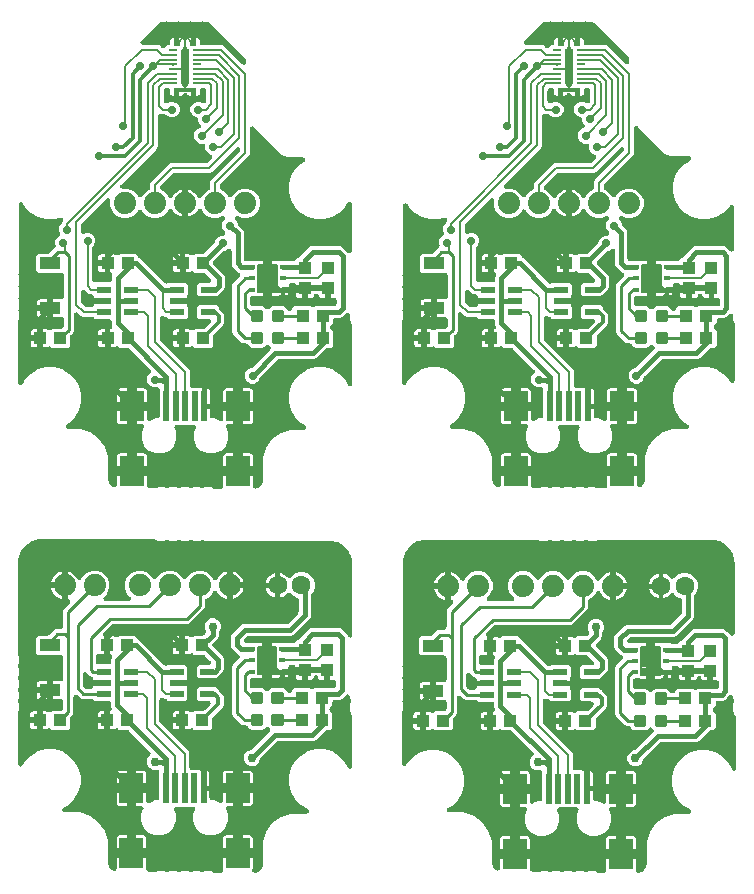
<source format=gtl>
G04 EAGLE Gerber X2 export*
G75*
%MOIN*%
%FSLAX24Y24*%
%LPD*%
%AMOC8*
5,1,8,0,0,1.08239X$1,22.5*%
G01*
%ADD10R,0.043307X0.039370*%
%ADD11R,0.039370X0.043307*%
%ADD12C,0.011811*%
%ADD13R,0.019685X0.098425*%
%ADD14R,0.078740X0.098425*%
%ADD15R,0.023622X0.017323*%
%ADD16R,0.029528X0.009055*%
%ADD17R,0.066929X0.039370*%
%ADD18C,0.074000*%
%ADD19R,0.047244X0.021654*%
%ADD20R,0.019685X0.017717*%
%ADD21C,0.006890*%
%ADD22R,0.047244X0.023622*%
%ADD23C,0.062992*%
%ADD24C,0.008000*%
%ADD25C,0.016000*%
%ADD26C,0.020000*%
%ADD27C,0.027811*%
%ADD28C,0.029780*%
%ADD29C,0.010000*%
%ADD30C,0.012000*%

G36*
X10568Y3601D02*
X10568Y3601D01*
X10574Y3601D01*
X10576Y3602D01*
X10578Y3602D01*
X10583Y3604D01*
X10589Y3605D01*
X10591Y3606D01*
X10593Y3607D01*
X10598Y3609D01*
X10603Y3612D01*
X10605Y3613D01*
X10607Y3614D01*
X10611Y3618D01*
X10616Y3621D01*
X10617Y3623D01*
X10619Y3624D01*
X10623Y3629D01*
X10626Y3633D01*
X10627Y3635D01*
X10629Y3637D01*
X10631Y3642D01*
X10634Y3647D01*
X10635Y3649D01*
X10636Y3651D01*
X10637Y3656D01*
X10639Y3662D01*
X10640Y3664D01*
X10640Y3666D01*
X10641Y3672D01*
X10641Y3678D01*
X10641Y3680D01*
X10641Y3682D01*
X10641Y3687D01*
X10640Y3693D01*
X10640Y3695D01*
X10639Y3697D01*
X10637Y3703D01*
X10636Y3709D01*
X10635Y3711D01*
X10634Y3712D01*
X10633Y3714D01*
X10631Y3718D01*
X10624Y3744D01*
X10624Y4090D01*
X11039Y4090D01*
X11040Y4090D01*
X11041Y4090D01*
X11048Y4091D01*
X11055Y4092D01*
X11056Y4092D01*
X11057Y4092D01*
X11063Y4094D01*
X11070Y4096D01*
X11071Y4097D01*
X11077Y4100D01*
X11084Y4104D01*
X11085Y4105D01*
X11090Y4109D01*
X11096Y4114D01*
X11096Y4115D01*
X11097Y4115D01*
X11101Y4121D01*
X11105Y4126D01*
X11106Y4127D01*
X11107Y4128D01*
X11110Y4134D01*
X11113Y4140D01*
X11113Y4141D01*
X11113Y4142D01*
X11115Y4149D01*
X11117Y4155D01*
X11117Y4156D01*
X11117Y4157D01*
X11118Y4169D01*
X11118Y4250D01*
X11120Y4250D01*
X11120Y4169D01*
X11120Y4168D01*
X11120Y4167D01*
X11121Y4160D01*
X11121Y4154D01*
X11122Y4153D01*
X11122Y4152D01*
X11124Y4145D01*
X11126Y4138D01*
X11127Y4137D01*
X11130Y4131D01*
X11133Y4125D01*
X11134Y4124D01*
X11135Y4123D01*
X11139Y4118D01*
X11144Y4112D01*
X11145Y4111D01*
X11150Y4107D01*
X11156Y4103D01*
X11157Y4102D01*
X11158Y4102D01*
X11164Y4099D01*
X11170Y4095D01*
X11171Y4095D01*
X11172Y4095D01*
X11178Y4093D01*
X11185Y4091D01*
X11186Y4091D01*
X11187Y4091D01*
X11199Y4090D01*
X11613Y4090D01*
X11613Y3744D01*
X11606Y3717D01*
X11604Y3713D01*
X11602Y3707D01*
X11601Y3706D01*
X11601Y3705D01*
X11600Y3698D01*
X11598Y3691D01*
X11598Y3690D01*
X11598Y3689D01*
X11598Y3682D01*
X11598Y3676D01*
X11598Y3674D01*
X11598Y3673D01*
X11599Y3667D01*
X11600Y3660D01*
X11601Y3659D01*
X11601Y3658D01*
X11604Y3652D01*
X11606Y3645D01*
X11607Y3644D01*
X11607Y3643D01*
X11611Y3638D01*
X11615Y3632D01*
X11616Y3631D01*
X11616Y3630D01*
X11621Y3626D01*
X11626Y3621D01*
X11627Y3620D01*
X11628Y3619D01*
X11633Y3616D01*
X11639Y3612D01*
X11640Y3611D01*
X11641Y3611D01*
X11647Y3608D01*
X11653Y3606D01*
X11654Y3605D01*
X11656Y3605D01*
X11662Y3604D01*
X11669Y3603D01*
X11670Y3603D01*
X11671Y3602D01*
X11683Y3602D01*
X11694Y3603D01*
X11697Y3604D01*
X11701Y3604D01*
X11707Y3606D01*
X11709Y3606D01*
X11710Y3607D01*
X11712Y3607D01*
X11777Y3628D01*
X11783Y3631D01*
X11789Y3633D01*
X11790Y3634D01*
X11791Y3634D01*
X11794Y3636D01*
X11799Y3639D01*
X11854Y3679D01*
X11859Y3684D01*
X11864Y3688D01*
X11865Y3689D01*
X11866Y3690D01*
X11868Y3692D01*
X11872Y3697D01*
X11912Y3752D01*
X11915Y3758D01*
X11919Y3763D01*
X11919Y3765D01*
X11920Y3766D01*
X11921Y3768D01*
X11923Y3774D01*
X11944Y3839D01*
X11945Y3842D01*
X11946Y3846D01*
X11947Y3852D01*
X11948Y3854D01*
X11948Y3856D01*
X11948Y3857D01*
X11951Y3891D01*
X11951Y3894D01*
X11951Y3898D01*
X11951Y4626D01*
X12060Y4964D01*
X12269Y5251D01*
X12556Y5459D01*
X12893Y5569D01*
X13415Y5569D01*
X13418Y5569D01*
X13421Y5569D01*
X13426Y5570D01*
X13431Y5570D01*
X13434Y5571D01*
X13437Y5572D01*
X13441Y5574D01*
X13446Y5575D01*
X13449Y5576D01*
X13451Y5578D01*
X13456Y5580D01*
X13460Y5583D01*
X13462Y5585D01*
X13465Y5586D01*
X13468Y5590D01*
X13472Y5593D01*
X13474Y5595D01*
X13476Y5597D01*
X13479Y5601D01*
X13482Y5605D01*
X13483Y5608D01*
X13485Y5610D01*
X13487Y5615D01*
X13489Y5619D01*
X13490Y5622D01*
X13491Y5625D01*
X13492Y5630D01*
X13493Y5634D01*
X13494Y5637D01*
X13494Y5640D01*
X13494Y5645D01*
X13494Y5650D01*
X13494Y5653D01*
X13494Y5656D01*
X13493Y5661D01*
X13493Y5666D01*
X13492Y5669D01*
X13491Y5671D01*
X13489Y5676D01*
X13487Y5681D01*
X13486Y5683D01*
X13485Y5686D01*
X13482Y5690D01*
X13480Y5694D01*
X13478Y5697D01*
X13476Y5699D01*
X13472Y5702D01*
X13469Y5706D01*
X13467Y5708D01*
X13465Y5710D01*
X13459Y5714D01*
X13457Y5716D01*
X13456Y5716D01*
X13455Y5717D01*
X13214Y5856D01*
X13023Y6047D01*
X12887Y6282D01*
X12817Y6545D01*
X12817Y6816D01*
X12887Y7078D01*
X13023Y7313D01*
X13214Y7505D01*
X13449Y7641D01*
X13712Y7711D01*
X13983Y7711D01*
X14245Y7641D01*
X14480Y7505D01*
X14672Y7313D01*
X14795Y7100D01*
X14797Y7098D01*
X14798Y7095D01*
X14801Y7091D01*
X14804Y7087D01*
X14806Y7085D01*
X14808Y7083D01*
X14812Y7080D01*
X14816Y7076D01*
X14818Y7075D01*
X14821Y7073D01*
X14825Y7071D01*
X14829Y7068D01*
X14832Y7067D01*
X14835Y7066D01*
X14839Y7064D01*
X14844Y7063D01*
X14847Y7062D01*
X14850Y7062D01*
X14855Y7061D01*
X14860Y7060D01*
X14863Y7061D01*
X14866Y7060D01*
X14871Y7061D01*
X14875Y7061D01*
X14878Y7062D01*
X14881Y7062D01*
X14886Y7064D01*
X14891Y7065D01*
X14893Y7066D01*
X14896Y7067D01*
X14901Y7070D01*
X14905Y7072D01*
X14907Y7074D01*
X14910Y7075D01*
X14914Y7079D01*
X14918Y7081D01*
X14920Y7084D01*
X14922Y7086D01*
X14925Y7090D01*
X14928Y7093D01*
X14930Y7096D01*
X14931Y7098D01*
X14933Y7103D01*
X14936Y7107D01*
X14937Y7110D01*
X14938Y7112D01*
X14939Y7117D01*
X14941Y7122D01*
X14941Y7125D01*
X14942Y7128D01*
X14943Y7135D01*
X14943Y7138D01*
X14943Y7140D01*
X14943Y8787D01*
X14943Y8789D01*
X14943Y8791D01*
X14942Y8797D01*
X14941Y8803D01*
X14941Y8805D01*
X14941Y8806D01*
X14937Y8817D01*
X14855Y9015D01*
X14855Y9213D01*
X14883Y9281D01*
X14883Y9282D01*
X14884Y9283D01*
X14886Y9290D01*
X14888Y9296D01*
X14888Y9297D01*
X14888Y9299D01*
X14888Y9305D01*
X14889Y9312D01*
X14889Y9313D01*
X14889Y9314D01*
X14888Y9321D01*
X14887Y9327D01*
X14887Y9329D01*
X14887Y9330D01*
X14883Y9341D01*
X14855Y9409D01*
X14855Y9463D01*
X14855Y9464D01*
X14854Y9471D01*
X14854Y9479D01*
X14853Y9479D01*
X14853Y9480D01*
X14851Y9487D01*
X14849Y9494D01*
X14849Y9495D01*
X14845Y9501D01*
X14841Y9508D01*
X14836Y9514D01*
X14831Y9520D01*
X14825Y9525D01*
X14819Y9530D01*
X14818Y9530D01*
X14811Y9533D01*
X14805Y9537D01*
X14804Y9537D01*
X14797Y9539D01*
X14790Y9541D01*
X14789Y9541D01*
X14781Y9542D01*
X14774Y9542D01*
X14773Y9542D01*
X14766Y9541D01*
X14758Y9540D01*
X14757Y9540D01*
X14750Y9538D01*
X14743Y9535D01*
X14742Y9535D01*
X14736Y9531D01*
X14730Y9527D01*
X14729Y9527D01*
X14720Y9519D01*
X14700Y9499D01*
X14586Y9385D01*
X14512Y9355D01*
X14348Y9355D01*
X14347Y9354D01*
X14346Y9355D01*
X14340Y9354D01*
X14333Y9353D01*
X14332Y9353D01*
X14331Y9353D01*
X14324Y9350D01*
X14318Y9348D01*
X14317Y9348D01*
X14316Y9348D01*
X14310Y9344D01*
X14304Y9341D01*
X14303Y9340D01*
X14302Y9340D01*
X14297Y9335D01*
X14292Y9331D01*
X14291Y9330D01*
X14290Y9329D01*
X14286Y9324D01*
X14282Y9318D01*
X14281Y9317D01*
X14278Y9310D01*
X14275Y9304D01*
X14274Y9303D01*
X14274Y9302D01*
X14272Y9296D01*
X14270Y9289D01*
X14270Y9288D01*
X14270Y9287D01*
X14269Y9275D01*
X14269Y9183D01*
X14197Y9111D01*
X14196Y9111D01*
X14196Y9110D01*
X14191Y9105D01*
X14187Y9099D01*
X14187Y9098D01*
X14186Y9097D01*
X14183Y9091D01*
X14180Y9085D01*
X14179Y9084D01*
X14179Y9083D01*
X14177Y9077D01*
X14175Y9070D01*
X14175Y9069D01*
X14175Y9068D01*
X14174Y9061D01*
X14174Y9054D01*
X14174Y9053D01*
X14174Y9052D01*
X14175Y9046D01*
X14176Y9039D01*
X14176Y9038D01*
X14176Y9037D01*
X14178Y9030D01*
X14180Y9024D01*
X14181Y9023D01*
X14181Y9022D01*
X14185Y9016D01*
X14188Y9010D01*
X14189Y9009D01*
X14189Y9008D01*
X14197Y8999D01*
X14269Y8927D01*
X14269Y8433D01*
X14198Y8363D01*
X14096Y8363D01*
X14095Y8363D01*
X14093Y8363D01*
X14087Y8362D01*
X14081Y8361D01*
X14079Y8361D01*
X14078Y8361D01*
X14072Y8358D01*
X14066Y8356D01*
X14064Y8356D01*
X14063Y8355D01*
X14057Y8352D01*
X14052Y8349D01*
X14051Y8348D01*
X14049Y8347D01*
X14040Y8340D01*
X13711Y8010D01*
X13637Y7980D01*
X12463Y7980D01*
X12462Y7979D01*
X12460Y7980D01*
X12454Y7979D01*
X12448Y7978D01*
X12446Y7978D01*
X12445Y7977D01*
X12439Y7975D01*
X12432Y7973D01*
X12431Y7973D01*
X12430Y7972D01*
X12424Y7969D01*
X12419Y7966D01*
X12417Y7965D01*
X12416Y7964D01*
X12407Y7956D01*
X11890Y7439D01*
X11889Y7438D01*
X11888Y7437D01*
X11884Y7432D01*
X11880Y7427D01*
X11879Y7426D01*
X11879Y7425D01*
X11876Y7419D01*
X11873Y7413D01*
X11872Y7412D01*
X11872Y7410D01*
X11870Y7404D01*
X11868Y7398D01*
X11868Y7396D01*
X11868Y7395D01*
X11867Y7383D01*
X11867Y7377D01*
X11826Y7278D01*
X11750Y7202D01*
X11651Y7161D01*
X11556Y7161D01*
X11551Y7160D01*
X11545Y7160D01*
X11445Y7202D01*
X11369Y7278D01*
X11328Y7377D01*
X11328Y7484D01*
X11369Y7583D01*
X11445Y7659D01*
X11544Y7700D01*
X11550Y7700D01*
X11552Y7700D01*
X11553Y7700D01*
X11559Y7701D01*
X11566Y7702D01*
X11567Y7702D01*
X11569Y7702D01*
X11575Y7704D01*
X11581Y7706D01*
X11582Y7707D01*
X11584Y7707D01*
X11589Y7711D01*
X11595Y7714D01*
X11596Y7715D01*
X11597Y7715D01*
X11606Y7723D01*
X12182Y8299D01*
X12183Y8300D01*
X12188Y8306D01*
X12192Y8311D01*
X12192Y8312D01*
X12193Y8313D01*
X12196Y8319D01*
X12199Y8325D01*
X12200Y8326D01*
X12200Y8327D01*
X12202Y8334D01*
X12204Y8340D01*
X12204Y8341D01*
X12204Y8342D01*
X12205Y8349D01*
X12205Y8356D01*
X12205Y8357D01*
X12205Y8358D01*
X12204Y8365D01*
X12203Y8372D01*
X12203Y8373D01*
X12203Y8374D01*
X12201Y8380D01*
X12199Y8387D01*
X12198Y8388D01*
X12194Y8394D01*
X12191Y8400D01*
X12190Y8401D01*
X12190Y8402D01*
X12182Y8411D01*
X12153Y8440D01*
X12152Y8441D01*
X12146Y8445D01*
X12141Y8450D01*
X12140Y8450D01*
X12139Y8451D01*
X12133Y8454D01*
X12127Y8457D01*
X12126Y8457D01*
X12125Y8458D01*
X12119Y8460D01*
X12112Y8462D01*
X12111Y8462D01*
X12110Y8462D01*
X12103Y8462D01*
X12096Y8463D01*
X12095Y8463D01*
X12094Y8463D01*
X12087Y8462D01*
X12081Y8461D01*
X12080Y8461D01*
X12079Y8461D01*
X12072Y8458D01*
X12066Y8456D01*
X12065Y8456D01*
X12064Y8455D01*
X12058Y8452D01*
X12052Y8449D01*
X12051Y8448D01*
X12050Y8447D01*
X12041Y8440D01*
X11992Y8390D01*
X11926Y8363D01*
X11578Y8363D01*
X11512Y8390D01*
X11462Y8441D01*
X11453Y8461D01*
X11453Y8462D01*
X11452Y8463D01*
X11449Y8469D01*
X11446Y8475D01*
X11445Y8475D01*
X11445Y8477D01*
X11440Y8482D01*
X11436Y8487D01*
X11435Y8487D01*
X11434Y8488D01*
X11429Y8492D01*
X11424Y8497D01*
X11423Y8497D01*
X11422Y8498D01*
X11416Y8501D01*
X11410Y8504D01*
X11408Y8504D01*
X11407Y8505D01*
X11401Y8506D01*
X11395Y8508D01*
X11393Y8508D01*
X11392Y8509D01*
X11380Y8510D01*
X11313Y8510D01*
X11251Y8536D01*
X10952Y8834D01*
X10926Y8896D01*
X10926Y10464D01*
X10952Y10527D01*
X11167Y10742D01*
X11168Y10742D01*
X11168Y10743D01*
X11173Y10748D01*
X11177Y10754D01*
X11177Y10755D01*
X11178Y10755D01*
X11181Y10762D01*
X11184Y10768D01*
X11185Y10769D01*
X11187Y10776D01*
X11189Y10783D01*
X11189Y10784D01*
X11190Y10792D01*
X11190Y10799D01*
X11190Y10800D01*
X11189Y10807D01*
X11189Y10814D01*
X11188Y10815D01*
X11188Y10816D01*
X11186Y10823D01*
X11184Y10829D01*
X11183Y10830D01*
X11183Y10831D01*
X11180Y10837D01*
X11176Y10843D01*
X11176Y10844D01*
X11175Y10844D01*
X11170Y10850D01*
X11166Y10855D01*
X11165Y10856D01*
X11159Y10860D01*
X11153Y10865D01*
X11152Y10866D01*
X11141Y10871D01*
X11110Y10884D01*
X10927Y11067D01*
X10896Y11140D01*
X10896Y11470D01*
X10927Y11544D01*
X11234Y11851D01*
X11307Y11881D01*
X12731Y11881D01*
X12733Y11881D01*
X12734Y11881D01*
X12741Y11882D01*
X12747Y11883D01*
X12748Y11883D01*
X12750Y11883D01*
X12756Y11885D01*
X12762Y11887D01*
X12763Y11888D01*
X12765Y11888D01*
X12770Y11892D01*
X12776Y11895D01*
X12777Y11896D01*
X12778Y11897D01*
X12787Y11904D01*
X13123Y12240D01*
X13124Y12241D01*
X13125Y12242D01*
X13129Y12247D01*
X13133Y12252D01*
X13134Y12254D01*
X13135Y12255D01*
X13138Y12261D01*
X13141Y12266D01*
X13141Y12268D01*
X13142Y12269D01*
X13143Y12275D01*
X13145Y12282D01*
X13145Y12283D01*
X13146Y12284D01*
X13146Y12296D01*
X13146Y12695D01*
X13146Y12696D01*
X13146Y12697D01*
X13146Y12704D01*
X13145Y12711D01*
X13145Y12712D01*
X13144Y12713D01*
X13142Y12719D01*
X13140Y12726D01*
X13140Y12727D01*
X13139Y12728D01*
X13136Y12734D01*
X13133Y12740D01*
X13132Y12740D01*
X13131Y12742D01*
X13127Y12746D01*
X13123Y12752D01*
X13122Y12752D01*
X13121Y12753D01*
X13115Y12757D01*
X13110Y12761D01*
X13109Y12762D01*
X13108Y12763D01*
X13098Y12768D01*
X12994Y12811D01*
X12889Y12916D01*
X12883Y12921D01*
X12878Y12925D01*
X12877Y12926D01*
X12870Y12930D01*
X12864Y12933D01*
X12863Y12933D01*
X12863Y12934D01*
X12856Y12936D01*
X12849Y12938D01*
X12848Y12938D01*
X12840Y12939D01*
X12833Y12939D01*
X12832Y12939D01*
X12825Y12939D01*
X12817Y12938D01*
X12816Y12938D01*
X12809Y12935D01*
X12802Y12933D01*
X12801Y12933D01*
X12795Y12929D01*
X12788Y12926D01*
X12788Y12925D01*
X12787Y12925D01*
X12782Y12920D01*
X12776Y12916D01*
X12776Y12915D01*
X12775Y12915D01*
X12774Y12913D01*
X12773Y12912D01*
X12724Y12863D01*
X12671Y12825D01*
X12613Y12795D01*
X12551Y12775D01*
X12533Y12772D01*
X12533Y13180D01*
X12533Y13589D01*
X12551Y13586D01*
X12613Y13566D01*
X12671Y13536D01*
X12724Y13497D01*
X12774Y13447D01*
X12778Y13443D01*
X12779Y13443D01*
X12779Y13442D01*
X12785Y13438D01*
X12791Y13433D01*
X12792Y13433D01*
X12798Y13430D01*
X12805Y13426D01*
X12806Y13426D01*
X12813Y13424D01*
X12820Y13422D01*
X12821Y13422D01*
X12829Y13422D01*
X12836Y13421D01*
X12837Y13421D01*
X12844Y13422D01*
X12851Y13423D01*
X12852Y13424D01*
X12853Y13424D01*
X12859Y13426D01*
X12866Y13429D01*
X12867Y13429D01*
X12874Y13433D01*
X12880Y13437D01*
X12881Y13437D01*
X12882Y13439D01*
X12889Y13444D01*
X12994Y13550D01*
X13154Y13616D01*
X13328Y13616D01*
X13488Y13550D01*
X13610Y13427D01*
X13677Y13267D01*
X13677Y13094D01*
X13610Y12934D01*
X13571Y12894D01*
X13570Y12893D01*
X13569Y12892D01*
X13565Y12887D01*
X13561Y12882D01*
X13561Y12881D01*
X13560Y12880D01*
X13557Y12874D01*
X13554Y12868D01*
X13553Y12867D01*
X13553Y12865D01*
X13551Y12859D01*
X13549Y12853D01*
X13549Y12852D01*
X13549Y12850D01*
X13548Y12838D01*
X13548Y12140D01*
X13517Y12067D01*
X12961Y11510D01*
X12887Y11480D01*
X11463Y11480D01*
X11462Y11479D01*
X11460Y11480D01*
X11454Y11479D01*
X11448Y11478D01*
X11446Y11478D01*
X11445Y11477D01*
X11439Y11475D01*
X11432Y11473D01*
X11431Y11473D01*
X11430Y11472D01*
X11424Y11469D01*
X11419Y11466D01*
X11417Y11465D01*
X11416Y11464D01*
X11407Y11456D01*
X11350Y11399D01*
X11349Y11399D01*
X11349Y11398D01*
X11344Y11392D01*
X11340Y11387D01*
X11340Y11386D01*
X11339Y11386D01*
X11336Y11379D01*
X11332Y11373D01*
X11332Y11372D01*
X11330Y11365D01*
X11328Y11358D01*
X11328Y11357D01*
X11327Y11349D01*
X11327Y11342D01*
X11327Y11341D01*
X11328Y11334D01*
X11328Y11326D01*
X11329Y11325D01*
X11331Y11318D01*
X11333Y11311D01*
X11334Y11310D01*
X11337Y11304D01*
X11341Y11297D01*
X11346Y11291D01*
X11351Y11286D01*
X11352Y11285D01*
X11358Y11280D01*
X11364Y11276D01*
X11364Y11275D01*
X11371Y11272D01*
X11378Y11269D01*
X11379Y11268D01*
X11386Y11267D01*
X11393Y11265D01*
X11394Y11265D01*
X11406Y11264D01*
X11723Y11264D01*
X11728Y11264D01*
X11732Y11264D01*
X11737Y11265D01*
X11739Y11265D01*
X11741Y11266D01*
X11744Y11266D01*
X11769Y11273D01*
X11938Y11273D01*
X11938Y10760D01*
X11938Y10759D01*
X11938Y10758D01*
X11939Y10751D01*
X11940Y10745D01*
X11940Y10744D01*
X11940Y10743D01*
X11942Y10736D01*
X11944Y10730D01*
X11945Y10729D01*
X11945Y10728D01*
X11948Y10722D01*
X11952Y10716D01*
X11952Y10715D01*
X11953Y10714D01*
X11957Y10709D01*
X11962Y10704D01*
X11963Y10703D01*
X11963Y10702D01*
X11969Y10698D01*
X11974Y10694D01*
X11975Y10693D01*
X11976Y10693D01*
X11982Y10690D01*
X11988Y10687D01*
X11989Y10686D01*
X11990Y10686D01*
X11997Y10684D01*
X12003Y10682D01*
X12004Y10682D01*
X12005Y10682D01*
X12017Y10681D01*
X12177Y10681D01*
X12178Y10681D01*
X12179Y10681D01*
X12186Y10682D01*
X12193Y10683D01*
X12194Y10683D01*
X12195Y10683D01*
X12201Y10685D01*
X12208Y10687D01*
X12209Y10688D01*
X12210Y10688D01*
X12216Y10692D01*
X12222Y10695D01*
X12223Y10695D01*
X12223Y10696D01*
X12229Y10701D01*
X12234Y10705D01*
X12235Y10706D01*
X12239Y10712D01*
X12244Y10717D01*
X12244Y10718D01*
X12245Y10719D01*
X12248Y10725D01*
X12251Y10731D01*
X12251Y10732D01*
X12252Y10733D01*
X12253Y10740D01*
X12255Y10747D01*
X12255Y10748D01*
X12256Y10748D01*
X12256Y10760D01*
X12256Y11273D01*
X12425Y11273D01*
X12451Y11266D01*
X12455Y11266D01*
X12459Y11265D01*
X12464Y11264D01*
X12466Y11264D01*
X12468Y11264D01*
X12471Y11264D01*
X12764Y11264D01*
X12769Y11261D01*
X12770Y11261D01*
X12772Y11260D01*
X12778Y11258D01*
X12784Y11256D01*
X12786Y11256D01*
X12787Y11256D01*
X12799Y11255D01*
X12970Y11255D01*
X12972Y11255D01*
X12973Y11255D01*
X12980Y11256D01*
X12986Y11257D01*
X12988Y11257D01*
X12989Y11257D01*
X12995Y11259D01*
X13001Y11261D01*
X13002Y11262D01*
X13004Y11262D01*
X13009Y11266D01*
X13015Y11269D01*
X13016Y11270D01*
X13017Y11271D01*
X13026Y11278D01*
X13101Y11353D01*
X13105Y11353D01*
X13112Y11354D01*
X13113Y11354D01*
X13115Y11354D01*
X13121Y11356D01*
X13127Y11358D01*
X13128Y11359D01*
X13129Y11359D01*
X13135Y11363D01*
X13141Y11366D01*
X13142Y11367D01*
X13143Y11367D01*
X13148Y11372D01*
X13153Y11376D01*
X13154Y11377D01*
X13155Y11378D01*
X13159Y11383D01*
X13163Y11388D01*
X13164Y11390D01*
X13164Y11391D01*
X13170Y11401D01*
X13177Y11419D01*
X13484Y11726D01*
X13557Y11756D01*
X14512Y11756D01*
X14586Y11726D01*
X14767Y11544D01*
X14790Y11488D01*
X14791Y11488D01*
X14794Y11481D01*
X14798Y11474D01*
X14803Y11468D01*
X14808Y11462D01*
X14814Y11457D01*
X14820Y11452D01*
X14821Y11452D01*
X14827Y11449D01*
X14834Y11445D01*
X14835Y11445D01*
X14842Y11443D01*
X14849Y11441D01*
X14850Y11441D01*
X14858Y11440D01*
X14865Y11439D01*
X14866Y11439D01*
X14873Y11440D01*
X14881Y11441D01*
X14889Y11444D01*
X14896Y11446D01*
X14903Y11450D01*
X14910Y11454D01*
X14916Y11459D01*
X14921Y11464D01*
X14922Y11465D01*
X14926Y11471D01*
X14931Y11477D01*
X14935Y11484D01*
X14938Y11491D01*
X14938Y11492D01*
X14940Y11499D01*
X14942Y11506D01*
X14942Y11507D01*
X14943Y11519D01*
X14943Y13890D01*
X14943Y13892D01*
X14943Y13896D01*
X14935Y13988D01*
X14935Y13990D01*
X14935Y13992D01*
X14934Y13997D01*
X14933Y14000D01*
X14933Y14001D01*
X14932Y14004D01*
X14882Y14182D01*
X14880Y14186D01*
X14879Y14190D01*
X14877Y14194D01*
X14876Y14197D01*
X14875Y14198D01*
X14873Y14201D01*
X14778Y14360D01*
X14775Y14364D01*
X14773Y14367D01*
X14770Y14371D01*
X14769Y14373D01*
X14767Y14374D01*
X14765Y14376D01*
X14632Y14505D01*
X14629Y14508D01*
X14625Y14511D01*
X14622Y14513D01*
X14620Y14515D01*
X14618Y14516D01*
X14615Y14518D01*
X14453Y14608D01*
X14449Y14609D01*
X14445Y14612D01*
X14441Y14613D01*
X14439Y14614D01*
X14437Y14614D01*
X14434Y14615D01*
X14254Y14660D01*
X14253Y14661D01*
X14251Y14661D01*
X14239Y14663D01*
X14148Y14667D01*
X14146Y14667D01*
X14144Y14667D01*
X14138Y14667D01*
X14137Y14667D01*
X14047Y14666D01*
X14046Y14666D01*
X14045Y14666D01*
X14033Y14667D01*
X10303Y14667D01*
X10301Y14667D01*
X10295Y14667D01*
X10257Y14663D01*
X10251Y14662D01*
X10246Y14661D01*
X10243Y14660D01*
X10241Y14660D01*
X10239Y14659D01*
X10238Y14658D01*
X10218Y14658D01*
X10215Y14658D01*
X10209Y14658D01*
X10187Y14656D01*
X10184Y14656D01*
X10181Y14657D01*
X10178Y14657D01*
X10171Y14658D01*
X10168Y14658D01*
X10167Y14658D01*
X10166Y14658D01*
X10039Y14658D01*
X9971Y14686D01*
X9970Y14687D01*
X9969Y14687D01*
X9962Y14689D01*
X9956Y14691D01*
X9955Y14691D01*
X9953Y14691D01*
X9947Y14692D01*
X9940Y14692D01*
X9939Y14692D01*
X9938Y14692D01*
X9931Y14691D01*
X9925Y14691D01*
X9923Y14690D01*
X9922Y14690D01*
X9911Y14686D01*
X9843Y14658D01*
X9645Y14658D01*
X9578Y14686D01*
X9576Y14687D01*
X9575Y14687D01*
X9569Y14689D01*
X9562Y14691D01*
X9561Y14691D01*
X9560Y14691D01*
X9553Y14692D01*
X9547Y14692D01*
X9545Y14692D01*
X9544Y14692D01*
X9537Y14691D01*
X9531Y14691D01*
X9530Y14690D01*
X9528Y14690D01*
X9517Y14686D01*
X9450Y14658D01*
X9251Y14658D01*
X9184Y14686D01*
X9182Y14687D01*
X9181Y14687D01*
X9175Y14689D01*
X9169Y14691D01*
X9167Y14691D01*
X9166Y14691D01*
X9159Y14692D01*
X9153Y14692D01*
X9152Y14692D01*
X9150Y14692D01*
X9144Y14691D01*
X9137Y14691D01*
X9136Y14690D01*
X9134Y14690D01*
X9123Y14686D01*
X9056Y14658D01*
X8857Y14658D01*
X8790Y14686D01*
X8789Y14687D01*
X8787Y14687D01*
X8781Y14689D01*
X8775Y14691D01*
X8774Y14691D01*
X8772Y14691D01*
X8766Y14692D01*
X8759Y14692D01*
X8758Y14692D01*
X8756Y14692D01*
X8750Y14691D01*
X8744Y14691D01*
X8742Y14690D01*
X8741Y14690D01*
X8730Y14686D01*
X8662Y14658D01*
X8464Y14658D01*
X8314Y14720D01*
X8312Y14721D01*
X8311Y14722D01*
X8305Y14723D01*
X8299Y14725D01*
X8297Y14725D01*
X8295Y14726D01*
X8284Y14726D01*
X4587Y14726D01*
X4585Y14726D01*
X4581Y14726D01*
X4489Y14720D01*
X4487Y14720D01*
X4485Y14720D01*
X4473Y14718D01*
X4294Y14670D01*
X4290Y14668D01*
X4286Y14667D01*
X4282Y14665D01*
X4280Y14664D01*
X4278Y14663D01*
X4275Y14662D01*
X4115Y14569D01*
X4111Y14566D01*
X4107Y14564D01*
X4104Y14561D01*
X4102Y14560D01*
X4101Y14558D01*
X4098Y14556D01*
X3967Y14425D01*
X3964Y14422D01*
X3961Y14419D01*
X3959Y14415D01*
X3957Y14413D01*
X3956Y14411D01*
X3955Y14409D01*
X3862Y14248D01*
X3860Y14244D01*
X3858Y14240D01*
X3856Y14236D01*
X3855Y14234D01*
X3855Y14232D01*
X3854Y14229D01*
X3806Y14050D01*
X3806Y14048D01*
X3805Y14047D01*
X3803Y14035D01*
X3797Y13942D01*
X3797Y13940D01*
X3797Y13937D01*
X3797Y10873D01*
X3797Y10872D01*
X3797Y10870D01*
X3798Y10864D01*
X3799Y10858D01*
X3799Y10856D01*
X3800Y10854D01*
X3803Y10843D01*
X3826Y10788D01*
X3826Y10590D01*
X3798Y10522D01*
X3798Y10521D01*
X3797Y10520D01*
X3795Y10514D01*
X3794Y10507D01*
X3793Y10506D01*
X3793Y10504D01*
X3793Y10498D01*
X3792Y10492D01*
X3792Y10490D01*
X3792Y10489D01*
X3793Y10482D01*
X3794Y10476D01*
X3794Y10475D01*
X3794Y10473D01*
X3798Y10462D01*
X3826Y10395D01*
X3826Y10196D01*
X3798Y10129D01*
X3798Y10128D01*
X3797Y10127D01*
X3797Y10126D01*
X3795Y10120D01*
X3794Y10114D01*
X3793Y10113D01*
X3793Y10112D01*
X3793Y10111D01*
X3793Y10104D01*
X3792Y10098D01*
X3792Y10096D01*
X3792Y10095D01*
X3793Y10089D01*
X3794Y10082D01*
X3794Y10081D01*
X3794Y10079D01*
X3798Y10068D01*
X3826Y10001D01*
X3826Y9802D01*
X3798Y9735D01*
X3798Y9734D01*
X3797Y9732D01*
X3795Y9726D01*
X3794Y9720D01*
X3793Y9718D01*
X3793Y9717D01*
X3793Y9711D01*
X3792Y9704D01*
X3792Y9703D01*
X3792Y9701D01*
X3793Y9695D01*
X3794Y9689D01*
X3794Y9687D01*
X3794Y9686D01*
X3798Y9674D01*
X3826Y9607D01*
X3826Y9409D01*
X3798Y9341D01*
X3798Y9340D01*
X3797Y9339D01*
X3795Y9332D01*
X3794Y9326D01*
X3793Y9325D01*
X3793Y9323D01*
X3793Y9317D01*
X3792Y9311D01*
X3792Y9309D01*
X3792Y9308D01*
X3793Y9301D01*
X3794Y9295D01*
X3794Y9293D01*
X3794Y9292D01*
X3798Y9281D01*
X3826Y9213D01*
X3826Y9015D01*
X3803Y8960D01*
X3803Y8958D01*
X3802Y8957D01*
X3800Y8951D01*
X3799Y8945D01*
X3799Y8943D01*
X3798Y8942D01*
X3797Y8930D01*
X3797Y7219D01*
X3798Y7216D01*
X3797Y7213D01*
X3798Y7208D01*
X3799Y7203D01*
X3800Y7200D01*
X3800Y7197D01*
X3802Y7193D01*
X3803Y7188D01*
X3805Y7185D01*
X3806Y7183D01*
X3809Y7178D01*
X3811Y7174D01*
X3813Y7172D01*
X3814Y7169D01*
X3818Y7166D01*
X3821Y7162D01*
X3823Y7160D01*
X3826Y7158D01*
X3830Y7155D01*
X3833Y7152D01*
X3836Y7151D01*
X3839Y7149D01*
X3843Y7147D01*
X3847Y7145D01*
X3850Y7144D01*
X3853Y7143D01*
X3858Y7142D01*
X3863Y7141D01*
X3866Y7140D01*
X3869Y7140D01*
X3873Y7140D01*
X3878Y7139D01*
X3881Y7140D01*
X3884Y7140D01*
X3889Y7141D01*
X3894Y7141D01*
X3897Y7142D01*
X3900Y7143D01*
X3904Y7145D01*
X3909Y7146D01*
X3912Y7148D01*
X3914Y7149D01*
X3918Y7152D01*
X3923Y7154D01*
X3925Y7156D01*
X3927Y7158D01*
X3931Y7162D01*
X3935Y7165D01*
X3936Y7167D01*
X3938Y7169D01*
X3943Y7175D01*
X3944Y7177D01*
X3944Y7178D01*
X3945Y7179D01*
X4023Y7313D01*
X4214Y7505D01*
X4449Y7641D01*
X4712Y7711D01*
X4983Y7711D01*
X5245Y7641D01*
X5480Y7505D01*
X5672Y7313D01*
X5808Y7078D01*
X5878Y6816D01*
X5878Y6545D01*
X5808Y6282D01*
X5672Y6047D01*
X5480Y5856D01*
X5308Y5756D01*
X5305Y5754D01*
X5303Y5753D01*
X5299Y5750D01*
X5295Y5747D01*
X5293Y5745D01*
X5291Y5743D01*
X5288Y5739D01*
X5284Y5735D01*
X5283Y5733D01*
X5281Y5730D01*
X5279Y5726D01*
X5276Y5722D01*
X5275Y5719D01*
X5274Y5716D01*
X5272Y5712D01*
X5271Y5707D01*
X5270Y5704D01*
X5269Y5701D01*
X5269Y5696D01*
X5268Y5691D01*
X5268Y5688D01*
X5268Y5686D01*
X5269Y5681D01*
X5269Y5676D01*
X5270Y5673D01*
X5270Y5670D01*
X5272Y5665D01*
X5273Y5660D01*
X5274Y5658D01*
X5275Y5655D01*
X5278Y5651D01*
X5280Y5646D01*
X5282Y5644D01*
X5283Y5641D01*
X5286Y5638D01*
X5289Y5634D01*
X5292Y5632D01*
X5294Y5629D01*
X5297Y5626D01*
X5301Y5623D01*
X5304Y5622D01*
X5306Y5620D01*
X5311Y5618D01*
X5315Y5615D01*
X5318Y5614D01*
X5320Y5613D01*
X5325Y5612D01*
X5330Y5610D01*
X5333Y5610D01*
X5336Y5609D01*
X5343Y5609D01*
X5345Y5608D01*
X5346Y5608D01*
X5347Y5608D01*
X5847Y5608D01*
X6184Y5499D01*
X6471Y5290D01*
X6680Y5003D01*
X6789Y4666D01*
X6789Y3937D01*
X6790Y3935D01*
X6790Y3931D01*
X6792Y3897D01*
X6793Y3893D01*
X6793Y3890D01*
X6795Y3884D01*
X6795Y3881D01*
X6795Y3880D01*
X6796Y3878D01*
X6817Y3814D01*
X6819Y3810D01*
X6820Y3806D01*
X6821Y3804D01*
X6822Y3802D01*
X6823Y3800D01*
X6823Y3799D01*
X6825Y3797D01*
X6828Y3792D01*
X6828Y3791D01*
X6868Y3736D01*
X6873Y3731D01*
X6877Y3726D01*
X6878Y3725D01*
X6879Y3724D01*
X6881Y3723D01*
X6886Y3719D01*
X6941Y3679D01*
X6947Y3675D01*
X6952Y3672D01*
X6954Y3671D01*
X6955Y3671D01*
X6957Y3670D01*
X6963Y3667D01*
X6977Y3663D01*
X6983Y3662D01*
X6988Y3660D01*
X6990Y3660D01*
X6993Y3659D01*
X6998Y3659D01*
X7004Y3659D01*
X7006Y3659D01*
X7009Y3659D01*
X7014Y3660D01*
X7020Y3661D01*
X7022Y3662D01*
X7024Y3662D01*
X7029Y3664D01*
X7034Y3666D01*
X7037Y3667D01*
X7039Y3668D01*
X7043Y3671D01*
X7048Y3674D01*
X7050Y3675D01*
X7052Y3677D01*
X7056Y3681D01*
X7060Y3684D01*
X7061Y3686D01*
X7063Y3688D01*
X7066Y3692D01*
X7069Y3697D01*
X7071Y3699D01*
X7072Y3701D01*
X7074Y3706D01*
X7076Y3711D01*
X7077Y3713D01*
X7078Y3715D01*
X7079Y3721D01*
X7080Y3726D01*
X7080Y3729D01*
X7081Y3731D01*
X7081Y3733D01*
X7081Y3738D01*
X7081Y4090D01*
X7496Y4090D01*
X7497Y4090D01*
X7498Y4090D01*
X7504Y4091D01*
X7511Y4092D01*
X7512Y4092D01*
X7513Y4092D01*
X7520Y4094D01*
X7526Y4096D01*
X7527Y4097D01*
X7528Y4097D01*
X7534Y4100D01*
X7540Y4104D01*
X7541Y4104D01*
X7542Y4105D01*
X7547Y4109D01*
X7552Y4114D01*
X7553Y4115D01*
X7554Y4115D01*
X7558Y4121D01*
X7562Y4126D01*
X7563Y4127D01*
X7563Y4128D01*
X7566Y4134D01*
X7569Y4140D01*
X7570Y4141D01*
X7570Y4142D01*
X7572Y4149D01*
X7574Y4155D01*
X7574Y4156D01*
X7574Y4157D01*
X7575Y4169D01*
X7575Y4250D01*
X7576Y4250D01*
X7576Y4169D01*
X7576Y4168D01*
X7576Y4167D01*
X7577Y4160D01*
X7578Y4154D01*
X7578Y4153D01*
X7578Y4152D01*
X7581Y4145D01*
X7583Y4138D01*
X7583Y4137D01*
X7587Y4131D01*
X7590Y4125D01*
X7591Y4124D01*
X7591Y4123D01*
X7596Y4118D01*
X7600Y4112D01*
X7601Y4112D01*
X7602Y4111D01*
X7607Y4107D01*
X7613Y4103D01*
X7613Y4102D01*
X7614Y4102D01*
X7620Y4099D01*
X7627Y4095D01*
X7628Y4095D01*
X7635Y4093D01*
X7642Y4091D01*
X7643Y4091D01*
X7644Y4091D01*
X7656Y4090D01*
X8070Y4090D01*
X8070Y3744D01*
X8069Y3739D01*
X8068Y3736D01*
X8067Y3733D01*
X8067Y3728D01*
X8066Y3724D01*
X8066Y3720D01*
X8066Y3717D01*
X8067Y3713D01*
X8067Y3708D01*
X8068Y3705D01*
X8068Y3701D01*
X8070Y3697D01*
X8071Y3693D01*
X8072Y3690D01*
X8073Y3686D01*
X8075Y3683D01*
X8077Y3679D01*
X8079Y3676D01*
X8081Y3673D01*
X8084Y3669D01*
X8087Y3666D01*
X8089Y3663D01*
X8092Y3661D01*
X8095Y3658D01*
X8098Y3655D01*
X8101Y3653D01*
X8104Y3651D01*
X8108Y3649D01*
X8112Y3647D01*
X8115Y3646D01*
X8118Y3645D01*
X8123Y3643D01*
X8127Y3642D01*
X8130Y3641D01*
X8134Y3641D01*
X8140Y3640D01*
X8142Y3640D01*
X8144Y3640D01*
X8145Y3640D01*
X8426Y3640D01*
X8428Y3640D01*
X8430Y3640D01*
X8436Y3641D01*
X8442Y3641D01*
X8443Y3642D01*
X8445Y3642D01*
X8456Y3646D01*
X8464Y3649D01*
X8662Y3649D01*
X8730Y3621D01*
X8731Y3621D01*
X8732Y3620D01*
X8738Y3618D01*
X8745Y3616D01*
X8746Y3616D01*
X8748Y3616D01*
X8754Y3616D01*
X8760Y3615D01*
X8762Y3615D01*
X8763Y3615D01*
X8770Y3616D01*
X8776Y3617D01*
X8777Y3617D01*
X8779Y3617D01*
X8790Y3621D01*
X8857Y3649D01*
X9056Y3649D01*
X9123Y3621D01*
X9125Y3621D01*
X9126Y3620D01*
X9132Y3618D01*
X9138Y3616D01*
X9140Y3616D01*
X9141Y3616D01*
X9148Y3616D01*
X9154Y3615D01*
X9155Y3615D01*
X9157Y3615D01*
X9163Y3616D01*
X9170Y3617D01*
X9171Y3617D01*
X9173Y3617D01*
X9184Y3621D01*
X9251Y3649D01*
X9450Y3649D01*
X9517Y3621D01*
X9518Y3621D01*
X9520Y3620D01*
X9526Y3618D01*
X9532Y3616D01*
X9533Y3616D01*
X9535Y3616D01*
X9541Y3616D01*
X9548Y3615D01*
X9549Y3615D01*
X9551Y3615D01*
X9557Y3616D01*
X9563Y3617D01*
X9565Y3617D01*
X9566Y3617D01*
X9578Y3621D01*
X9645Y3649D01*
X9843Y3649D01*
X9911Y3621D01*
X9912Y3621D01*
X9913Y3620D01*
X9920Y3618D01*
X9926Y3616D01*
X9927Y3616D01*
X9929Y3616D01*
X9935Y3616D01*
X9941Y3615D01*
X9943Y3615D01*
X9944Y3615D01*
X9951Y3616D01*
X9957Y3617D01*
X9959Y3617D01*
X9960Y3617D01*
X9971Y3621D01*
X10039Y3649D01*
X10237Y3649D01*
X10339Y3606D01*
X10341Y3606D01*
X10343Y3605D01*
X10349Y3604D01*
X10355Y3602D01*
X10356Y3602D01*
X10358Y3601D01*
X10370Y3600D01*
X10562Y3600D01*
X10568Y3601D01*
G37*
G36*
X23333Y3601D02*
X23333Y3601D01*
X23337Y3601D01*
X23341Y3601D01*
X23346Y3602D01*
X23349Y3603D01*
X23352Y3604D01*
X23356Y3605D01*
X23361Y3607D01*
X23364Y3608D01*
X23367Y3610D01*
X23371Y3612D01*
X23375Y3614D01*
X23377Y3616D01*
X23380Y3618D01*
X23383Y3621D01*
X23387Y3624D01*
X23389Y3627D01*
X23391Y3629D01*
X23394Y3633D01*
X23396Y3637D01*
X23398Y3640D01*
X23400Y3643D01*
X23402Y3647D01*
X23404Y3651D01*
X23405Y3654D01*
X23406Y3657D01*
X23407Y3662D01*
X23408Y3666D01*
X23408Y3669D01*
X23409Y3673D01*
X23409Y3677D01*
X23409Y3682D01*
X23409Y3685D01*
X23409Y3688D01*
X23408Y3695D01*
X23407Y3697D01*
X23407Y3698D01*
X23406Y3700D01*
X23400Y3724D01*
X23400Y4070D01*
X23814Y4070D01*
X23815Y4070D01*
X23816Y4070D01*
X23823Y4071D01*
X23830Y4072D01*
X23831Y4072D01*
X23832Y4072D01*
X23839Y4074D01*
X23845Y4076D01*
X23846Y4077D01*
X23847Y4077D01*
X23853Y4081D01*
X23859Y4084D01*
X23860Y4085D01*
X23861Y4085D01*
X23866Y4090D01*
X23871Y4094D01*
X23872Y4095D01*
X23873Y4096D01*
X23877Y4101D01*
X23881Y4107D01*
X23882Y4108D01*
X23885Y4114D01*
X23888Y4121D01*
X23889Y4122D01*
X23891Y4129D01*
X23893Y4136D01*
X23893Y4137D01*
X23893Y4138D01*
X23894Y4150D01*
X23894Y4230D01*
X23895Y4230D01*
X23895Y4150D01*
X23895Y4149D01*
X23895Y4148D01*
X23896Y4141D01*
X23897Y4134D01*
X23897Y4133D01*
X23897Y4132D01*
X23899Y4125D01*
X23901Y4119D01*
X23902Y4118D01*
X23902Y4117D01*
X23906Y4111D01*
X23909Y4105D01*
X23910Y4104D01*
X23910Y4103D01*
X23915Y4098D01*
X23919Y4093D01*
X23920Y4092D01*
X23921Y4091D01*
X23926Y4087D01*
X23931Y4083D01*
X23932Y4083D01*
X23933Y4082D01*
X23939Y4079D01*
X23946Y4076D01*
X23946Y4075D01*
X23947Y4075D01*
X23954Y4073D01*
X23961Y4071D01*
X23962Y4071D01*
X23963Y4071D01*
X23974Y4070D01*
X24389Y4070D01*
X24389Y3724D01*
X24383Y3701D01*
X24382Y3694D01*
X24380Y3688D01*
X24380Y3687D01*
X24380Y3685D01*
X24380Y3679D01*
X24380Y3672D01*
X24381Y3671D01*
X24381Y3670D01*
X24382Y3663D01*
X24384Y3657D01*
X24384Y3656D01*
X24384Y3654D01*
X24387Y3648D01*
X24390Y3642D01*
X24391Y3641D01*
X24391Y3640D01*
X24395Y3635D01*
X24399Y3629D01*
X24400Y3628D01*
X24401Y3627D01*
X24405Y3623D01*
X24410Y3618D01*
X24411Y3618D01*
X24412Y3617D01*
X24418Y3613D01*
X24423Y3610D01*
X24425Y3609D01*
X24426Y3609D01*
X24432Y3606D01*
X24438Y3604D01*
X24439Y3604D01*
X24441Y3603D01*
X24447Y3602D01*
X24454Y3601D01*
X24455Y3601D01*
X24456Y3601D01*
X24459Y3601D01*
X24465Y3601D01*
X24489Y3603D01*
X24492Y3604D01*
X24496Y3604D01*
X24502Y3606D01*
X24505Y3606D01*
X24506Y3607D01*
X24507Y3607D01*
X24572Y3628D01*
X24578Y3631D01*
X24584Y3633D01*
X24586Y3634D01*
X24587Y3634D01*
X24589Y3636D01*
X24594Y3639D01*
X24650Y3679D01*
X24654Y3684D01*
X24659Y3688D01*
X24660Y3689D01*
X24661Y3690D01*
X24663Y3692D01*
X24667Y3697D01*
X24707Y3752D01*
X24710Y3758D01*
X24714Y3763D01*
X24715Y3765D01*
X24715Y3766D01*
X24716Y3768D01*
X24718Y3774D01*
X24740Y3839D01*
X24740Y3842D01*
X24741Y3846D01*
X24742Y3852D01*
X24743Y3854D01*
X24743Y3856D01*
X24743Y3857D01*
X24746Y3891D01*
X24746Y3894D01*
X24746Y3898D01*
X24746Y4626D01*
X24856Y4964D01*
X25064Y5251D01*
X25351Y5459D01*
X25689Y5569D01*
X26157Y5569D01*
X26160Y5569D01*
X26163Y5569D01*
X26168Y5570D01*
X26172Y5570D01*
X26175Y5571D01*
X26178Y5572D01*
X26183Y5574D01*
X26188Y5575D01*
X26190Y5576D01*
X26193Y5578D01*
X26197Y5580D01*
X26201Y5583D01*
X26204Y5585D01*
X26206Y5586D01*
X26210Y5590D01*
X26213Y5593D01*
X26215Y5595D01*
X26217Y5597D01*
X26220Y5601D01*
X26223Y5605D01*
X26225Y5608D01*
X26226Y5610D01*
X26228Y5615D01*
X26230Y5619D01*
X26231Y5622D01*
X26232Y5625D01*
X26233Y5630D01*
X26235Y5634D01*
X26235Y5637D01*
X26236Y5640D01*
X26236Y5645D01*
X26236Y5650D01*
X26236Y5653D01*
X26236Y5656D01*
X26235Y5661D01*
X26234Y5666D01*
X26233Y5669D01*
X26232Y5671D01*
X26231Y5676D01*
X26229Y5681D01*
X26227Y5683D01*
X26226Y5686D01*
X26224Y5690D01*
X26221Y5694D01*
X26219Y5697D01*
X26217Y5699D01*
X26214Y5702D01*
X26211Y5706D01*
X26208Y5708D01*
X26206Y5710D01*
X26200Y5714D01*
X26198Y5716D01*
X26197Y5716D01*
X26196Y5717D01*
X25990Y5836D01*
X25798Y6028D01*
X25662Y6263D01*
X25592Y6525D01*
X25592Y6796D01*
X25662Y7058D01*
X25798Y7293D01*
X25990Y7485D01*
X26225Y7621D01*
X26487Y7691D01*
X26759Y7691D01*
X27021Y7621D01*
X27256Y7485D01*
X27448Y7293D01*
X27584Y7057D01*
X27586Y7051D01*
X27587Y7049D01*
X27588Y7047D01*
X27591Y7042D01*
X27593Y7037D01*
X27595Y7036D01*
X27596Y7033D01*
X27600Y7030D01*
X27604Y7025D01*
X27606Y7024D01*
X27607Y7022D01*
X27612Y7019D01*
X27616Y7016D01*
X27618Y7014D01*
X27620Y7013D01*
X27625Y7011D01*
X27630Y7008D01*
X27632Y7008D01*
X27635Y7007D01*
X27640Y7006D01*
X27645Y7004D01*
X27648Y7004D01*
X27650Y7003D01*
X27656Y7003D01*
X27661Y7003D01*
X27663Y7003D01*
X27666Y7003D01*
X27671Y7004D01*
X27677Y7005D01*
X27679Y7006D01*
X27681Y7006D01*
X27686Y7008D01*
X27692Y7010D01*
X27694Y7011D01*
X27696Y7012D01*
X27701Y7015D01*
X27705Y7018D01*
X27707Y7019D01*
X27709Y7021D01*
X27713Y7025D01*
X27717Y7028D01*
X27719Y7030D01*
X27720Y7032D01*
X27723Y7036D01*
X27727Y7041D01*
X27728Y7043D01*
X27729Y7045D01*
X27731Y7050D01*
X27733Y7055D01*
X27734Y7057D01*
X27735Y7060D01*
X27736Y7065D01*
X27737Y7070D01*
X27738Y7073D01*
X27738Y7075D01*
X27738Y7078D01*
X27738Y7082D01*
X27738Y8722D01*
X27738Y8723D01*
X27738Y8725D01*
X27737Y8731D01*
X27737Y8737D01*
X27736Y8739D01*
X27736Y8741D01*
X27732Y8752D01*
X27729Y8759D01*
X27729Y8776D01*
X27729Y8778D01*
X27729Y8779D01*
X27728Y8785D01*
X27728Y8792D01*
X27727Y8793D01*
X27727Y8795D01*
X27725Y8801D01*
X27723Y8807D01*
X27722Y8808D01*
X27722Y8810D01*
X27718Y8815D01*
X27715Y8821D01*
X27714Y8822D01*
X27714Y8823D01*
X27707Y8831D01*
X27631Y9015D01*
X27631Y9213D01*
X27659Y9281D01*
X27659Y9282D01*
X27660Y9283D01*
X27661Y9290D01*
X27663Y9296D01*
X27663Y9297D01*
X27664Y9299D01*
X27664Y9305D01*
X27665Y9312D01*
X27664Y9313D01*
X27665Y9314D01*
X27664Y9321D01*
X27663Y9327D01*
X27663Y9329D01*
X27662Y9330D01*
X27659Y9341D01*
X27631Y9409D01*
X27631Y9443D01*
X27631Y9444D01*
X27630Y9452D01*
X27629Y9459D01*
X27629Y9460D01*
X27627Y9467D01*
X27625Y9474D01*
X27624Y9475D01*
X27621Y9481D01*
X27617Y9488D01*
X27616Y9489D01*
X27612Y9494D01*
X27607Y9500D01*
X27606Y9500D01*
X27606Y9501D01*
X27600Y9505D01*
X27595Y9510D01*
X27594Y9510D01*
X27587Y9514D01*
X27580Y9517D01*
X27572Y9519D01*
X27565Y9521D01*
X27564Y9522D01*
X27557Y9522D01*
X27550Y9523D01*
X27549Y9522D01*
X27549Y9523D01*
X27541Y9522D01*
X27534Y9521D01*
X27533Y9520D01*
X27526Y9518D01*
X27519Y9516D01*
X27518Y9515D01*
X27512Y9511D01*
X27505Y9508D01*
X27505Y9507D01*
X27504Y9507D01*
X27495Y9499D01*
X27475Y9479D01*
X27429Y9433D01*
X27362Y9365D01*
X27288Y9335D01*
X27124Y9335D01*
X27123Y9335D01*
X27122Y9335D01*
X27115Y9334D01*
X27108Y9333D01*
X27107Y9333D01*
X27106Y9333D01*
X27100Y9331D01*
X27093Y9329D01*
X27092Y9328D01*
X27091Y9328D01*
X27085Y9324D01*
X27079Y9321D01*
X27079Y9320D01*
X27078Y9320D01*
X27073Y9315D01*
X27067Y9311D01*
X27067Y9310D01*
X27066Y9310D01*
X27062Y9304D01*
X27057Y9299D01*
X27057Y9298D01*
X27056Y9297D01*
X27053Y9291D01*
X27050Y9285D01*
X27050Y9284D01*
X27050Y9283D01*
X27048Y9276D01*
X27046Y9269D01*
X27046Y9268D01*
X27046Y9267D01*
X27045Y9256D01*
X27045Y9164D01*
X26973Y9092D01*
X26972Y9091D01*
X26971Y9090D01*
X26967Y9085D01*
X26963Y9079D01*
X26962Y9079D01*
X26962Y9078D01*
X26959Y9072D01*
X26955Y9066D01*
X26955Y9065D01*
X26955Y9064D01*
X26953Y9057D01*
X26951Y9050D01*
X26951Y9049D01*
X26950Y9048D01*
X26950Y9042D01*
X26949Y9035D01*
X26950Y9034D01*
X26950Y9033D01*
X26950Y9026D01*
X26951Y9019D01*
X26952Y9018D01*
X26952Y9017D01*
X26954Y9011D01*
X26956Y9004D01*
X26957Y9003D01*
X26957Y9002D01*
X26960Y8996D01*
X26964Y8990D01*
X26964Y8989D01*
X26965Y8989D01*
X26973Y8980D01*
X27045Y8907D01*
X27045Y8414D01*
X26974Y8343D01*
X26872Y8343D01*
X26870Y8343D01*
X26869Y8343D01*
X26863Y8342D01*
X26856Y8341D01*
X26855Y8341D01*
X26853Y8341D01*
X26847Y8339D01*
X26841Y8337D01*
X26840Y8336D01*
X26838Y8336D01*
X26833Y8332D01*
X26827Y8329D01*
X26826Y8328D01*
X26825Y8328D01*
X26816Y8320D01*
X26487Y7990D01*
X26413Y7960D01*
X25239Y7960D01*
X25237Y7960D01*
X25236Y7960D01*
X25230Y7959D01*
X25223Y7958D01*
X25222Y7958D01*
X25220Y7958D01*
X25214Y7956D01*
X25208Y7954D01*
X25207Y7953D01*
X25205Y7952D01*
X25200Y7949D01*
X25194Y7946D01*
X25193Y7945D01*
X25192Y7944D01*
X25183Y7937D01*
X24666Y7420D01*
X24665Y7418D01*
X24664Y7417D01*
X24660Y7412D01*
X24656Y7407D01*
X24655Y7406D01*
X24654Y7405D01*
X24651Y7399D01*
X24648Y7393D01*
X24648Y7392D01*
X24647Y7391D01*
X24646Y7384D01*
X24644Y7378D01*
X24644Y7377D01*
X24643Y7375D01*
X24642Y7364D01*
X24642Y7357D01*
X24601Y7258D01*
X24526Y7182D01*
X24426Y7141D01*
X24332Y7141D01*
X24326Y7140D01*
X24321Y7140D01*
X24220Y7182D01*
X24144Y7258D01*
X24103Y7357D01*
X24103Y7464D01*
X24144Y7563D01*
X24220Y7639D01*
X24319Y7680D01*
X24326Y7680D01*
X24327Y7680D01*
X24329Y7680D01*
X24335Y7681D01*
X24341Y7682D01*
X24343Y7682D01*
X24344Y7682D01*
X24350Y7685D01*
X24357Y7686D01*
X24358Y7687D01*
X24359Y7688D01*
X24365Y7691D01*
X24370Y7694D01*
X24372Y7695D01*
X24373Y7696D01*
X24382Y7703D01*
X24941Y8263D01*
X24958Y8279D01*
X24958Y8280D01*
X24959Y8281D01*
X24963Y8286D01*
X24968Y8291D01*
X24968Y8292D01*
X24969Y8293D01*
X24972Y8299D01*
X24975Y8305D01*
X24975Y8306D01*
X24976Y8307D01*
X24977Y8314D01*
X24979Y8321D01*
X24979Y8322D01*
X24980Y8322D01*
X24980Y8329D01*
X24981Y8336D01*
X24981Y8337D01*
X24981Y8338D01*
X24980Y8345D01*
X24979Y8352D01*
X24979Y8353D01*
X24979Y8354D01*
X24976Y8360D01*
X24974Y8367D01*
X24974Y8368D01*
X24973Y8369D01*
X24970Y8375D01*
X24966Y8381D01*
X24965Y8382D01*
X24958Y8391D01*
X24929Y8420D01*
X24928Y8421D01*
X24927Y8421D01*
X24922Y8426D01*
X24917Y8430D01*
X24916Y8430D01*
X24915Y8431D01*
X24909Y8434D01*
X24903Y8437D01*
X24902Y8438D01*
X24901Y8438D01*
X24894Y8440D01*
X24888Y8442D01*
X24887Y8442D01*
X24886Y8442D01*
X24879Y8443D01*
X24872Y8443D01*
X24871Y8443D01*
X24870Y8443D01*
X24863Y8442D01*
X24856Y8441D01*
X24855Y8441D01*
X24854Y8441D01*
X24848Y8439D01*
X24841Y8437D01*
X24840Y8436D01*
X24839Y8436D01*
X24833Y8432D01*
X24827Y8429D01*
X24827Y8428D01*
X24826Y8428D01*
X24817Y8420D01*
X24767Y8370D01*
X24701Y8343D01*
X24354Y8343D01*
X24288Y8370D01*
X24237Y8421D01*
X24229Y8441D01*
X24228Y8442D01*
X24228Y8443D01*
X24225Y8449D01*
X24222Y8455D01*
X24221Y8456D01*
X24220Y8457D01*
X24216Y8462D01*
X24212Y8467D01*
X24211Y8468D01*
X24210Y8469D01*
X24204Y8473D01*
X24199Y8477D01*
X24198Y8477D01*
X24197Y8478D01*
X24191Y8481D01*
X24185Y8484D01*
X24184Y8485D01*
X24183Y8485D01*
X24177Y8487D01*
X24170Y8489D01*
X24169Y8489D01*
X24168Y8489D01*
X24156Y8490D01*
X24089Y8490D01*
X24026Y8516D01*
X23787Y8755D01*
X23728Y8814D01*
X23702Y8877D01*
X23702Y10445D01*
X23728Y10507D01*
X23943Y10722D01*
X23943Y10723D01*
X23944Y10723D01*
X23948Y10729D01*
X23953Y10734D01*
X23953Y10735D01*
X23954Y10735D01*
X23957Y10742D01*
X23960Y10748D01*
X23960Y10749D01*
X23961Y10750D01*
X23963Y10756D01*
X23965Y10763D01*
X23965Y10764D01*
X23965Y10765D01*
X23965Y10772D01*
X23966Y10779D01*
X23966Y10780D01*
X23965Y10788D01*
X23964Y10795D01*
X23964Y10796D01*
X23962Y10803D01*
X23959Y10810D01*
X23959Y10811D01*
X23955Y10817D01*
X23952Y10823D01*
X23951Y10824D01*
X23951Y10825D01*
X23946Y10830D01*
X23941Y10835D01*
X23941Y10836D01*
X23940Y10836D01*
X23935Y10841D01*
X23929Y10845D01*
X23928Y10845D01*
X23928Y10846D01*
X23917Y10851D01*
X23885Y10864D01*
X23703Y11047D01*
X23672Y11121D01*
X23672Y11451D01*
X23703Y11524D01*
X24009Y11831D01*
X24083Y11861D01*
X25507Y11861D01*
X25508Y11862D01*
X25510Y11861D01*
X25516Y11862D01*
X25523Y11863D01*
X25524Y11863D01*
X25525Y11864D01*
X25531Y11866D01*
X25538Y11868D01*
X25539Y11868D01*
X25540Y11869D01*
X25546Y11872D01*
X25551Y11875D01*
X25553Y11876D01*
X25554Y11877D01*
X25563Y11885D01*
X25899Y12221D01*
X25900Y12222D01*
X25901Y12223D01*
X25905Y12228D01*
X25909Y12233D01*
X25910Y12234D01*
X25910Y12235D01*
X25913Y12241D01*
X25916Y12247D01*
X25917Y12248D01*
X25917Y12249D01*
X25919Y12256D01*
X25921Y12262D01*
X25921Y12263D01*
X25921Y12265D01*
X25922Y12277D01*
X25922Y12675D01*
X25922Y12676D01*
X25922Y12678D01*
X25921Y12684D01*
X25921Y12691D01*
X25920Y12692D01*
X25920Y12693D01*
X25918Y12700D01*
X25916Y12706D01*
X25915Y12707D01*
X25915Y12708D01*
X25912Y12714D01*
X25908Y12720D01*
X25908Y12721D01*
X25907Y12722D01*
X25902Y12727D01*
X25898Y12732D01*
X25897Y12733D01*
X25896Y12734D01*
X25891Y12738D01*
X25886Y12742D01*
X25885Y12742D01*
X25884Y12743D01*
X25873Y12748D01*
X25770Y12791D01*
X25664Y12897D01*
X25659Y12901D01*
X25653Y12906D01*
X25652Y12907D01*
X25646Y12910D01*
X25640Y12913D01*
X25639Y12914D01*
X25638Y12914D01*
X25631Y12916D01*
X25624Y12918D01*
X25623Y12918D01*
X25616Y12919D01*
X25609Y12920D01*
X25608Y12920D01*
X25607Y12920D01*
X25600Y12919D01*
X25593Y12918D01*
X25592Y12918D01*
X25585Y12916D01*
X25578Y12914D01*
X25577Y12913D01*
X25570Y12910D01*
X25564Y12906D01*
X25563Y12905D01*
X25557Y12901D01*
X25552Y12896D01*
X25551Y12896D01*
X25551Y12895D01*
X25550Y12893D01*
X25548Y12892D01*
X25500Y12844D01*
X25447Y12805D01*
X25389Y12775D01*
X25326Y12755D01*
X25308Y12752D01*
X25308Y13161D01*
X25308Y13569D01*
X25326Y13566D01*
X25389Y13546D01*
X25447Y13516D01*
X25500Y13478D01*
X25550Y13428D01*
X25554Y13423D01*
X25555Y13422D01*
X25561Y13418D01*
X25566Y13414D01*
X25567Y13413D01*
X25574Y13410D01*
X25580Y13407D01*
X25581Y13406D01*
X25582Y13406D01*
X25589Y13404D01*
X25596Y13403D01*
X25596Y13402D01*
X25597Y13402D01*
X25604Y13402D01*
X25611Y13402D01*
X25612Y13402D01*
X25613Y13402D01*
X25620Y13403D01*
X25627Y13404D01*
X25628Y13404D01*
X25635Y13407D01*
X25642Y13409D01*
X25643Y13409D01*
X25649Y13413D01*
X25655Y13417D01*
X25656Y13417D01*
X25657Y13418D01*
X25658Y13419D01*
X25664Y13425D01*
X25770Y13530D01*
X25930Y13596D01*
X26103Y13596D01*
X26263Y13530D01*
X26386Y13407D01*
X26452Y13247D01*
X26452Y13074D01*
X26386Y12914D01*
X26347Y12875D01*
X26346Y12874D01*
X26345Y12873D01*
X26341Y12867D01*
X26337Y12862D01*
X26336Y12861D01*
X26335Y12860D01*
X26332Y12854D01*
X26329Y12849D01*
X26329Y12847D01*
X26328Y12846D01*
X26327Y12840D01*
X26325Y12833D01*
X26325Y12832D01*
X26324Y12831D01*
X26324Y12819D01*
X26324Y12121D01*
X26293Y12047D01*
X25737Y11490D01*
X25663Y11460D01*
X24239Y11460D01*
X24237Y11460D01*
X24236Y11460D01*
X24230Y11459D01*
X24223Y11458D01*
X24222Y11458D01*
X24220Y11458D01*
X24214Y11456D01*
X24208Y11454D01*
X24207Y11453D01*
X24205Y11452D01*
X24200Y11449D01*
X24194Y11446D01*
X24193Y11445D01*
X24192Y11444D01*
X24183Y11437D01*
X24125Y11379D01*
X24120Y11373D01*
X24115Y11367D01*
X24115Y11366D01*
X24111Y11360D01*
X24108Y11353D01*
X24108Y11352D01*
X24106Y11345D01*
X24104Y11338D01*
X24104Y11337D01*
X24103Y11337D01*
X24103Y11330D01*
X24102Y11322D01*
X24102Y11321D01*
X24103Y11314D01*
X24104Y11307D01*
X24104Y11306D01*
X24106Y11299D01*
X24109Y11292D01*
X24109Y11291D01*
X24113Y11284D01*
X24116Y11278D01*
X24117Y11277D01*
X24122Y11271D01*
X24127Y11266D01*
X24127Y11265D01*
X24133Y11261D01*
X24139Y11256D01*
X24140Y11256D01*
X24147Y11252D01*
X24153Y11249D01*
X24154Y11249D01*
X24161Y11247D01*
X24169Y11245D01*
X24170Y11245D01*
X24181Y11244D01*
X24499Y11244D01*
X24503Y11244D01*
X24508Y11244D01*
X24512Y11245D01*
X24515Y11246D01*
X24517Y11246D01*
X24520Y11247D01*
X24545Y11254D01*
X24714Y11254D01*
X24714Y10741D01*
X24714Y10740D01*
X24714Y10739D01*
X24714Y10732D01*
X24715Y10725D01*
X24715Y10724D01*
X24716Y10723D01*
X24718Y10716D01*
X24720Y10710D01*
X24720Y10709D01*
X24721Y10708D01*
X24724Y10702D01*
X24727Y10696D01*
X24728Y10695D01*
X24728Y10694D01*
X24733Y10689D01*
X24737Y10684D01*
X24738Y10683D01*
X24739Y10683D01*
X24744Y10678D01*
X24750Y10674D01*
X24751Y10674D01*
X24751Y10673D01*
X24758Y10670D01*
X24764Y10667D01*
X24765Y10667D01*
X24766Y10666D01*
X24772Y10664D01*
X24779Y10663D01*
X24780Y10663D01*
X24781Y10662D01*
X24793Y10661D01*
X24953Y10661D01*
X24954Y10661D01*
X24955Y10661D01*
X24962Y10662D01*
X24969Y10663D01*
X24970Y10663D01*
X24977Y10666D01*
X24984Y10668D01*
X24985Y10668D01*
X24991Y10672D01*
X24997Y10675D01*
X24998Y10676D01*
X24999Y10676D01*
X25004Y10681D01*
X25010Y10685D01*
X25010Y10686D01*
X25011Y10687D01*
X25015Y10692D01*
X25019Y10698D01*
X25020Y10699D01*
X25023Y10706D01*
X25027Y10712D01*
X25027Y10713D01*
X25029Y10720D01*
X25031Y10727D01*
X25031Y10728D01*
X25031Y10729D01*
X25032Y10741D01*
X25032Y11254D01*
X25201Y11254D01*
X25226Y11247D01*
X25231Y11246D01*
X25235Y11245D01*
X25239Y11245D01*
X25242Y11244D01*
X25244Y11244D01*
X25247Y11244D01*
X25539Y11244D01*
X25545Y11241D01*
X25546Y11241D01*
X25547Y11240D01*
X25554Y11239D01*
X25560Y11237D01*
X25561Y11237D01*
X25563Y11236D01*
X25574Y11235D01*
X25746Y11235D01*
X25747Y11236D01*
X25749Y11235D01*
X25755Y11236D01*
X25762Y11237D01*
X25763Y11237D01*
X25765Y11238D01*
X25771Y11240D01*
X25777Y11242D01*
X25778Y11242D01*
X25779Y11243D01*
X25785Y11246D01*
X25791Y11249D01*
X25792Y11250D01*
X25793Y11251D01*
X25802Y11259D01*
X25876Y11333D01*
X25881Y11333D01*
X25888Y11334D01*
X25889Y11334D01*
X25890Y11335D01*
X25896Y11337D01*
X25903Y11339D01*
X25904Y11339D01*
X25905Y11340D01*
X25911Y11343D01*
X25917Y11346D01*
X25918Y11347D01*
X25919Y11348D01*
X25924Y11352D01*
X25929Y11356D01*
X25930Y11357D01*
X25930Y11358D01*
X25934Y11364D01*
X25939Y11369D01*
X25939Y11370D01*
X25940Y11371D01*
X25945Y11381D01*
X25953Y11399D01*
X26259Y11706D01*
X26333Y11736D01*
X27288Y11736D01*
X27362Y11706D01*
X27429Y11638D01*
X27544Y11523D01*
X27545Y11523D01*
X27550Y11518D01*
X27556Y11513D01*
X27557Y11513D01*
X27564Y11510D01*
X27570Y11506D01*
X27571Y11506D01*
X27578Y11504D01*
X27585Y11502D01*
X27586Y11502D01*
X27586Y11501D01*
X27594Y11501D01*
X27601Y11500D01*
X27602Y11500D01*
X27609Y11501D01*
X27617Y11502D01*
X27618Y11502D01*
X27625Y11505D01*
X27632Y11507D01*
X27639Y11511D01*
X27645Y11515D01*
X27646Y11515D01*
X27652Y11520D01*
X27657Y11525D01*
X27658Y11525D01*
X27658Y11526D01*
X27662Y11531D01*
X27667Y11537D01*
X27667Y11538D01*
X27668Y11538D01*
X27671Y11545D01*
X27674Y11551D01*
X27674Y11552D01*
X27676Y11560D01*
X27678Y11567D01*
X27678Y11568D01*
X27679Y11580D01*
X27679Y13917D01*
X27679Y13919D01*
X27679Y13923D01*
X27673Y14015D01*
X27673Y14017D01*
X27673Y14019D01*
X27670Y14031D01*
X27622Y14210D01*
X27621Y14214D01*
X27620Y14218D01*
X27618Y14222D01*
X27617Y14224D01*
X27616Y14226D01*
X27614Y14229D01*
X27522Y14389D01*
X27519Y14393D01*
X27517Y14397D01*
X27514Y14400D01*
X27513Y14402D01*
X27511Y14403D01*
X27509Y14406D01*
X27378Y14537D01*
X27377Y14537D01*
X27374Y14540D01*
X27372Y14543D01*
X27368Y14545D01*
X27366Y14547D01*
X27365Y14547D01*
X27364Y14548D01*
X27362Y14549D01*
X27201Y14642D01*
X27197Y14644D01*
X27193Y14646D01*
X27189Y14648D01*
X27187Y14649D01*
X27185Y14649D01*
X27182Y14650D01*
X27003Y14698D01*
X27001Y14698D01*
X26999Y14699D01*
X26988Y14700D01*
X26895Y14707D01*
X26893Y14706D01*
X26890Y14707D01*
X23145Y14707D01*
X23144Y14707D01*
X23142Y14707D01*
X23136Y14706D01*
X23130Y14705D01*
X23128Y14705D01*
X23126Y14704D01*
X23115Y14701D01*
X23013Y14658D01*
X22814Y14658D01*
X22747Y14686D01*
X22745Y14687D01*
X22744Y14687D01*
X22738Y14689D01*
X22732Y14691D01*
X22730Y14691D01*
X22729Y14691D01*
X22722Y14692D01*
X22716Y14692D01*
X22715Y14692D01*
X22713Y14692D01*
X22707Y14691D01*
X22700Y14691D01*
X22699Y14690D01*
X22697Y14690D01*
X22686Y14686D01*
X22619Y14658D01*
X22420Y14658D01*
X22353Y14686D01*
X22352Y14687D01*
X22350Y14687D01*
X22344Y14689D01*
X22338Y14691D01*
X22337Y14691D01*
X22335Y14691D01*
X22329Y14692D01*
X22322Y14692D01*
X22321Y14692D01*
X22319Y14692D01*
X22313Y14691D01*
X22307Y14691D01*
X22305Y14690D01*
X22304Y14690D01*
X22293Y14686D01*
X22225Y14658D01*
X22027Y14658D01*
X21959Y14686D01*
X21958Y14687D01*
X21957Y14687D01*
X21950Y14689D01*
X21944Y14691D01*
X21943Y14691D01*
X21941Y14691D01*
X21935Y14692D01*
X21929Y14692D01*
X21927Y14692D01*
X21926Y14692D01*
X21919Y14691D01*
X21913Y14691D01*
X21912Y14690D01*
X21910Y14690D01*
X21899Y14686D01*
X21832Y14658D01*
X21633Y14658D01*
X21566Y14686D01*
X21564Y14687D01*
X21563Y14687D01*
X21557Y14689D01*
X21551Y14691D01*
X21549Y14691D01*
X21548Y14691D01*
X21541Y14692D01*
X21535Y14692D01*
X21533Y14692D01*
X21532Y14692D01*
X21526Y14691D01*
X21519Y14691D01*
X21518Y14690D01*
X21516Y14690D01*
X21505Y14686D01*
X21438Y14658D01*
X21239Y14658D01*
X21137Y14701D01*
X21135Y14701D01*
X21134Y14702D01*
X21128Y14703D01*
X21122Y14705D01*
X21120Y14705D01*
X21118Y14706D01*
X21107Y14707D01*
X17402Y14707D01*
X17400Y14707D01*
X17396Y14707D01*
X17306Y14701D01*
X17304Y14700D01*
X17303Y14700D01*
X17291Y14698D01*
X17117Y14651D01*
X17113Y14650D01*
X17108Y14649D01*
X17104Y14647D01*
X17102Y14646D01*
X17100Y14645D01*
X17098Y14644D01*
X16942Y14553D01*
X16938Y14551D01*
X16934Y14549D01*
X16931Y14546D01*
X16929Y14544D01*
X16927Y14543D01*
X16925Y14541D01*
X16798Y14413D01*
X16795Y14410D01*
X16792Y14407D01*
X16789Y14403D01*
X16788Y14401D01*
X16787Y14399D01*
X16785Y14397D01*
X16695Y14241D01*
X16693Y14237D01*
X16691Y14233D01*
X16690Y14231D01*
X16690Y14230D01*
X16689Y14228D01*
X16689Y14226D01*
X16688Y14225D01*
X16687Y14222D01*
X16640Y14048D01*
X16640Y14046D01*
X16640Y14044D01*
X16638Y14032D01*
X16632Y13942D01*
X16632Y13940D01*
X16632Y13937D01*
X16632Y10826D01*
X16632Y10824D01*
X16632Y10822D01*
X16633Y10816D01*
X16633Y10810D01*
X16634Y10809D01*
X16634Y10807D01*
X16638Y10796D01*
X16641Y10788D01*
X16641Y10590D01*
X16613Y10522D01*
X16613Y10521D01*
X16612Y10520D01*
X16610Y10513D01*
X16609Y10507D01*
X16608Y10506D01*
X16608Y10504D01*
X16608Y10498D01*
X16607Y10492D01*
X16607Y10490D01*
X16607Y10489D01*
X16608Y10482D01*
X16609Y10476D01*
X16609Y10475D01*
X16609Y10473D01*
X16613Y10462D01*
X16641Y10395D01*
X16641Y10196D01*
X16613Y10129D01*
X16613Y10128D01*
X16612Y10127D01*
X16612Y10126D01*
X16610Y10120D01*
X16609Y10114D01*
X16608Y10113D01*
X16608Y10112D01*
X16608Y10111D01*
X16608Y10104D01*
X16607Y10098D01*
X16607Y10096D01*
X16607Y10095D01*
X16608Y10089D01*
X16609Y10082D01*
X16609Y10081D01*
X16609Y10079D01*
X16613Y10068D01*
X16641Y10001D01*
X16641Y9802D01*
X16613Y9735D01*
X16613Y9734D01*
X16612Y9732D01*
X16610Y9726D01*
X16609Y9720D01*
X16608Y9718D01*
X16608Y9717D01*
X16608Y9711D01*
X16607Y9704D01*
X16607Y9703D01*
X16607Y9701D01*
X16608Y9695D01*
X16609Y9689D01*
X16609Y9687D01*
X16609Y9686D01*
X16613Y9674D01*
X16641Y9607D01*
X16641Y9409D01*
X16613Y9341D01*
X16613Y9340D01*
X16612Y9339D01*
X16610Y9332D01*
X16609Y9326D01*
X16608Y9325D01*
X16608Y9323D01*
X16608Y9317D01*
X16607Y9311D01*
X16607Y9309D01*
X16607Y9308D01*
X16608Y9301D01*
X16609Y9295D01*
X16609Y9293D01*
X16609Y9292D01*
X16613Y9281D01*
X16641Y9213D01*
X16641Y9015D01*
X16599Y8913D01*
X16598Y8911D01*
X16597Y8909D01*
X16596Y8903D01*
X16594Y8897D01*
X16594Y8896D01*
X16593Y8894D01*
X16592Y8882D01*
X16592Y7233D01*
X16593Y7230D01*
X16593Y7227D01*
X16594Y7222D01*
X16594Y7217D01*
X16595Y7215D01*
X16595Y7212D01*
X16597Y7207D01*
X16599Y7202D01*
X16600Y7200D01*
X16601Y7197D01*
X16604Y7193D01*
X16606Y7188D01*
X16608Y7186D01*
X16610Y7184D01*
X16613Y7180D01*
X16616Y7176D01*
X16619Y7175D01*
X16621Y7172D01*
X16625Y7170D01*
X16629Y7167D01*
X16631Y7165D01*
X16634Y7164D01*
X16638Y7162D01*
X16643Y7159D01*
X16646Y7159D01*
X16648Y7157D01*
X16653Y7156D01*
X16658Y7155D01*
X16661Y7155D01*
X16664Y7154D01*
X16669Y7154D01*
X16674Y7154D01*
X16677Y7154D01*
X16680Y7154D01*
X16684Y7155D01*
X16689Y7156D01*
X16692Y7157D01*
X16695Y7157D01*
X16700Y7159D01*
X16704Y7161D01*
X16707Y7162D01*
X16710Y7163D01*
X16714Y7166D01*
X16718Y7169D01*
X16720Y7171D01*
X16723Y7172D01*
X16726Y7176D01*
X16730Y7179D01*
X16732Y7182D01*
X16734Y7184D01*
X16738Y7190D01*
X16739Y7192D01*
X16740Y7193D01*
X16798Y7293D01*
X16990Y7485D01*
X17225Y7621D01*
X17487Y7691D01*
X17759Y7691D01*
X18021Y7621D01*
X18256Y7485D01*
X18448Y7293D01*
X18583Y7058D01*
X18654Y6796D01*
X18654Y6525D01*
X18583Y6263D01*
X18448Y6028D01*
X18256Y5836D01*
X18118Y5756D01*
X18115Y5754D01*
X18112Y5753D01*
X18109Y5750D01*
X18105Y5747D01*
X18103Y5745D01*
X18100Y5743D01*
X18097Y5739D01*
X18094Y5735D01*
X18092Y5733D01*
X18091Y5730D01*
X18088Y5726D01*
X18086Y5722D01*
X18085Y5719D01*
X18083Y5716D01*
X18082Y5712D01*
X18080Y5707D01*
X18080Y5704D01*
X18079Y5701D01*
X18079Y5696D01*
X18078Y5691D01*
X18078Y5688D01*
X18078Y5686D01*
X18079Y5681D01*
X18079Y5676D01*
X18079Y5673D01*
X18080Y5670D01*
X18081Y5665D01*
X18083Y5660D01*
X18084Y5658D01*
X18085Y5655D01*
X18087Y5651D01*
X18089Y5646D01*
X18091Y5644D01*
X18093Y5641D01*
X18096Y5638D01*
X18099Y5634D01*
X18101Y5632D01*
X18103Y5629D01*
X18107Y5626D01*
X18111Y5623D01*
X18113Y5622D01*
X18116Y5620D01*
X18120Y5618D01*
X18125Y5615D01*
X18127Y5614D01*
X18130Y5613D01*
X18135Y5612D01*
X18139Y5610D01*
X18142Y5610D01*
X18145Y5609D01*
X18153Y5609D01*
X18155Y5608D01*
X18156Y5608D01*
X18157Y5608D01*
X18642Y5608D01*
X18979Y5499D01*
X19266Y5290D01*
X19475Y5003D01*
X19585Y4666D01*
X19585Y3937D01*
X19585Y3935D01*
X19585Y3931D01*
X19588Y3897D01*
X19588Y3893D01*
X19588Y3890D01*
X19590Y3884D01*
X19590Y3881D01*
X19591Y3880D01*
X19591Y3878D01*
X19612Y3814D01*
X19614Y3810D01*
X19615Y3806D01*
X19616Y3804D01*
X19617Y3802D01*
X19618Y3800D01*
X19619Y3799D01*
X19620Y3797D01*
X19623Y3792D01*
X19624Y3791D01*
X19664Y3736D01*
X19668Y3731D01*
X19672Y3726D01*
X19673Y3725D01*
X19674Y3724D01*
X19676Y3723D01*
X19681Y3719D01*
X19731Y3683D01*
X19733Y3681D01*
X19734Y3680D01*
X19740Y3677D01*
X19745Y3675D01*
X19747Y3674D01*
X19749Y3673D01*
X19754Y3671D01*
X19759Y3670D01*
X19762Y3669D01*
X19764Y3669D01*
X19769Y3668D01*
X19775Y3667D01*
X19777Y3668D01*
X19779Y3667D01*
X19785Y3668D01*
X19791Y3669D01*
X19793Y3669D01*
X19795Y3669D01*
X19801Y3671D01*
X19806Y3673D01*
X19808Y3674D01*
X19810Y3674D01*
X19815Y3677D01*
X19820Y3680D01*
X19822Y3681D01*
X19824Y3682D01*
X19828Y3686D01*
X19833Y3690D01*
X19834Y3691D01*
X19836Y3693D01*
X19839Y3697D01*
X19843Y3702D01*
X19844Y3704D01*
X19845Y3705D01*
X19848Y3710D01*
X19850Y3716D01*
X19851Y3718D01*
X19852Y3720D01*
X19853Y3725D01*
X19855Y3731D01*
X19855Y3733D01*
X19856Y3735D01*
X19857Y3745D01*
X19857Y3746D01*
X19857Y3747D01*
X19857Y4070D01*
X20271Y4070D01*
X20272Y4070D01*
X20273Y4070D01*
X20280Y4071D01*
X20287Y4072D01*
X20288Y4072D01*
X20289Y4072D01*
X20295Y4074D01*
X20302Y4076D01*
X20303Y4077D01*
X20304Y4077D01*
X20310Y4081D01*
X20316Y4084D01*
X20317Y4085D01*
X20323Y4090D01*
X20328Y4094D01*
X20329Y4095D01*
X20329Y4096D01*
X20333Y4101D01*
X20338Y4107D01*
X20339Y4108D01*
X20342Y4114D01*
X20345Y4121D01*
X20345Y4122D01*
X20346Y4122D01*
X20347Y4129D01*
X20349Y4136D01*
X20349Y4137D01*
X20350Y4138D01*
X20350Y4150D01*
X20350Y4230D01*
X20352Y4230D01*
X20352Y4150D01*
X20352Y4149D01*
X20352Y4148D01*
X20353Y4141D01*
X20354Y4134D01*
X20354Y4133D01*
X20354Y4132D01*
X20356Y4125D01*
X20358Y4119D01*
X20359Y4118D01*
X20359Y4117D01*
X20362Y4111D01*
X20366Y4105D01*
X20366Y4104D01*
X20367Y4103D01*
X20371Y4098D01*
X20376Y4093D01*
X20377Y4092D01*
X20377Y4091D01*
X20383Y4087D01*
X20388Y4083D01*
X20389Y4083D01*
X20390Y4082D01*
X20396Y4079D01*
X20402Y4076D01*
X20403Y4075D01*
X20404Y4075D01*
X20411Y4073D01*
X20417Y4071D01*
X20418Y4071D01*
X20419Y4071D01*
X20431Y4070D01*
X20846Y4070D01*
X20846Y3719D01*
X20846Y3718D01*
X20846Y3717D01*
X20847Y3710D01*
X20847Y3703D01*
X20847Y3702D01*
X20848Y3701D01*
X20850Y3695D01*
X20852Y3688D01*
X20852Y3687D01*
X20853Y3686D01*
X20856Y3680D01*
X20859Y3674D01*
X20860Y3674D01*
X20861Y3673D01*
X20865Y3668D01*
X20870Y3662D01*
X20871Y3661D01*
X20876Y3657D01*
X20882Y3652D01*
X20883Y3652D01*
X20884Y3651D01*
X20890Y3648D01*
X20896Y3645D01*
X20897Y3645D01*
X20898Y3645D01*
X20904Y3643D01*
X20911Y3641D01*
X20912Y3641D01*
X20913Y3641D01*
X20925Y3640D01*
X21202Y3640D01*
X21203Y3640D01*
X21205Y3640D01*
X21211Y3641D01*
X21217Y3641D01*
X21219Y3642D01*
X21221Y3642D01*
X21232Y3646D01*
X21239Y3649D01*
X21438Y3649D01*
X21505Y3621D01*
X21507Y3621D01*
X21508Y3620D01*
X21514Y3618D01*
X21520Y3616D01*
X21522Y3616D01*
X21523Y3616D01*
X21530Y3616D01*
X21536Y3615D01*
X21537Y3615D01*
X21539Y3615D01*
X21545Y3616D01*
X21552Y3617D01*
X21553Y3617D01*
X21554Y3617D01*
X21566Y3621D01*
X21633Y3649D01*
X21832Y3649D01*
X21899Y3621D01*
X21900Y3621D01*
X21902Y3620D01*
X21908Y3618D01*
X21914Y3616D01*
X21915Y3616D01*
X21917Y3616D01*
X21923Y3616D01*
X21930Y3615D01*
X21931Y3615D01*
X21933Y3615D01*
X21939Y3616D01*
X21945Y3617D01*
X21947Y3617D01*
X21948Y3617D01*
X21959Y3621D01*
X22027Y3649D01*
X22225Y3649D01*
X22293Y3621D01*
X22294Y3621D01*
X22295Y3620D01*
X22301Y3618D01*
X22308Y3616D01*
X22309Y3616D01*
X22311Y3616D01*
X22317Y3616D01*
X22323Y3615D01*
X22325Y3615D01*
X22326Y3615D01*
X22333Y3616D01*
X22339Y3617D01*
X22340Y3617D01*
X22342Y3617D01*
X22353Y3621D01*
X22420Y3649D01*
X22619Y3649D01*
X22686Y3621D01*
X22688Y3621D01*
X22689Y3620D01*
X22695Y3618D01*
X22701Y3616D01*
X22703Y3616D01*
X22704Y3616D01*
X22711Y3616D01*
X22717Y3615D01*
X22718Y3615D01*
X22720Y3615D01*
X22726Y3616D01*
X22733Y3617D01*
X22734Y3617D01*
X22736Y3617D01*
X22747Y3621D01*
X22814Y3649D01*
X23013Y3649D01*
X23115Y3606D01*
X23117Y3606D01*
X23118Y3605D01*
X23124Y3604D01*
X23130Y3602D01*
X23132Y3602D01*
X23134Y3601D01*
X23145Y3600D01*
X23330Y3600D01*
X23333Y3601D01*
G37*
G36*
X10561Y16396D02*
X10561Y16396D01*
X10562Y16396D01*
X10569Y16397D01*
X10576Y16397D01*
X10577Y16397D01*
X10578Y16398D01*
X10584Y16400D01*
X10591Y16402D01*
X10592Y16402D01*
X10593Y16403D01*
X10599Y16406D01*
X10605Y16409D01*
X10606Y16410D01*
X10606Y16411D01*
X10612Y16415D01*
X10617Y16420D01*
X10618Y16421D01*
X10622Y16426D01*
X10627Y16432D01*
X10627Y16433D01*
X10628Y16434D01*
X10631Y16440D01*
X10634Y16446D01*
X10634Y16447D01*
X10635Y16448D01*
X10636Y16454D01*
X10638Y16461D01*
X10638Y16462D01*
X10639Y16463D01*
X10639Y16475D01*
X10639Y16823D01*
X11054Y16823D01*
X11055Y16823D01*
X11056Y16823D01*
X11063Y16824D01*
X11070Y16825D01*
X11071Y16825D01*
X11078Y16827D01*
X11085Y16829D01*
X11085Y16830D01*
X11086Y16830D01*
X11092Y16833D01*
X11098Y16837D01*
X11099Y16837D01*
X11100Y16838D01*
X11105Y16842D01*
X11111Y16847D01*
X11111Y16848D01*
X11112Y16848D01*
X11116Y16854D01*
X11120Y16859D01*
X11121Y16860D01*
X11121Y16861D01*
X11124Y16867D01*
X11128Y16873D01*
X11128Y16874D01*
X11128Y16875D01*
X11130Y16882D01*
X11132Y16889D01*
X11132Y16890D01*
X11133Y16902D01*
X11133Y16983D01*
X11135Y16983D01*
X11135Y16902D01*
X11135Y16901D01*
X11135Y16900D01*
X11135Y16893D01*
X11136Y16887D01*
X11136Y16886D01*
X11137Y16885D01*
X11139Y16878D01*
X11141Y16872D01*
X11141Y16871D01*
X11142Y16870D01*
X11145Y16864D01*
X11148Y16858D01*
X11149Y16857D01*
X11150Y16856D01*
X11154Y16851D01*
X11159Y16846D01*
X11159Y16845D01*
X11160Y16844D01*
X11165Y16840D01*
X11171Y16836D01*
X11172Y16835D01*
X11173Y16835D01*
X11179Y16832D01*
X11185Y16829D01*
X11186Y16828D01*
X11187Y16828D01*
X11193Y16826D01*
X11200Y16824D01*
X11201Y16824D01*
X11202Y16824D01*
X11214Y16823D01*
X11628Y16823D01*
X11628Y16484D01*
X11629Y16479D01*
X11629Y16473D01*
X11630Y16471D01*
X11630Y16468D01*
X11632Y16463D01*
X11633Y16458D01*
X11634Y16456D01*
X11635Y16453D01*
X11637Y16448D01*
X11640Y16443D01*
X11641Y16441D01*
X11642Y16439D01*
X11646Y16435D01*
X11649Y16431D01*
X11651Y16429D01*
X11652Y16427D01*
X11657Y16424D01*
X11661Y16420D01*
X11663Y16419D01*
X11665Y16417D01*
X11669Y16415D01*
X11674Y16412D01*
X11676Y16411D01*
X11679Y16410D01*
X11684Y16409D01*
X11689Y16407D01*
X11691Y16407D01*
X11694Y16406D01*
X11699Y16406D01*
X11705Y16405D01*
X11707Y16405D01*
X11710Y16405D01*
X11715Y16405D01*
X11721Y16406D01*
X11723Y16407D01*
X11725Y16407D01*
X11728Y16408D01*
X11732Y16409D01*
X11777Y16423D01*
X11783Y16426D01*
X11789Y16428D01*
X11790Y16429D01*
X11791Y16430D01*
X11794Y16431D01*
X11799Y16435D01*
X11854Y16475D01*
X11859Y16479D01*
X11864Y16483D01*
X11865Y16484D01*
X11866Y16485D01*
X11868Y16487D01*
X11872Y16492D01*
X11912Y16547D01*
X11915Y16553D01*
X11919Y16558D01*
X11919Y16560D01*
X11920Y16561D01*
X11921Y16564D01*
X11923Y16569D01*
X11944Y16634D01*
X11945Y16638D01*
X11946Y16641D01*
X11947Y16647D01*
X11948Y16650D01*
X11948Y16651D01*
X11948Y16653D01*
X11951Y16687D01*
X11951Y16689D01*
X11951Y16693D01*
X11951Y17421D01*
X12060Y17759D01*
X12269Y18046D01*
X12556Y18254D01*
X12893Y18364D01*
X13322Y18364D01*
X13325Y18364D01*
X13328Y18364D01*
X13333Y18365D01*
X13338Y18366D01*
X13341Y18367D01*
X13344Y18367D01*
X13349Y18369D01*
X13353Y18370D01*
X13356Y18372D01*
X13359Y18373D01*
X13363Y18376D01*
X13367Y18378D01*
X13369Y18380D01*
X13372Y18381D01*
X13375Y18385D01*
X13379Y18388D01*
X13381Y18390D01*
X13383Y18392D01*
X13386Y18397D01*
X13389Y18400D01*
X13390Y18403D01*
X13392Y18405D01*
X13394Y18410D01*
X13396Y18414D01*
X13397Y18417D01*
X13398Y18420D01*
X13399Y18425D01*
X13400Y18430D01*
X13401Y18433D01*
X13401Y18435D01*
X13401Y18440D01*
X13402Y18445D01*
X13401Y18448D01*
X13401Y18451D01*
X13400Y18456D01*
X13400Y18461D01*
X13399Y18464D01*
X13398Y18467D01*
X13396Y18471D01*
X13395Y18476D01*
X13393Y18479D01*
X13392Y18481D01*
X13389Y18485D01*
X13387Y18490D01*
X13385Y18492D01*
X13383Y18494D01*
X13380Y18498D01*
X13376Y18501D01*
X13374Y18503D01*
X13372Y18505D01*
X13366Y18509D01*
X13364Y18511D01*
X13363Y18511D01*
X13362Y18512D01*
X13229Y18589D01*
X13037Y18781D01*
X12902Y19016D01*
X12832Y19278D01*
X12832Y19549D01*
X12902Y19811D01*
X13037Y20046D01*
X13229Y20238D01*
X13464Y20374D01*
X13727Y20444D01*
X13998Y20444D01*
X14260Y20374D01*
X14495Y20238D01*
X14687Y20046D01*
X14795Y19859D01*
X14797Y19857D01*
X14798Y19854D01*
X14801Y19850D01*
X14804Y19846D01*
X14806Y19844D01*
X14808Y19842D01*
X14812Y19839D01*
X14816Y19835D01*
X14818Y19834D01*
X14821Y19832D01*
X14825Y19830D01*
X14829Y19827D01*
X14832Y19826D01*
X14835Y19825D01*
X14839Y19823D01*
X14844Y19822D01*
X14847Y19821D01*
X14850Y19821D01*
X14855Y19820D01*
X14860Y19819D01*
X14863Y19820D01*
X14866Y19819D01*
X14871Y19820D01*
X14875Y19820D01*
X14878Y19821D01*
X14881Y19821D01*
X14886Y19823D01*
X14891Y19824D01*
X14893Y19825D01*
X14896Y19826D01*
X14901Y19829D01*
X14905Y19831D01*
X14907Y19833D01*
X14910Y19834D01*
X14914Y19837D01*
X14918Y19840D01*
X14920Y19843D01*
X14922Y19845D01*
X14925Y19849D01*
X14928Y19852D01*
X14930Y19855D01*
X14931Y19857D01*
X14933Y19862D01*
X14936Y19866D01*
X14937Y19869D01*
X14938Y19871D01*
X14939Y19876D01*
X14941Y19881D01*
X14941Y19884D01*
X14942Y19887D01*
X14943Y19894D01*
X14943Y19897D01*
X14943Y19899D01*
X14943Y21819D01*
X14943Y21820D01*
X14943Y21822D01*
X14942Y21828D01*
X14941Y21834D01*
X14941Y21836D01*
X14941Y21838D01*
X14937Y21849D01*
X14855Y22046D01*
X14855Y22181D01*
X14855Y22182D01*
X14855Y22183D01*
X14855Y22188D01*
X14854Y22189D01*
X14854Y22197D01*
X14853Y22197D01*
X14853Y22198D01*
X14853Y22199D01*
X14851Y22205D01*
X14849Y22212D01*
X14849Y22213D01*
X14845Y22219D01*
X14841Y22226D01*
X14841Y22227D01*
X14836Y22232D01*
X14831Y22238D01*
X14831Y22239D01*
X14825Y22243D01*
X14819Y22248D01*
X14818Y22248D01*
X14811Y22252D01*
X14805Y22255D01*
X14804Y22255D01*
X14797Y22257D01*
X14790Y22259D01*
X14789Y22259D01*
X14781Y22260D01*
X14774Y22260D01*
X14773Y22260D01*
X14766Y22259D01*
X14758Y22258D01*
X14757Y22258D01*
X14750Y22256D01*
X14745Y22254D01*
X14743Y22253D01*
X14742Y22253D01*
X14736Y22249D01*
X14734Y22248D01*
X14731Y22246D01*
X14730Y22245D01*
X14729Y22245D01*
X14720Y22237D01*
X14715Y22232D01*
X14601Y22118D01*
X14527Y22088D01*
X14363Y22088D01*
X14362Y22088D01*
X14361Y22088D01*
X14355Y22087D01*
X14348Y22086D01*
X14347Y22086D01*
X14346Y22086D01*
X14339Y22083D01*
X14333Y22081D01*
X14332Y22081D01*
X14331Y22081D01*
X14325Y22077D01*
X14319Y22074D01*
X14318Y22073D01*
X14317Y22073D01*
X14312Y22068D01*
X14307Y22064D01*
X14306Y22063D01*
X14305Y22062D01*
X14301Y22057D01*
X14297Y22051D01*
X14296Y22051D01*
X14296Y22050D01*
X14293Y22044D01*
X14290Y22037D01*
X14289Y22036D01*
X14287Y22029D01*
X14285Y22022D01*
X14285Y22021D01*
X14285Y22020D01*
X14284Y22008D01*
X14284Y21917D01*
X14212Y21844D01*
X14211Y21844D01*
X14211Y21843D01*
X14206Y21838D01*
X14202Y21832D01*
X14202Y21831D01*
X14201Y21831D01*
X14198Y21824D01*
X14195Y21818D01*
X14194Y21817D01*
X14194Y21816D01*
X14192Y21810D01*
X14190Y21803D01*
X14190Y21802D01*
X14190Y21801D01*
X14189Y21794D01*
X14189Y21787D01*
X14189Y21786D01*
X14189Y21785D01*
X14190Y21779D01*
X14191Y21772D01*
X14191Y21771D01*
X14191Y21770D01*
X14193Y21763D01*
X14195Y21757D01*
X14196Y21756D01*
X14196Y21755D01*
X14200Y21749D01*
X14203Y21743D01*
X14204Y21742D01*
X14204Y21741D01*
X14212Y21732D01*
X14284Y21660D01*
X14284Y21167D01*
X14213Y21096D01*
X14111Y21096D01*
X14110Y21096D01*
X14108Y21096D01*
X14102Y21095D01*
X14096Y21094D01*
X14094Y21094D01*
X14093Y21094D01*
X14087Y21091D01*
X14081Y21090D01*
X14079Y21089D01*
X14078Y21088D01*
X14072Y21085D01*
X14067Y21082D01*
X14066Y21081D01*
X14064Y21080D01*
X14055Y21073D01*
X13726Y20743D01*
X13652Y20713D01*
X12478Y20713D01*
X12477Y20712D01*
X12475Y20713D01*
X12469Y20712D01*
X12462Y20711D01*
X12461Y20711D01*
X12460Y20710D01*
X12454Y20708D01*
X12447Y20706D01*
X12446Y20706D01*
X12445Y20705D01*
X12439Y20702D01*
X12434Y20699D01*
X12432Y20698D01*
X12431Y20697D01*
X12422Y20689D01*
X11895Y20162D01*
X11894Y20161D01*
X11893Y20160D01*
X11889Y20155D01*
X11885Y20150D01*
X11885Y20149D01*
X11884Y20148D01*
X11881Y20142D01*
X11878Y20136D01*
X11877Y20135D01*
X11877Y20134D01*
X11875Y20127D01*
X11873Y20121D01*
X11873Y20120D01*
X11873Y20118D01*
X11872Y20113D01*
X11832Y20016D01*
X11759Y19943D01*
X11664Y19904D01*
X11561Y19904D01*
X11465Y19943D01*
X11392Y20016D01*
X11352Y20112D01*
X11352Y20215D01*
X11392Y20311D01*
X11465Y20384D01*
X11562Y20424D01*
X11565Y20424D01*
X11571Y20425D01*
X11572Y20425D01*
X11574Y20425D01*
X11580Y20428D01*
X11586Y20429D01*
X11587Y20430D01*
X11589Y20431D01*
X11594Y20434D01*
X11600Y20437D01*
X11601Y20438D01*
X11602Y20439D01*
X11611Y20446D01*
X12181Y21016D01*
X12197Y21032D01*
X12198Y21033D01*
X12203Y21039D01*
X12207Y21044D01*
X12207Y21045D01*
X12208Y21046D01*
X12211Y21052D01*
X12214Y21058D01*
X12215Y21059D01*
X12215Y21060D01*
X12217Y21067D01*
X12219Y21073D01*
X12219Y21074D01*
X12219Y21075D01*
X12220Y21082D01*
X12220Y21089D01*
X12220Y21090D01*
X12220Y21091D01*
X12219Y21098D01*
X12218Y21105D01*
X12218Y21106D01*
X12218Y21107D01*
X12216Y21113D01*
X12214Y21120D01*
X12213Y21121D01*
X12213Y21122D01*
X12209Y21127D01*
X12206Y21133D01*
X12205Y21134D01*
X12205Y21135D01*
X12197Y21144D01*
X12168Y21173D01*
X12167Y21173D01*
X12167Y21174D01*
X12161Y21178D01*
X12156Y21183D01*
X12155Y21183D01*
X12154Y21184D01*
X12148Y21187D01*
X12142Y21190D01*
X12141Y21190D01*
X12140Y21191D01*
X12134Y21193D01*
X12127Y21195D01*
X12126Y21195D01*
X12125Y21195D01*
X12118Y21195D01*
X12111Y21196D01*
X12110Y21196D01*
X12109Y21196D01*
X12102Y21195D01*
X12096Y21194D01*
X12095Y21194D01*
X12094Y21194D01*
X12087Y21191D01*
X12081Y21189D01*
X12080Y21189D01*
X12079Y21189D01*
X12073Y21185D01*
X12067Y21182D01*
X12066Y21181D01*
X12065Y21180D01*
X12056Y21173D01*
X12007Y21123D01*
X11940Y21096D01*
X11593Y21096D01*
X11527Y21123D01*
X11477Y21174D01*
X11468Y21194D01*
X11468Y21195D01*
X11467Y21196D01*
X11464Y21202D01*
X11461Y21208D01*
X11460Y21209D01*
X11460Y21210D01*
X11455Y21215D01*
X11451Y21220D01*
X11450Y21221D01*
X11449Y21221D01*
X11444Y21225D01*
X11439Y21230D01*
X11438Y21230D01*
X11437Y21231D01*
X11431Y21234D01*
X11425Y21237D01*
X11423Y21237D01*
X11422Y21238D01*
X11416Y21239D01*
X11409Y21241D01*
X11408Y21241D01*
X11407Y21242D01*
X11395Y21243D01*
X11328Y21243D01*
X11265Y21269D01*
X10967Y21567D01*
X10941Y21629D01*
X10941Y23197D01*
X10967Y23260D01*
X11182Y23475D01*
X11183Y23475D01*
X11183Y23476D01*
X11188Y23481D01*
X11192Y23487D01*
X11192Y23488D01*
X11193Y23488D01*
X11196Y23495D01*
X11199Y23501D01*
X11200Y23502D01*
X11202Y23509D01*
X11204Y23516D01*
X11204Y23517D01*
X11205Y23525D01*
X11205Y23532D01*
X11205Y23533D01*
X11204Y23540D01*
X11204Y23547D01*
X11203Y23548D01*
X11203Y23549D01*
X11201Y23556D01*
X11199Y23562D01*
X11198Y23563D01*
X11198Y23564D01*
X11194Y23570D01*
X11191Y23576D01*
X11190Y23577D01*
X11185Y23583D01*
X11181Y23588D01*
X11180Y23589D01*
X11174Y23593D01*
X11168Y23598D01*
X11167Y23599D01*
X11156Y23604D01*
X11124Y23617D01*
X10942Y23800D01*
X10911Y23873D01*
X10911Y24319D01*
X10911Y24320D01*
X10911Y24328D01*
X10910Y24335D01*
X10910Y24336D01*
X10907Y24343D01*
X10905Y24350D01*
X10905Y24351D01*
X10901Y24357D01*
X10898Y24364D01*
X10897Y24364D01*
X10897Y24365D01*
X10892Y24370D01*
X10888Y24376D01*
X10887Y24376D01*
X10887Y24377D01*
X10881Y24381D01*
X10875Y24386D01*
X10874Y24386D01*
X10868Y24390D01*
X10861Y24393D01*
X10860Y24393D01*
X10853Y24395D01*
X10846Y24397D01*
X10845Y24397D01*
X10838Y24398D01*
X10830Y24398D01*
X10829Y24398D01*
X10822Y24397D01*
X10815Y24397D01*
X10814Y24396D01*
X10807Y24394D01*
X10800Y24391D01*
X10799Y24391D01*
X10792Y24387D01*
X10786Y24384D01*
X10786Y24383D01*
X10785Y24383D01*
X10776Y24375D01*
X10759Y24358D01*
X10663Y24318D01*
X10660Y24318D01*
X10653Y24317D01*
X10652Y24317D01*
X10651Y24317D01*
X10645Y24315D01*
X10638Y24313D01*
X10637Y24312D01*
X10636Y24312D01*
X10630Y24308D01*
X10624Y24305D01*
X10623Y24304D01*
X10622Y24303D01*
X10613Y24296D01*
X10307Y23990D01*
X10306Y23989D01*
X10305Y23988D01*
X10301Y23983D01*
X10297Y23978D01*
X10297Y23976D01*
X10296Y23975D01*
X10293Y23969D01*
X10290Y23964D01*
X10290Y23962D01*
X10289Y23961D01*
X10287Y23955D01*
X10286Y23949D01*
X10285Y23947D01*
X10285Y23946D01*
X10284Y23934D01*
X10284Y23933D01*
X10284Y23932D01*
X10284Y23930D01*
X10285Y23924D01*
X10286Y23917D01*
X10286Y23916D01*
X10286Y23915D01*
X10288Y23909D01*
X10290Y23902D01*
X10291Y23901D01*
X10292Y23900D01*
X10295Y23894D01*
X10298Y23889D01*
X10299Y23887D01*
X10300Y23886D01*
X10307Y23877D01*
X10657Y23527D01*
X10688Y23453D01*
X10688Y23123D01*
X10657Y23050D01*
X10475Y22867D01*
X10472Y22866D01*
X10467Y22863D01*
X10465Y22862D01*
X10464Y22861D01*
X10455Y22853D01*
X10410Y22808D01*
X9838Y22808D01*
X9767Y22879D01*
X9767Y23196D01*
X9838Y23266D01*
X10159Y23266D01*
X10160Y23266D01*
X10167Y23267D01*
X10175Y23268D01*
X10176Y23268D01*
X10183Y23270D01*
X10190Y23273D01*
X10191Y23273D01*
X10197Y23277D01*
X10204Y23280D01*
X10204Y23281D01*
X10210Y23286D01*
X10216Y23290D01*
X10216Y23291D01*
X10221Y23297D01*
X10226Y23303D01*
X10229Y23310D01*
X10233Y23317D01*
X10233Y23318D01*
X10235Y23325D01*
X10237Y23332D01*
X10237Y23333D01*
X10238Y23340D01*
X10238Y23348D01*
X10238Y23349D01*
X10237Y23356D01*
X10236Y23363D01*
X10236Y23364D01*
X10234Y23371D01*
X10231Y23378D01*
X10231Y23379D01*
X10227Y23386D01*
X10223Y23392D01*
X10223Y23393D01*
X10215Y23402D01*
X10044Y23573D01*
X10043Y23574D01*
X10042Y23575D01*
X10037Y23578D01*
X10032Y23583D01*
X10031Y23583D01*
X10029Y23584D01*
X10024Y23587D01*
X10018Y23590D01*
X10017Y23590D01*
X10015Y23591D01*
X10009Y23593D01*
X10003Y23594D01*
X10001Y23595D01*
X10000Y23595D01*
X9988Y23596D01*
X9680Y23596D01*
X9652Y23624D01*
X9647Y23628D01*
X9643Y23632D01*
X9641Y23633D01*
X9640Y23634D01*
X9634Y23637D01*
X9629Y23640D01*
X9628Y23640D01*
X9626Y23641D01*
X9620Y23643D01*
X9614Y23645D01*
X9612Y23645D01*
X9611Y23646D01*
X9605Y23646D01*
X9598Y23647D01*
X9597Y23647D01*
X9595Y23647D01*
X9589Y23646D01*
X9583Y23646D01*
X9581Y23645D01*
X9580Y23645D01*
X9574Y23643D01*
X9567Y23641D01*
X9566Y23641D01*
X9565Y23640D01*
X9562Y23639D01*
X9557Y23636D01*
X9533Y23623D01*
X9507Y23616D01*
X9375Y23616D01*
X9375Y23895D01*
X9375Y23896D01*
X9375Y23897D01*
X9374Y23904D01*
X9374Y23911D01*
X9373Y23912D01*
X9373Y23913D01*
X9373Y23914D01*
X9374Y23918D01*
X9374Y23919D01*
X9374Y23920D01*
X9375Y23932D01*
X9375Y24211D01*
X9507Y24211D01*
X9533Y24204D01*
X9557Y24190D01*
X9563Y24188D01*
X9568Y24185D01*
X9570Y24185D01*
X9571Y24184D01*
X9577Y24183D01*
X9583Y24181D01*
X9585Y24181D01*
X9586Y24180D01*
X9593Y24180D01*
X9599Y24180D01*
X9601Y24180D01*
X9602Y24180D01*
X9609Y24181D01*
X9615Y24182D01*
X9616Y24183D01*
X9618Y24183D01*
X9624Y24185D01*
X9630Y24187D01*
X9631Y24188D01*
X9632Y24189D01*
X9638Y24192D01*
X9643Y24195D01*
X9645Y24196D01*
X9646Y24197D01*
X9648Y24199D01*
X9652Y24203D01*
X9680Y24231D01*
X9948Y24231D01*
X9949Y24231D01*
X9951Y24231D01*
X9957Y24232D01*
X9963Y24233D01*
X9965Y24233D01*
X9966Y24233D01*
X9972Y24235D01*
X9978Y24237D01*
X9980Y24238D01*
X9981Y24238D01*
X9987Y24242D01*
X9992Y24245D01*
X9993Y24246D01*
X9995Y24246D01*
X10004Y24254D01*
X10329Y24580D01*
X10330Y24581D01*
X10331Y24582D01*
X10335Y24587D01*
X10339Y24592D01*
X10340Y24593D01*
X10341Y24594D01*
X10344Y24600D01*
X10347Y24606D01*
X10347Y24607D01*
X10348Y24609D01*
X10349Y24615D01*
X10351Y24621D01*
X10351Y24622D01*
X10352Y24624D01*
X10352Y24629D01*
X10392Y24726D01*
X10465Y24799D01*
X10561Y24839D01*
X10628Y24839D01*
X10629Y24839D01*
X10637Y24839D01*
X10644Y24840D01*
X10645Y24840D01*
X10652Y24843D01*
X10659Y24845D01*
X10660Y24845D01*
X10666Y24849D01*
X10673Y24852D01*
X10673Y24853D01*
X10674Y24853D01*
X10679Y24858D01*
X10685Y24862D01*
X10685Y24863D01*
X10686Y24863D01*
X10690Y24869D01*
X10695Y24875D01*
X10695Y24876D01*
X10699Y24882D01*
X10702Y24889D01*
X10702Y24890D01*
X10704Y24897D01*
X10706Y24904D01*
X10706Y24905D01*
X10707Y24905D01*
X10707Y24912D01*
X10708Y24920D01*
X10707Y24920D01*
X10707Y24921D01*
X10706Y24928D01*
X10706Y24935D01*
X10705Y24936D01*
X10703Y24943D01*
X10701Y24950D01*
X10700Y24951D01*
X10696Y24958D01*
X10693Y24964D01*
X10692Y24964D01*
X10692Y24965D01*
X10684Y24974D01*
X10642Y25016D01*
X10602Y25112D01*
X10602Y25215D01*
X10642Y25311D01*
X10680Y25349D01*
X10681Y25349D01*
X10686Y25355D01*
X10690Y25361D01*
X10691Y25362D01*
X10694Y25368D01*
X10698Y25375D01*
X10698Y25376D01*
X10700Y25383D01*
X10702Y25390D01*
X10702Y25391D01*
X10703Y25398D01*
X10704Y25406D01*
X10703Y25414D01*
X10702Y25422D01*
X10699Y25429D01*
X10697Y25437D01*
X10693Y25444D01*
X10689Y25450D01*
X10689Y25451D01*
X10684Y25457D01*
X10679Y25462D01*
X10679Y25463D01*
X10673Y25467D01*
X10666Y25472D01*
X10659Y25476D01*
X10652Y25479D01*
X10645Y25481D01*
X10637Y25483D01*
X10629Y25484D01*
X10621Y25484D01*
X10613Y25483D01*
X10606Y25482D01*
X10605Y25482D01*
X10594Y25478D01*
X10460Y25423D01*
X10265Y25423D01*
X10084Y25497D01*
X9946Y25635D01*
X9923Y25690D01*
X9921Y25695D01*
X9919Y25700D01*
X9917Y25702D01*
X9916Y25704D01*
X9913Y25708D01*
X9910Y25712D01*
X9908Y25714D01*
X9906Y25716D01*
X9902Y25720D01*
X9898Y25723D01*
X9896Y25724D01*
X9894Y25726D01*
X9889Y25729D01*
X9884Y25731D01*
X9882Y25732D01*
X9880Y25733D01*
X9875Y25735D01*
X9870Y25737D01*
X9867Y25737D01*
X9865Y25738D01*
X9859Y25738D01*
X9854Y25739D01*
X9851Y25739D01*
X9849Y25739D01*
X9844Y25738D01*
X9838Y25738D01*
X9836Y25737D01*
X9833Y25737D01*
X9828Y25736D01*
X9823Y25734D01*
X9821Y25733D01*
X9818Y25732D01*
X9814Y25730D01*
X9809Y25727D01*
X9807Y25726D01*
X9804Y25724D01*
X9800Y25721D01*
X9796Y25718D01*
X9795Y25716D01*
X9793Y25714D01*
X9789Y25710D01*
X9786Y25706D01*
X9784Y25703D01*
X9783Y25702D01*
X9782Y25699D01*
X9780Y25696D01*
X9765Y25667D01*
X9721Y25607D01*
X9669Y25554D01*
X9609Y25511D01*
X9543Y25477D01*
X9472Y25454D01*
X9461Y25452D01*
X9461Y25893D01*
X9461Y25894D01*
X9461Y25895D01*
X9461Y25902D01*
X9460Y25909D01*
X9460Y25910D01*
X9459Y25911D01*
X9459Y25914D01*
X9460Y25920D01*
X9460Y25921D01*
X9461Y25922D01*
X9461Y25933D01*
X9461Y26374D01*
X9472Y26373D01*
X9543Y26350D01*
X9609Y26316D01*
X9669Y26272D01*
X9721Y26220D01*
X9765Y26160D01*
X9780Y26131D01*
X9783Y26127D01*
X9785Y26122D01*
X9787Y26120D01*
X9788Y26118D01*
X9792Y26114D01*
X9795Y26110D01*
X9797Y26108D01*
X9799Y26106D01*
X9804Y26103D01*
X9808Y26100D01*
X9810Y26099D01*
X9812Y26097D01*
X9817Y26095D01*
X9822Y26093D01*
X9824Y26092D01*
X9827Y26091D01*
X9832Y26090D01*
X9837Y26089D01*
X9840Y26089D01*
X9842Y26088D01*
X9847Y26088D01*
X9853Y26088D01*
X9855Y26088D01*
X9858Y26088D01*
X9863Y26089D01*
X9868Y26090D01*
X9871Y26091D01*
X9873Y26091D01*
X9878Y26093D01*
X9883Y26095D01*
X9886Y26096D01*
X9888Y26097D01*
X9892Y26100D01*
X9897Y26103D01*
X9899Y26105D01*
X9901Y26106D01*
X9905Y26110D01*
X9909Y26113D01*
X9910Y26116D01*
X9912Y26117D01*
X9915Y26122D01*
X9918Y26126D01*
X9920Y26129D01*
X9921Y26131D01*
X9922Y26133D01*
X9923Y26137D01*
X9946Y26191D01*
X10084Y26329D01*
X10153Y26358D01*
X10154Y26358D01*
X10155Y26359D01*
X10161Y26362D01*
X10166Y26365D01*
X10167Y26366D01*
X10168Y26367D01*
X10173Y26371D01*
X10179Y26375D01*
X10179Y26376D01*
X10180Y26377D01*
X10184Y26382D01*
X10189Y26388D01*
X10189Y26389D01*
X10190Y26390D01*
X10193Y26396D01*
X10196Y26402D01*
X10196Y26403D01*
X10197Y26404D01*
X10198Y26410D01*
X10200Y26417D01*
X10200Y26418D01*
X10201Y26419D01*
X10201Y26431D01*
X10201Y26633D01*
X10226Y26692D01*
X11178Y27644D01*
X11179Y27645D01*
X11180Y27646D01*
X11184Y27651D01*
X11188Y27656D01*
X11189Y27658D01*
X11190Y27659D01*
X11193Y27665D01*
X11196Y27670D01*
X11196Y27672D01*
X11197Y27673D01*
X11198Y27679D01*
X11200Y27686D01*
X11200Y27687D01*
X11201Y27688D01*
X11201Y27700D01*
X11201Y27709D01*
X11201Y27710D01*
X11201Y27717D01*
X11200Y27725D01*
X11200Y27726D01*
X11197Y27733D01*
X11195Y27740D01*
X11195Y27741D01*
X11191Y27747D01*
X11188Y27754D01*
X11187Y27754D01*
X11182Y27760D01*
X11178Y27766D01*
X11177Y27766D01*
X11171Y27771D01*
X11165Y27776D01*
X11164Y27776D01*
X11158Y27779D01*
X11151Y27783D01*
X11150Y27783D01*
X11143Y27785D01*
X11136Y27787D01*
X11135Y27787D01*
X11128Y27788D01*
X11120Y27788D01*
X11119Y27788D01*
X11112Y27787D01*
X11105Y27786D01*
X11104Y27786D01*
X11097Y27784D01*
X11090Y27781D01*
X11089Y27781D01*
X11082Y27777D01*
X11076Y27773D01*
X11075Y27773D01*
X11066Y27765D01*
X10322Y27021D01*
X10266Y26965D01*
X10207Y26940D01*
X9024Y26940D01*
X9023Y26940D01*
X9021Y26940D01*
X9015Y26939D01*
X9008Y26939D01*
X9007Y26938D01*
X9006Y26938D01*
X8999Y26936D01*
X8993Y26934D01*
X8992Y26933D01*
X8991Y26933D01*
X8985Y26929D01*
X8979Y26926D01*
X8978Y26925D01*
X8977Y26925D01*
X8968Y26917D01*
X8546Y26495D01*
X8545Y26494D01*
X8544Y26493D01*
X8540Y26488D01*
X8536Y26483D01*
X8535Y26481D01*
X8535Y26480D01*
X8532Y26475D01*
X8529Y26469D01*
X8528Y26467D01*
X8528Y26466D01*
X8526Y26460D01*
X8524Y26454D01*
X8524Y26452D01*
X8524Y26451D01*
X8523Y26439D01*
X8523Y26431D01*
X8523Y26430D01*
X8523Y26428D01*
X8524Y26422D01*
X8525Y26415D01*
X8525Y26414D01*
X8525Y26413D01*
X8527Y26407D01*
X8529Y26400D01*
X8530Y26399D01*
X8530Y26398D01*
X8534Y26392D01*
X8537Y26386D01*
X8538Y26385D01*
X8538Y26384D01*
X8543Y26379D01*
X8547Y26374D01*
X8548Y26373D01*
X8549Y26373D01*
X8554Y26369D01*
X8559Y26364D01*
X8560Y26364D01*
X8561Y26363D01*
X8572Y26358D01*
X8640Y26329D01*
X8778Y26191D01*
X8801Y26137D01*
X8803Y26132D01*
X8806Y26127D01*
X8807Y26125D01*
X8808Y26123D01*
X8812Y26119D01*
X8815Y26114D01*
X8817Y26113D01*
X8818Y26111D01*
X8823Y26107D01*
X8826Y26104D01*
X8829Y26102D01*
X8831Y26101D01*
X8835Y26098D01*
X8840Y26095D01*
X8842Y26095D01*
X8845Y26093D01*
X8850Y26092D01*
X8855Y26090D01*
X8857Y26090D01*
X8860Y26089D01*
X8865Y26089D01*
X8870Y26088D01*
X8873Y26088D01*
X8876Y26088D01*
X8881Y26088D01*
X8886Y26089D01*
X8889Y26089D01*
X8891Y26090D01*
X8896Y26091D01*
X8901Y26093D01*
X8904Y26094D01*
X8906Y26095D01*
X8911Y26097D01*
X8916Y26099D01*
X8918Y26101D01*
X8920Y26102D01*
X8924Y26106D01*
X8928Y26109D01*
X8930Y26111D01*
X8932Y26113D01*
X8935Y26117D01*
X8939Y26121D01*
X8940Y26124D01*
X8941Y26125D01*
X8943Y26127D01*
X8945Y26131D01*
X8960Y26160D01*
X9003Y26220D01*
X9056Y26272D01*
X9115Y26316D01*
X9181Y26350D01*
X9252Y26373D01*
X9263Y26374D01*
X9263Y25933D01*
X9263Y25932D01*
X9263Y25931D01*
X9264Y25925D01*
X9265Y25918D01*
X9265Y25917D01*
X9265Y25916D01*
X9266Y25913D01*
X9264Y25907D01*
X9264Y25906D01*
X9264Y25905D01*
X9263Y25893D01*
X9263Y25452D01*
X9252Y25454D01*
X9181Y25477D01*
X9115Y25511D01*
X9056Y25554D01*
X9003Y25607D01*
X8960Y25667D01*
X8945Y25696D01*
X8942Y25700D01*
X8939Y25705D01*
X8938Y25707D01*
X8936Y25709D01*
X8933Y25713D01*
X8929Y25717D01*
X8927Y25718D01*
X8925Y25720D01*
X8921Y25723D01*
X8917Y25727D01*
X8914Y25728D01*
X8912Y25729D01*
X8907Y25731D01*
X8903Y25734D01*
X8900Y25734D01*
X8898Y25735D01*
X8893Y25737D01*
X8887Y25738D01*
X8885Y25738D01*
X8882Y25739D01*
X8877Y25739D01*
X8872Y25739D01*
X8869Y25739D01*
X8866Y25739D01*
X8861Y25738D01*
X8856Y25737D01*
X8854Y25736D01*
X8851Y25736D01*
X8846Y25734D01*
X8841Y25732D01*
X8839Y25731D01*
X8836Y25730D01*
X8832Y25727D01*
X8827Y25724D01*
X8826Y25722D01*
X8823Y25721D01*
X8820Y25717D01*
X8816Y25713D01*
X8814Y25711D01*
X8812Y25709D01*
X8809Y25705D01*
X8806Y25701D01*
X8805Y25698D01*
X8804Y25696D01*
X8803Y25694D01*
X8801Y25690D01*
X8778Y25635D01*
X8640Y25497D01*
X8460Y25423D01*
X8265Y25423D01*
X8084Y25497D01*
X7946Y25635D01*
X7935Y25661D01*
X7935Y25662D01*
X7931Y25669D01*
X7928Y25675D01*
X7928Y25676D01*
X7927Y25676D01*
X7923Y25682D01*
X7918Y25687D01*
X7918Y25688D01*
X7917Y25688D01*
X7911Y25693D01*
X7906Y25697D01*
X7905Y25698D01*
X7898Y25701D01*
X7892Y25705D01*
X7891Y25705D01*
X7884Y25707D01*
X7876Y25709D01*
X7875Y25709D01*
X7868Y25710D01*
X7861Y25710D01*
X7860Y25710D01*
X7852Y25709D01*
X7845Y25708D01*
X7844Y25708D01*
X7837Y25706D01*
X7830Y25703D01*
X7829Y25703D01*
X7823Y25699D01*
X7816Y25696D01*
X7816Y25695D01*
X7810Y25690D01*
X7804Y25685D01*
X7799Y25679D01*
X7795Y25673D01*
X7795Y25672D01*
X7794Y25672D01*
X7789Y25661D01*
X7778Y25635D01*
X7640Y25497D01*
X7460Y25423D01*
X7265Y25423D01*
X7084Y25497D01*
X6946Y25635D01*
X6871Y25816D01*
X6871Y26004D01*
X6871Y26005D01*
X6871Y26012D01*
X6870Y26020D01*
X6870Y26021D01*
X6867Y26028D01*
X6865Y26035D01*
X6865Y26036D01*
X6861Y26042D01*
X6858Y26049D01*
X6857Y26049D01*
X6852Y26055D01*
X6848Y26061D01*
X6847Y26061D01*
X6841Y26066D01*
X6835Y26071D01*
X6834Y26071D01*
X6828Y26074D01*
X6821Y26078D01*
X6820Y26078D01*
X6813Y26080D01*
X6806Y26082D01*
X6805Y26082D01*
X6798Y26083D01*
X6790Y26083D01*
X6789Y26083D01*
X6782Y26082D01*
X6775Y26081D01*
X6774Y26081D01*
X6767Y26079D01*
X6760Y26076D01*
X6759Y26076D01*
X6752Y26072D01*
X6746Y26068D01*
X6745Y26068D01*
X6736Y26060D01*
X5921Y25245D01*
X5920Y25244D01*
X5919Y25243D01*
X5915Y25238D01*
X5911Y25233D01*
X5910Y25231D01*
X5910Y25230D01*
X5907Y25225D01*
X5904Y25219D01*
X5903Y25217D01*
X5903Y25216D01*
X5901Y25210D01*
X5899Y25204D01*
X5899Y25202D01*
X5899Y25201D01*
X5898Y25189D01*
X5898Y24974D01*
X5898Y24973D01*
X5899Y24966D01*
X5900Y24959D01*
X5900Y24958D01*
X5900Y24957D01*
X5902Y24951D01*
X5904Y24944D01*
X5905Y24943D01*
X5905Y24942D01*
X5908Y24936D01*
X5912Y24930D01*
X5912Y24929D01*
X5913Y24929D01*
X5917Y24923D01*
X5922Y24918D01*
X5922Y24917D01*
X5923Y24917D01*
X5929Y24912D01*
X5934Y24908D01*
X5935Y24908D01*
X5935Y24907D01*
X5942Y24904D01*
X5948Y24901D01*
X5949Y24900D01*
X5950Y24900D01*
X5957Y24898D01*
X5963Y24896D01*
X5964Y24896D01*
X5965Y24896D01*
X5972Y24896D01*
X5979Y24895D01*
X5980Y24895D01*
X5981Y24895D01*
X5988Y24896D01*
X5995Y24897D01*
X5996Y24897D01*
X5996Y24898D01*
X6008Y24901D01*
X6061Y24923D01*
X6164Y24923D01*
X6259Y24884D01*
X6332Y24811D01*
X6372Y24715D01*
X6372Y24612D01*
X6332Y24516D01*
X6296Y24480D01*
X6295Y24479D01*
X6294Y24478D01*
X6290Y24473D01*
X6286Y24468D01*
X6285Y24466D01*
X6285Y24465D01*
X6282Y24459D01*
X6279Y24454D01*
X6278Y24452D01*
X6278Y24451D01*
X6276Y24445D01*
X6274Y24439D01*
X6274Y24437D01*
X6274Y24436D01*
X6273Y24424D01*
X6273Y23356D01*
X6273Y23355D01*
X6273Y23354D01*
X6274Y23347D01*
X6275Y23340D01*
X6275Y23339D01*
X6275Y23338D01*
X6277Y23331D01*
X6279Y23325D01*
X6280Y23324D01*
X6280Y23323D01*
X6283Y23317D01*
X6287Y23311D01*
X6287Y23310D01*
X6288Y23309D01*
X6292Y23304D01*
X6297Y23299D01*
X6298Y23298D01*
X6298Y23297D01*
X6304Y23293D01*
X6309Y23289D01*
X6310Y23288D01*
X6311Y23288D01*
X6317Y23285D01*
X6323Y23282D01*
X6324Y23281D01*
X6325Y23281D01*
X6332Y23279D01*
X6338Y23277D01*
X6339Y23277D01*
X6340Y23277D01*
X6352Y23276D01*
X6832Y23276D01*
X6833Y23276D01*
X6834Y23276D01*
X6841Y23277D01*
X6848Y23278D01*
X6849Y23278D01*
X6850Y23278D01*
X6856Y23280D01*
X6863Y23282D01*
X6864Y23283D01*
X6865Y23283D01*
X6871Y23287D01*
X6877Y23290D01*
X6878Y23291D01*
X6884Y23296D01*
X6889Y23300D01*
X6890Y23301D01*
X6890Y23302D01*
X6894Y23307D01*
X6899Y23313D01*
X6900Y23314D01*
X6903Y23320D01*
X6906Y23327D01*
X6907Y23328D01*
X6908Y23335D01*
X6910Y23342D01*
X6910Y23343D01*
X6911Y23344D01*
X6911Y23356D01*
X6911Y23453D01*
X6933Y23506D01*
X6934Y23507D01*
X6934Y23508D01*
X6936Y23514D01*
X6938Y23521D01*
X6938Y23522D01*
X6938Y23523D01*
X6939Y23530D01*
X6939Y23537D01*
X6939Y23538D01*
X6938Y23546D01*
X6938Y23553D01*
X6937Y23554D01*
X6935Y23561D01*
X6933Y23568D01*
X6932Y23569D01*
X6929Y23575D01*
X6925Y23582D01*
X6925Y23583D01*
X6920Y23588D01*
X6915Y23594D01*
X6914Y23595D01*
X6908Y23599D01*
X6903Y23603D01*
X6902Y23604D01*
X6901Y23604D01*
X6895Y23607D01*
X6889Y23610D01*
X6888Y23611D01*
X6887Y23611D01*
X6880Y23613D01*
X6875Y23614D01*
X6875Y23895D01*
X6875Y23896D01*
X6875Y23897D01*
X6874Y23904D01*
X6874Y23911D01*
X6873Y23912D01*
X6873Y23913D01*
X6873Y23914D01*
X6874Y23918D01*
X6874Y23919D01*
X6874Y23920D01*
X6875Y23932D01*
X6875Y24211D01*
X7007Y24211D01*
X7033Y24204D01*
X7057Y24190D01*
X7063Y24188D01*
X7068Y24185D01*
X7070Y24185D01*
X7071Y24184D01*
X7077Y24183D01*
X7083Y24181D01*
X7085Y24181D01*
X7086Y24180D01*
X7093Y24180D01*
X7099Y24180D01*
X7101Y24180D01*
X7102Y24180D01*
X7109Y24181D01*
X7115Y24182D01*
X7116Y24183D01*
X7118Y24183D01*
X7124Y24185D01*
X7130Y24187D01*
X7131Y24188D01*
X7132Y24189D01*
X7138Y24192D01*
X7143Y24195D01*
X7145Y24196D01*
X7146Y24197D01*
X7148Y24199D01*
X7152Y24203D01*
X7180Y24231D01*
X7713Y24231D01*
X7784Y24160D01*
X7785Y24155D01*
X7786Y24148D01*
X7786Y24147D01*
X7786Y24146D01*
X7788Y24140D01*
X7790Y24133D01*
X7791Y24132D01*
X7791Y24131D01*
X7795Y24125D01*
X7798Y24120D01*
X7799Y24119D01*
X7799Y24118D01*
X7804Y24113D01*
X7808Y24107D01*
X7809Y24107D01*
X7810Y24106D01*
X7815Y24102D01*
X7820Y24098D01*
X7821Y24097D01*
X7822Y24096D01*
X7833Y24091D01*
X7851Y24084D01*
X8672Y23262D01*
X8673Y23261D01*
X8674Y23260D01*
X8679Y23256D01*
X8684Y23252D01*
X8686Y23252D01*
X8687Y23251D01*
X8693Y23248D01*
X8698Y23245D01*
X8700Y23245D01*
X8701Y23244D01*
X8707Y23242D01*
X8713Y23241D01*
X8715Y23240D01*
X8716Y23240D01*
X8728Y23239D01*
X8754Y23239D01*
X8755Y23239D01*
X8757Y23239D01*
X8763Y23240D01*
X8770Y23241D01*
X8771Y23241D01*
X8773Y23241D01*
X8779Y23243D01*
X8785Y23245D01*
X8786Y23246D01*
X8787Y23247D01*
X8793Y23250D01*
X8799Y23253D01*
X8800Y23254D01*
X8801Y23255D01*
X8810Y23262D01*
X8814Y23266D01*
X9387Y23266D01*
X9457Y23196D01*
X9457Y22879D01*
X9454Y22876D01*
X9452Y22873D01*
X9449Y22870D01*
X9447Y22867D01*
X9444Y22864D01*
X9442Y22860D01*
X9440Y22857D01*
X9438Y22853D01*
X9437Y22850D01*
X9436Y22846D01*
X9434Y22842D01*
X9433Y22838D01*
X9432Y22834D01*
X9432Y22831D01*
X9431Y22827D01*
X9431Y22823D01*
X9431Y22819D01*
X9431Y22815D01*
X9431Y22811D01*
X9432Y22806D01*
X9433Y22803D01*
X9433Y22802D01*
X9433Y22799D01*
X9437Y22785D01*
X9437Y22743D01*
X9100Y22743D01*
X9099Y22743D01*
X9098Y22743D01*
X9092Y22742D01*
X9085Y22741D01*
X9084Y22741D01*
X9083Y22741D01*
X9076Y22738D01*
X9070Y22736D01*
X9069Y22736D01*
X9068Y22736D01*
X9062Y22732D01*
X9056Y22729D01*
X9055Y22728D01*
X9054Y22728D01*
X9049Y22723D01*
X9044Y22719D01*
X9043Y22718D01*
X9042Y22717D01*
X9038Y22712D01*
X9034Y22706D01*
X9033Y22706D01*
X9033Y22705D01*
X9030Y22699D01*
X9027Y22692D01*
X9026Y22691D01*
X9024Y22684D01*
X9022Y22677D01*
X9022Y22676D01*
X9022Y22675D01*
X9021Y22663D01*
X9021Y22662D01*
X9021Y22661D01*
X9022Y22655D01*
X9023Y22648D01*
X9023Y22647D01*
X9023Y22646D01*
X9025Y22639D01*
X9027Y22633D01*
X9028Y22632D01*
X9028Y22631D01*
X9032Y22625D01*
X9035Y22619D01*
X9036Y22618D01*
X9036Y22617D01*
X9041Y22612D01*
X9045Y22607D01*
X9046Y22606D01*
X9046Y22605D01*
X9052Y22601D01*
X9057Y22597D01*
X9058Y22596D01*
X9059Y22596D01*
X9065Y22593D01*
X9071Y22590D01*
X9072Y22589D01*
X9073Y22589D01*
X9080Y22587D01*
X9087Y22585D01*
X9088Y22585D01*
X9089Y22585D01*
X9100Y22584D01*
X9437Y22584D01*
X9437Y22542D01*
X9433Y22528D01*
X9433Y22524D01*
X9432Y22520D01*
X9432Y22516D01*
X9431Y22512D01*
X9431Y22508D01*
X9431Y22504D01*
X9431Y22500D01*
X9432Y22496D01*
X9432Y22492D01*
X9433Y22488D01*
X9434Y22485D01*
X9435Y22481D01*
X9437Y22477D01*
X9438Y22474D01*
X9440Y22470D01*
X9442Y22467D01*
X9444Y22463D01*
X9446Y22460D01*
X9450Y22456D01*
X9451Y22454D01*
X9452Y22453D01*
X9454Y22451D01*
X9457Y22448D01*
X9457Y22131D01*
X9387Y22060D01*
X8814Y22060D01*
X8769Y22105D01*
X8768Y22106D01*
X8767Y22107D01*
X8762Y22111D01*
X8757Y22115D01*
X8756Y22116D01*
X8754Y22117D01*
X8749Y22120D01*
X8743Y22123D01*
X8741Y22123D01*
X8740Y22124D01*
X8734Y22125D01*
X8728Y22127D01*
X8726Y22127D01*
X8725Y22128D01*
X8713Y22129D01*
X8704Y22129D01*
X8633Y22158D01*
X8632Y22159D01*
X8631Y22159D01*
X8624Y22161D01*
X8617Y22163D01*
X8616Y22163D01*
X8609Y22164D01*
X8602Y22164D01*
X8601Y22164D01*
X8600Y22164D01*
X8593Y22163D01*
X8586Y22163D01*
X8585Y22162D01*
X8578Y22160D01*
X8571Y22158D01*
X8570Y22158D01*
X8570Y22157D01*
X8563Y22154D01*
X8557Y22150D01*
X8556Y22149D01*
X8551Y22145D01*
X8545Y22140D01*
X8544Y22139D01*
X8540Y22133D01*
X8535Y22128D01*
X8535Y22127D01*
X8535Y22126D01*
X8531Y22120D01*
X8528Y22114D01*
X8528Y22113D01*
X8528Y22112D01*
X8526Y22105D01*
X8524Y22098D01*
X8524Y22097D01*
X8523Y22085D01*
X8523Y21388D01*
X8523Y21387D01*
X8523Y21386D01*
X8523Y21385D01*
X8524Y21379D01*
X8525Y21372D01*
X8525Y21371D01*
X8525Y21369D01*
X8527Y21363D01*
X8529Y21357D01*
X8530Y21356D01*
X8530Y21354D01*
X8534Y21349D01*
X8537Y21343D01*
X8538Y21342D01*
X8538Y21341D01*
X8546Y21332D01*
X9498Y20379D01*
X9523Y20320D01*
X9523Y19840D01*
X9523Y19839D01*
X9523Y19838D01*
X9524Y19831D01*
X9525Y19824D01*
X9525Y19823D01*
X9525Y19822D01*
X9527Y19816D01*
X9529Y19809D01*
X9530Y19808D01*
X9530Y19807D01*
X9533Y19801D01*
X9537Y19795D01*
X9537Y19794D01*
X9538Y19794D01*
X9542Y19788D01*
X9547Y19783D01*
X9548Y19782D01*
X9554Y19778D01*
X9559Y19773D01*
X9560Y19773D01*
X9561Y19772D01*
X9567Y19769D01*
X9573Y19766D01*
X9574Y19766D01*
X9575Y19765D01*
X9582Y19764D01*
X9588Y19762D01*
X9589Y19762D01*
X9590Y19761D01*
X9602Y19761D01*
X9826Y19761D01*
X9830Y19758D01*
X9835Y19754D01*
X9836Y19753D01*
X9837Y19752D01*
X9843Y19749D01*
X9849Y19746D01*
X9850Y19746D01*
X9851Y19745D01*
X9858Y19744D01*
X9864Y19742D01*
X9865Y19742D01*
X9867Y19741D01*
X9878Y19741D01*
X9913Y19741D01*
X9913Y19148D01*
X9913Y19147D01*
X9913Y19146D01*
X9914Y19139D01*
X9914Y19132D01*
X9915Y19131D01*
X9915Y19130D01*
X9917Y19123D01*
X9919Y19117D01*
X9920Y19116D01*
X9920Y19115D01*
X9923Y19109D01*
X9927Y19103D01*
X9927Y19102D01*
X9928Y19101D01*
X9932Y19096D01*
X9937Y19091D01*
X9938Y19090D01*
X9944Y19085D01*
X9949Y19081D01*
X9950Y19081D01*
X9951Y19080D01*
X9957Y19077D01*
X9963Y19074D01*
X9964Y19074D01*
X9965Y19073D01*
X9972Y19071D01*
X9978Y19070D01*
X9979Y19070D01*
X9980Y19069D01*
X9992Y19068D01*
X10191Y19068D01*
X10191Y18821D01*
X10191Y18820D01*
X10191Y18819D01*
X10192Y18812D01*
X10193Y18805D01*
X10193Y18804D01*
X10193Y18803D01*
X10195Y18796D01*
X10198Y18790D01*
X10198Y18789D01*
X10198Y18788D01*
X10202Y18782D01*
X10205Y18776D01*
X10206Y18775D01*
X10206Y18774D01*
X10211Y18769D01*
X10215Y18764D01*
X10216Y18763D01*
X10217Y18762D01*
X10222Y18758D01*
X10228Y18754D01*
X10229Y18753D01*
X10235Y18750D01*
X10242Y18747D01*
X10243Y18747D01*
X10243Y18746D01*
X10250Y18744D01*
X10257Y18743D01*
X10258Y18742D01*
X10259Y18742D01*
X10271Y18741D01*
X10343Y18741D01*
X10530Y18664D01*
X10531Y18664D01*
X10531Y18663D01*
X10538Y18662D01*
X10545Y18659D01*
X10546Y18659D01*
X10554Y18659D01*
X10561Y18658D01*
X10562Y18658D01*
X10569Y18659D01*
X10576Y18660D01*
X10577Y18660D01*
X10578Y18660D01*
X10585Y18662D01*
X10591Y18664D01*
X10592Y18665D01*
X10593Y18665D01*
X10599Y18669D01*
X10605Y18672D01*
X10606Y18673D01*
X10612Y18678D01*
X10617Y18682D01*
X10618Y18683D01*
X10623Y18689D01*
X10627Y18695D01*
X10628Y18696D01*
X10631Y18702D01*
X10634Y18709D01*
X10635Y18710D01*
X10636Y18717D01*
X10638Y18724D01*
X10638Y18725D01*
X10639Y18725D01*
X10639Y18737D01*
X10639Y18988D01*
X10975Y18988D01*
X10975Y18555D01*
X10810Y18555D01*
X10809Y18555D01*
X10802Y18554D01*
X10795Y18553D01*
X10794Y18553D01*
X10793Y18553D01*
X10786Y18551D01*
X10780Y18549D01*
X10779Y18548D01*
X10778Y18548D01*
X10772Y18544D01*
X10766Y18541D01*
X10765Y18541D01*
X10765Y18540D01*
X10759Y18535D01*
X10754Y18531D01*
X10753Y18530D01*
X10748Y18524D01*
X10744Y18519D01*
X10743Y18518D01*
X10743Y18517D01*
X10740Y18511D01*
X10737Y18504D01*
X10736Y18504D01*
X10736Y18503D01*
X10734Y18496D01*
X10732Y18489D01*
X10732Y18488D01*
X10732Y18481D01*
X10731Y18474D01*
X10731Y18473D01*
X10731Y18472D01*
X10732Y18465D01*
X10733Y18458D01*
X10733Y18457D01*
X10733Y18456D01*
X10737Y18445D01*
X10806Y18278D01*
X10806Y18048D01*
X10718Y17836D01*
X10556Y17673D01*
X10343Y17585D01*
X10113Y17585D01*
X9901Y17673D01*
X9738Y17836D01*
X9650Y18048D01*
X9650Y18278D01*
X9711Y18425D01*
X9711Y18426D01*
X9712Y18427D01*
X9714Y18433D01*
X9716Y18440D01*
X9716Y18441D01*
X9716Y18442D01*
X9717Y18449D01*
X9717Y18456D01*
X9717Y18457D01*
X9716Y18465D01*
X9716Y18472D01*
X9715Y18472D01*
X9715Y18473D01*
X9713Y18480D01*
X9711Y18487D01*
X9710Y18488D01*
X9707Y18494D01*
X9703Y18501D01*
X9702Y18502D01*
X9698Y18507D01*
X9693Y18513D01*
X9692Y18513D01*
X9692Y18514D01*
X9686Y18518D01*
X9681Y18522D01*
X9680Y18523D01*
X9679Y18523D01*
X9673Y18526D01*
X9667Y18529D01*
X9666Y18530D01*
X9665Y18530D01*
X9658Y18532D01*
X9651Y18534D01*
X9650Y18534D01*
X9638Y18535D01*
X9086Y18535D01*
X9085Y18535D01*
X9078Y18534D01*
X9071Y18533D01*
X9070Y18533D01*
X9069Y18533D01*
X9062Y18531D01*
X9056Y18529D01*
X9055Y18528D01*
X9054Y18528D01*
X9048Y18524D01*
X9042Y18521D01*
X9041Y18521D01*
X9041Y18520D01*
X9035Y18515D01*
X9030Y18511D01*
X9029Y18510D01*
X9024Y18504D01*
X9020Y18499D01*
X9019Y18498D01*
X9019Y18497D01*
X9016Y18491D01*
X9013Y18484D01*
X9012Y18484D01*
X9012Y18483D01*
X9010Y18476D01*
X9008Y18469D01*
X9008Y18468D01*
X9008Y18461D01*
X9007Y18454D01*
X9007Y18453D01*
X9007Y18452D01*
X9008Y18445D01*
X9009Y18438D01*
X9009Y18437D01*
X9009Y18436D01*
X9013Y18425D01*
X9074Y18278D01*
X9074Y18048D01*
X8986Y17836D01*
X8823Y17673D01*
X8611Y17585D01*
X8381Y17585D01*
X8169Y17673D01*
X8006Y17836D01*
X7918Y18048D01*
X7918Y18278D01*
X7987Y18445D01*
X7987Y18446D01*
X7988Y18447D01*
X7990Y18453D01*
X7992Y18460D01*
X7992Y18461D01*
X7992Y18462D01*
X7993Y18469D01*
X7993Y18476D01*
X7993Y18477D01*
X7992Y18485D01*
X7992Y18492D01*
X7991Y18492D01*
X7991Y18493D01*
X7989Y18500D01*
X7987Y18507D01*
X7986Y18508D01*
X7983Y18514D01*
X7979Y18521D01*
X7978Y18522D01*
X7974Y18527D01*
X7969Y18533D01*
X7968Y18533D01*
X7968Y18534D01*
X7962Y18538D01*
X7957Y18542D01*
X7956Y18543D01*
X7955Y18543D01*
X7949Y18546D01*
X7943Y18549D01*
X7942Y18550D01*
X7941Y18550D01*
X7934Y18552D01*
X7927Y18554D01*
X7926Y18554D01*
X7914Y18555D01*
X7750Y18555D01*
X7750Y18988D01*
X8085Y18988D01*
X8085Y18737D01*
X8085Y18736D01*
X8086Y18729D01*
X8087Y18722D01*
X8087Y18721D01*
X8087Y18720D01*
X8089Y18713D01*
X8091Y18706D01*
X8092Y18706D01*
X8092Y18705D01*
X8095Y18699D01*
X8099Y18693D01*
X8099Y18692D01*
X8100Y18691D01*
X8104Y18686D01*
X8109Y18681D01*
X8109Y18680D01*
X8110Y18680D01*
X8116Y18675D01*
X8121Y18671D01*
X8122Y18670D01*
X8129Y18667D01*
X8135Y18663D01*
X8136Y18663D01*
X8137Y18663D01*
X8144Y18661D01*
X8150Y18659D01*
X8151Y18659D01*
X8152Y18659D01*
X8159Y18659D01*
X8166Y18658D01*
X8167Y18658D01*
X8168Y18658D01*
X8175Y18659D01*
X8182Y18660D01*
X8183Y18660D01*
X8195Y18664D01*
X8381Y18741D01*
X8434Y18741D01*
X8435Y18741D01*
X8436Y18741D01*
X8443Y18742D01*
X8450Y18743D01*
X8451Y18743D01*
X8458Y18745D01*
X8465Y18748D01*
X8466Y18748D01*
X8472Y18752D01*
X8478Y18755D01*
X8479Y18756D01*
X8480Y18756D01*
X8485Y18761D01*
X8491Y18765D01*
X8491Y18766D01*
X8492Y18767D01*
X8496Y18772D01*
X8500Y18778D01*
X8501Y18778D01*
X8501Y18779D01*
X8504Y18785D01*
X8508Y18792D01*
X8508Y18793D01*
X8510Y18800D01*
X8512Y18807D01*
X8512Y18808D01*
X8512Y18809D01*
X8513Y18821D01*
X8513Y19701D01*
X8513Y19702D01*
X8513Y19703D01*
X8512Y19710D01*
X8512Y19717D01*
X8511Y19717D01*
X8511Y19718D01*
X8509Y19725D01*
X8507Y19732D01*
X8507Y19733D01*
X8506Y19733D01*
X8503Y19739D01*
X8499Y19746D01*
X8498Y19747D01*
X8494Y19752D01*
X8489Y19758D01*
X8488Y19759D01*
X8482Y19763D01*
X8477Y19768D01*
X8476Y19768D01*
X8469Y19772D01*
X8463Y19775D01*
X8462Y19775D01*
X8461Y19775D01*
X8455Y19777D01*
X8448Y19779D01*
X8447Y19779D01*
X8446Y19779D01*
X8439Y19780D01*
X8432Y19780D01*
X8431Y19780D01*
X8430Y19780D01*
X8423Y19779D01*
X8418Y19779D01*
X8311Y19779D01*
X8215Y19818D01*
X8142Y19891D01*
X8102Y19987D01*
X8102Y20090D01*
X8142Y20186D01*
X8210Y20254D01*
X8211Y20255D01*
X8212Y20255D01*
X8216Y20261D01*
X8220Y20266D01*
X8221Y20267D01*
X8221Y20268D01*
X8224Y20274D01*
X8228Y20280D01*
X8228Y20281D01*
X8228Y20282D01*
X8230Y20289D01*
X8232Y20295D01*
X8232Y20296D01*
X8232Y20297D01*
X8233Y20304D01*
X8234Y20311D01*
X8233Y20312D01*
X8233Y20313D01*
X8233Y20320D01*
X8232Y20327D01*
X8231Y20328D01*
X8231Y20329D01*
X8229Y20335D01*
X8227Y20342D01*
X8226Y20342D01*
X8226Y20343D01*
X8223Y20349D01*
X8219Y20355D01*
X8219Y20356D01*
X8218Y20357D01*
X8210Y20366D01*
X7504Y21073D01*
X7503Y21074D01*
X7502Y21075D01*
X7497Y21078D01*
X7492Y21083D01*
X7490Y21083D01*
X7489Y21084D01*
X7483Y21087D01*
X7478Y21090D01*
X7476Y21090D01*
X7475Y21091D01*
X7469Y21093D01*
X7462Y21094D01*
X7461Y21095D01*
X7460Y21095D01*
X7448Y21096D01*
X7180Y21096D01*
X7152Y21124D01*
X7147Y21128D01*
X7143Y21132D01*
X7141Y21133D01*
X7140Y21134D01*
X7134Y21137D01*
X7129Y21140D01*
X7128Y21140D01*
X7126Y21141D01*
X7120Y21143D01*
X7114Y21145D01*
X7112Y21145D01*
X7111Y21146D01*
X7105Y21146D01*
X7098Y21147D01*
X7097Y21147D01*
X7095Y21147D01*
X7089Y21146D01*
X7083Y21146D01*
X7081Y21145D01*
X7080Y21145D01*
X7074Y21143D01*
X7067Y21141D01*
X7066Y21141D01*
X7065Y21140D01*
X7062Y21139D01*
X7057Y21136D01*
X7033Y21123D01*
X7007Y21116D01*
X6875Y21116D01*
X6875Y21395D01*
X6875Y21396D01*
X6875Y21397D01*
X6874Y21404D01*
X6874Y21411D01*
X6873Y21412D01*
X6873Y21413D01*
X6873Y21414D01*
X6874Y21418D01*
X6874Y21419D01*
X6874Y21420D01*
X6875Y21432D01*
X6875Y21712D01*
X6876Y21713D01*
X6877Y21713D01*
X6884Y21715D01*
X6891Y21717D01*
X6892Y21718D01*
X6899Y21721D01*
X6905Y21725D01*
X6906Y21726D01*
X6911Y21730D01*
X6917Y21735D01*
X6918Y21736D01*
X6922Y21742D01*
X6927Y21747D01*
X6927Y21748D01*
X6931Y21755D01*
X6934Y21761D01*
X6934Y21762D01*
X6934Y21763D01*
X6936Y21770D01*
X6938Y21776D01*
X6938Y21777D01*
X6938Y21778D01*
X6939Y21785D01*
X6939Y21792D01*
X6939Y21793D01*
X6939Y21794D01*
X6938Y21801D01*
X6937Y21808D01*
X6937Y21809D01*
X6933Y21821D01*
X6911Y21873D01*
X6911Y21971D01*
X6911Y21972D01*
X6911Y21973D01*
X6911Y21980D01*
X6910Y21987D01*
X6910Y21988D01*
X6909Y21989D01*
X6907Y21995D01*
X6905Y22002D01*
X6905Y22003D01*
X6904Y22004D01*
X6901Y22010D01*
X6898Y22016D01*
X6897Y22017D01*
X6897Y22018D01*
X6892Y22023D01*
X6888Y22028D01*
X6887Y22029D01*
X6886Y22029D01*
X6881Y22034D01*
X6875Y22038D01*
X6874Y22038D01*
X6874Y22039D01*
X6867Y22042D01*
X6861Y22045D01*
X6860Y22045D01*
X6859Y22046D01*
X6853Y22047D01*
X6846Y22049D01*
X6845Y22049D01*
X6844Y22050D01*
X6832Y22051D01*
X6373Y22051D01*
X6318Y22105D01*
X6317Y22106D01*
X6316Y22107D01*
X6311Y22111D01*
X6306Y22115D01*
X6305Y22116D01*
X6304Y22117D01*
X6298Y22120D01*
X6292Y22123D01*
X6291Y22123D01*
X6289Y22124D01*
X6283Y22125D01*
X6277Y22127D01*
X6276Y22127D01*
X6274Y22128D01*
X6262Y22129D01*
X5954Y22129D01*
X5895Y22153D01*
X5793Y22255D01*
X5793Y22256D01*
X5787Y22260D01*
X5781Y22265D01*
X5780Y22266D01*
X5774Y22269D01*
X5767Y22272D01*
X5767Y22273D01*
X5766Y22273D01*
X5759Y22275D01*
X5752Y22277D01*
X5751Y22277D01*
X5744Y22278D01*
X5736Y22278D01*
X5735Y22278D01*
X5728Y22277D01*
X5721Y22276D01*
X5720Y22276D01*
X5713Y22274D01*
X5706Y22272D01*
X5705Y22271D01*
X5698Y22268D01*
X5692Y22264D01*
X5691Y22264D01*
X5691Y22263D01*
X5685Y22258D01*
X5680Y22254D01*
X5679Y22253D01*
X5675Y22247D01*
X5670Y22241D01*
X5670Y22240D01*
X5666Y22234D01*
X5663Y22227D01*
X5663Y22226D01*
X5661Y22219D01*
X5659Y22212D01*
X5659Y22211D01*
X5658Y22199D01*
X5658Y21670D01*
X5632Y21607D01*
X5557Y21532D01*
X5556Y21531D01*
X5555Y21530D01*
X5551Y21525D01*
X5547Y21520D01*
X5547Y21519D01*
X5546Y21518D01*
X5543Y21512D01*
X5540Y21506D01*
X5540Y21505D01*
X5539Y21504D01*
X5537Y21497D01*
X5536Y21491D01*
X5535Y21490D01*
X5535Y21488D01*
X5534Y21476D01*
X5534Y21167D01*
X5463Y21096D01*
X4930Y21096D01*
X4902Y21124D01*
X4897Y21128D01*
X4893Y21132D01*
X4891Y21133D01*
X4890Y21134D01*
X4884Y21137D01*
X4879Y21140D01*
X4878Y21140D01*
X4876Y21141D01*
X4870Y21143D01*
X4864Y21145D01*
X4862Y21145D01*
X4861Y21146D01*
X4855Y21146D01*
X4848Y21147D01*
X4847Y21147D01*
X4845Y21147D01*
X4839Y21146D01*
X4833Y21146D01*
X4831Y21145D01*
X4830Y21145D01*
X4824Y21143D01*
X4817Y21141D01*
X4816Y21141D01*
X4815Y21140D01*
X4812Y21139D01*
X4807Y21136D01*
X4783Y21123D01*
X4757Y21116D01*
X4625Y21116D01*
X4625Y21395D01*
X4625Y21396D01*
X4625Y21397D01*
X4624Y21404D01*
X4624Y21411D01*
X4623Y21412D01*
X4623Y21413D01*
X4623Y21414D01*
X4624Y21418D01*
X4624Y21419D01*
X4624Y21420D01*
X4625Y21432D01*
X4625Y21711D01*
X4757Y21711D01*
X4783Y21704D01*
X4807Y21690D01*
X4813Y21688D01*
X4818Y21685D01*
X4820Y21685D01*
X4821Y21684D01*
X4827Y21683D01*
X4833Y21681D01*
X4835Y21681D01*
X4836Y21680D01*
X4843Y21680D01*
X4849Y21680D01*
X4851Y21680D01*
X4852Y21680D01*
X4859Y21681D01*
X4865Y21682D01*
X4866Y21683D01*
X4868Y21683D01*
X4874Y21685D01*
X4880Y21687D01*
X4881Y21688D01*
X4882Y21689D01*
X4888Y21692D01*
X4893Y21695D01*
X4895Y21696D01*
X4896Y21697D01*
X4898Y21699D01*
X4902Y21703D01*
X4930Y21731D01*
X5237Y21731D01*
X5238Y21731D01*
X5239Y21731D01*
X5246Y21732D01*
X5253Y21733D01*
X5254Y21733D01*
X5255Y21733D01*
X5261Y21735D01*
X5268Y21737D01*
X5269Y21738D01*
X5270Y21738D01*
X5276Y21741D01*
X5282Y21745D01*
X5283Y21745D01*
X5283Y21746D01*
X5289Y21750D01*
X5294Y21755D01*
X5295Y21756D01*
X5299Y21762D01*
X5304Y21767D01*
X5304Y21768D01*
X5305Y21769D01*
X5308Y21775D01*
X5311Y21781D01*
X5311Y21782D01*
X5312Y21783D01*
X5313Y21790D01*
X5315Y21796D01*
X5315Y21797D01*
X5316Y21798D01*
X5316Y21810D01*
X5316Y22043D01*
X5316Y22046D01*
X5316Y22050D01*
X5315Y22054D01*
X5315Y22059D01*
X5314Y22062D01*
X5313Y22065D01*
X5312Y22069D01*
X5310Y22074D01*
X5309Y22077D01*
X5307Y22080D01*
X5305Y22084D01*
X5303Y22088D01*
X5300Y22090D01*
X5299Y22093D01*
X5295Y22096D01*
X5293Y22100D01*
X5290Y22102D01*
X5287Y22104D01*
X5284Y22107D01*
X5280Y22110D01*
X5277Y22111D01*
X5274Y22113D01*
X5270Y22115D01*
X5266Y22117D01*
X5263Y22118D01*
X5260Y22119D01*
X5255Y22120D01*
X5251Y22121D01*
X5248Y22121D01*
X5244Y22122D01*
X5240Y22122D01*
X5235Y22122D01*
X5232Y22122D01*
X5228Y22122D01*
X5222Y22121D01*
X5220Y22120D01*
X5218Y22120D01*
X5217Y22120D01*
X5210Y22118D01*
X4960Y22118D01*
X4960Y22397D01*
X4960Y22398D01*
X4960Y22399D01*
X4959Y22406D01*
X4958Y22413D01*
X4958Y22414D01*
X4958Y22415D01*
X4957Y22416D01*
X4959Y22420D01*
X4959Y22421D01*
X4959Y22422D01*
X4960Y22434D01*
X4960Y22713D01*
X5210Y22713D01*
X5217Y22711D01*
X5220Y22711D01*
X5223Y22710D01*
X5228Y22709D01*
X5232Y22709D01*
X5236Y22709D01*
X5239Y22709D01*
X5244Y22709D01*
X5248Y22709D01*
X5251Y22710D01*
X5255Y22710D01*
X5259Y22712D01*
X5263Y22713D01*
X5267Y22714D01*
X5270Y22715D01*
X5274Y22718D01*
X5278Y22720D01*
X5280Y22722D01*
X5283Y22723D01*
X5287Y22726D01*
X5290Y22729D01*
X5293Y22732D01*
X5295Y22734D01*
X5298Y22737D01*
X5301Y22741D01*
X5303Y22744D01*
X5305Y22746D01*
X5307Y22750D01*
X5309Y22754D01*
X5310Y22757D01*
X5312Y22761D01*
X5313Y22765D01*
X5314Y22769D01*
X5315Y22773D01*
X5316Y22776D01*
X5316Y22782D01*
X5316Y22785D01*
X5316Y22786D01*
X5316Y22788D01*
X5316Y23515D01*
X5316Y23516D01*
X5316Y23517D01*
X5316Y23523D01*
X5315Y23530D01*
X5315Y23531D01*
X5314Y23532D01*
X5312Y23539D01*
X5310Y23545D01*
X5310Y23546D01*
X5309Y23547D01*
X5306Y23553D01*
X5303Y23559D01*
X5302Y23560D01*
X5302Y23561D01*
X5297Y23566D01*
X5293Y23571D01*
X5292Y23572D01*
X5291Y23573D01*
X5286Y23577D01*
X5280Y23581D01*
X5279Y23582D01*
X5272Y23585D01*
X5266Y23588D01*
X5265Y23589D01*
X5264Y23589D01*
X5258Y23591D01*
X5251Y23593D01*
X5250Y23593D01*
X5249Y23593D01*
X5237Y23594D01*
X4478Y23594D01*
X4407Y23665D01*
X4407Y24158D01*
X4478Y24229D01*
X4779Y24229D01*
X4780Y24229D01*
X4781Y24229D01*
X4788Y24230D01*
X4794Y24231D01*
X4796Y24231D01*
X4797Y24231D01*
X4803Y24233D01*
X4809Y24235D01*
X4811Y24236D01*
X4812Y24236D01*
X4818Y24240D01*
X4823Y24243D01*
X4824Y24244D01*
X4826Y24244D01*
X4835Y24252D01*
X5019Y24437D01*
X5020Y24437D01*
X5025Y24442D01*
X5030Y24446D01*
X5031Y24447D01*
X5032Y24447D01*
X5036Y24453D01*
X5040Y24458D01*
X5041Y24459D01*
X5041Y24460D01*
X5044Y24466D01*
X5047Y24472D01*
X5048Y24473D01*
X5048Y24474D01*
X5050Y24481D01*
X5052Y24487D01*
X5052Y24488D01*
X5052Y24489D01*
X5052Y24496D01*
X5053Y24503D01*
X5053Y24504D01*
X5053Y24505D01*
X5052Y24512D01*
X5051Y24519D01*
X5051Y24520D01*
X5051Y24521D01*
X5047Y24532D01*
X5040Y24549D01*
X5040Y24653D01*
X5079Y24748D01*
X5153Y24822D01*
X5156Y24824D01*
X5162Y24827D01*
X5163Y24828D01*
X5164Y24828D01*
X5169Y24833D01*
X5174Y24837D01*
X5175Y24838D01*
X5176Y24838D01*
X5180Y24844D01*
X5184Y24849D01*
X5185Y24850D01*
X5185Y24851D01*
X5188Y24857D01*
X5192Y24863D01*
X5192Y24864D01*
X5192Y24865D01*
X5194Y24872D01*
X5196Y24878D01*
X5196Y24879D01*
X5196Y24880D01*
X5197Y24887D01*
X5197Y24894D01*
X5197Y24895D01*
X5197Y24896D01*
X5196Y24903D01*
X5195Y24910D01*
X5195Y24911D01*
X5195Y24912D01*
X5191Y24923D01*
X5165Y24987D01*
X5165Y25090D01*
X5204Y25186D01*
X5244Y25225D01*
X5245Y25226D01*
X5246Y25227D01*
X5250Y25232D01*
X5254Y25237D01*
X5255Y25239D01*
X5256Y25240D01*
X5261Y25251D01*
X5294Y25330D01*
X5295Y25333D01*
X5296Y25336D01*
X5297Y25341D01*
X5298Y25345D01*
X5299Y25348D01*
X5299Y25351D01*
X5299Y25356D01*
X5300Y25361D01*
X5300Y25364D01*
X5300Y25367D01*
X5299Y25372D01*
X5298Y25377D01*
X5297Y25380D01*
X5297Y25383D01*
X5295Y25387D01*
X5293Y25392D01*
X5292Y25394D01*
X5291Y25397D01*
X5288Y25401D01*
X5286Y25405D01*
X5284Y25408D01*
X5282Y25411D01*
X5279Y25414D01*
X5276Y25417D01*
X5273Y25419D01*
X5271Y25422D01*
X5267Y25424D01*
X5263Y25427D01*
X5260Y25429D01*
X5258Y25430D01*
X5253Y25432D01*
X5249Y25434D01*
X5246Y25435D01*
X5243Y25436D01*
X5238Y25437D01*
X5234Y25438D01*
X5231Y25439D01*
X5228Y25439D01*
X5223Y25439D01*
X5218Y25440D01*
X5215Y25439D01*
X5212Y25439D01*
X5205Y25438D01*
X5203Y25438D01*
X5202Y25437D01*
X5200Y25437D01*
X4998Y25383D01*
X4727Y25383D01*
X4464Y25453D01*
X4229Y25589D01*
X4037Y25781D01*
X3965Y25906D01*
X3963Y25909D01*
X3962Y25911D01*
X3958Y25915D01*
X3956Y25919D01*
X3953Y25921D01*
X3951Y25924D01*
X3948Y25927D01*
X3944Y25930D01*
X3941Y25932D01*
X3939Y25933D01*
X3935Y25936D01*
X3931Y25938D01*
X3928Y25939D01*
X3925Y25941D01*
X3920Y25942D01*
X3916Y25944D01*
X3913Y25944D01*
X3910Y25945D01*
X3905Y25945D01*
X3900Y25946D01*
X3897Y25946D01*
X3894Y25946D01*
X3889Y25945D01*
X3884Y25945D01*
X3881Y25944D01*
X3879Y25944D01*
X3874Y25943D01*
X3869Y25941D01*
X3866Y25940D01*
X3864Y25939D01*
X3859Y25937D01*
X3855Y25934D01*
X3852Y25933D01*
X3850Y25931D01*
X3846Y25928D01*
X3842Y25925D01*
X3840Y25923D01*
X3838Y25921D01*
X3835Y25917D01*
X3832Y25913D01*
X3830Y25911D01*
X3829Y25908D01*
X3826Y25904D01*
X3824Y25899D01*
X3823Y25897D01*
X3822Y25894D01*
X3820Y25889D01*
X3819Y25884D01*
X3819Y25882D01*
X3818Y25879D01*
X3817Y25871D01*
X3817Y25869D01*
X3817Y25868D01*
X3817Y25867D01*
X3817Y23899D01*
X3817Y23898D01*
X3817Y23896D01*
X3818Y23890D01*
X3818Y23884D01*
X3819Y23882D01*
X3819Y23880D01*
X3823Y23869D01*
X3842Y23824D01*
X3842Y23625D01*
X3814Y23558D01*
X3814Y23557D01*
X3813Y23556D01*
X3813Y23555D01*
X3811Y23549D01*
X3809Y23543D01*
X3809Y23541D01*
X3809Y23540D01*
X3808Y23533D01*
X3808Y23527D01*
X3808Y23526D01*
X3808Y23524D01*
X3809Y23518D01*
X3809Y23511D01*
X3810Y23510D01*
X3810Y23509D01*
X3814Y23497D01*
X3842Y23430D01*
X3842Y23231D01*
X3814Y23164D01*
X3813Y23163D01*
X3813Y23161D01*
X3811Y23155D01*
X3809Y23149D01*
X3809Y23148D01*
X3809Y23146D01*
X3808Y23140D01*
X3808Y23133D01*
X3808Y23132D01*
X3808Y23130D01*
X3809Y23124D01*
X3809Y23118D01*
X3810Y23116D01*
X3810Y23115D01*
X3814Y23104D01*
X3842Y23036D01*
X3842Y22838D01*
X3814Y22770D01*
X3813Y22769D01*
X3813Y22768D01*
X3811Y22762D01*
X3809Y22755D01*
X3809Y22754D01*
X3809Y22752D01*
X3808Y22746D01*
X3808Y22740D01*
X3808Y22738D01*
X3808Y22737D01*
X3809Y22730D01*
X3809Y22724D01*
X3810Y22723D01*
X3810Y22721D01*
X3814Y22710D01*
X3842Y22643D01*
X3842Y22444D01*
X3814Y22377D01*
X3813Y22375D01*
X3813Y22374D01*
X3811Y22368D01*
X3809Y22362D01*
X3809Y22360D01*
X3809Y22359D01*
X3808Y22352D01*
X3808Y22346D01*
X3808Y22344D01*
X3808Y22343D01*
X3809Y22337D01*
X3809Y22330D01*
X3810Y22329D01*
X3810Y22327D01*
X3814Y22316D01*
X3842Y22249D01*
X3842Y22050D01*
X3803Y21957D01*
X3803Y21956D01*
X3802Y21954D01*
X3800Y21948D01*
X3799Y21942D01*
X3799Y21941D01*
X3798Y21939D01*
X3797Y21927D01*
X3797Y19926D01*
X3798Y19923D01*
X3797Y19920D01*
X3798Y19915D01*
X3799Y19910D01*
X3800Y19907D01*
X3800Y19904D01*
X3802Y19900D01*
X3803Y19895D01*
X3805Y19892D01*
X3806Y19890D01*
X3809Y19886D01*
X3811Y19881D01*
X3813Y19879D01*
X3814Y19876D01*
X3818Y19873D01*
X3821Y19869D01*
X3823Y19867D01*
X3826Y19865D01*
X3830Y19862D01*
X3833Y19859D01*
X3836Y19858D01*
X3839Y19856D01*
X3843Y19854D01*
X3847Y19852D01*
X3850Y19851D01*
X3853Y19850D01*
X3858Y19849D01*
X3863Y19848D01*
X3866Y19848D01*
X3869Y19847D01*
X3873Y19847D01*
X3878Y19847D01*
X3881Y19847D01*
X3884Y19847D01*
X3889Y19848D01*
X3894Y19849D01*
X3897Y19850D01*
X3900Y19850D01*
X3904Y19852D01*
X3909Y19854D01*
X3912Y19855D01*
X3914Y19856D01*
X3918Y19859D01*
X3923Y19861D01*
X3925Y19863D01*
X3927Y19865D01*
X3931Y19869D01*
X3935Y19872D01*
X3936Y19874D01*
X3938Y19876D01*
X3943Y19883D01*
X3944Y19885D01*
X3945Y19886D01*
X4037Y20046D01*
X4229Y20238D01*
X4464Y20374D01*
X4727Y20444D01*
X4998Y20444D01*
X5260Y20374D01*
X5495Y20238D01*
X5687Y20046D01*
X5823Y19811D01*
X5893Y19549D01*
X5893Y19278D01*
X5823Y19016D01*
X5687Y18781D01*
X5495Y18589D01*
X5431Y18551D01*
X5428Y18550D01*
X5426Y18548D01*
X5422Y18545D01*
X5418Y18542D01*
X5416Y18540D01*
X5413Y18538D01*
X5410Y18534D01*
X5407Y18531D01*
X5405Y18528D01*
X5404Y18526D01*
X5401Y18521D01*
X5399Y18517D01*
X5398Y18514D01*
X5396Y18512D01*
X5395Y18507D01*
X5393Y18502D01*
X5393Y18499D01*
X5392Y18497D01*
X5392Y18492D01*
X5391Y18487D01*
X5391Y18484D01*
X5391Y18481D01*
X5392Y18476D01*
X5392Y18471D01*
X5393Y18468D01*
X5393Y18465D01*
X5394Y18460D01*
X5396Y18456D01*
X5397Y18453D01*
X5398Y18450D01*
X5400Y18446D01*
X5403Y18441D01*
X5404Y18439D01*
X5406Y18437D01*
X5409Y18433D01*
X5412Y18429D01*
X5414Y18427D01*
X5416Y18425D01*
X5420Y18422D01*
X5424Y18418D01*
X5426Y18417D01*
X5429Y18415D01*
X5433Y18413D01*
X5438Y18411D01*
X5440Y18410D01*
X5443Y18408D01*
X5448Y18407D01*
X5452Y18405D01*
X5455Y18405D01*
X5458Y18404D01*
X5466Y18404D01*
X5468Y18404D01*
X5469Y18404D01*
X5470Y18404D01*
X5847Y18404D01*
X6184Y18294D01*
X6471Y18085D01*
X6680Y17798D01*
X6789Y17461D01*
X6789Y16732D01*
X6790Y16730D01*
X6790Y16726D01*
X6792Y16692D01*
X6793Y16689D01*
X6793Y16685D01*
X6795Y16679D01*
X6795Y16676D01*
X6795Y16675D01*
X6796Y16674D01*
X6817Y16609D01*
X6819Y16605D01*
X6820Y16601D01*
X6821Y16599D01*
X6822Y16597D01*
X6823Y16595D01*
X6823Y16594D01*
X6825Y16592D01*
X6828Y16587D01*
X6868Y16532D01*
X6873Y16527D01*
X6877Y16522D01*
X6878Y16521D01*
X6879Y16520D01*
X6881Y16518D01*
X6886Y16514D01*
X6941Y16474D01*
X6947Y16471D01*
X6952Y16467D01*
X6954Y16467D01*
X6955Y16466D01*
X6957Y16465D01*
X6963Y16463D01*
X6992Y16453D01*
X6998Y16452D01*
X7003Y16450D01*
X7005Y16450D01*
X7008Y16450D01*
X7013Y16450D01*
X7019Y16449D01*
X7021Y16450D01*
X7024Y16450D01*
X7029Y16451D01*
X7034Y16451D01*
X7037Y16452D01*
X7039Y16452D01*
X7044Y16455D01*
X7049Y16456D01*
X7051Y16457D01*
X7054Y16458D01*
X7058Y16461D01*
X7063Y16464D01*
X7065Y16466D01*
X7067Y16467D01*
X7071Y16471D01*
X7075Y16475D01*
X7076Y16476D01*
X7078Y16478D01*
X7081Y16483D01*
X7084Y16487D01*
X7085Y16489D01*
X7087Y16491D01*
X7089Y16496D01*
X7091Y16501D01*
X7092Y16504D01*
X7093Y16506D01*
X7094Y16511D01*
X7095Y16517D01*
X7095Y16520D01*
X7096Y16521D01*
X7096Y16524D01*
X7096Y16529D01*
X7096Y16823D01*
X7511Y16823D01*
X7512Y16823D01*
X7513Y16823D01*
X7519Y16824D01*
X7526Y16825D01*
X7527Y16825D01*
X7528Y16825D01*
X7535Y16827D01*
X7541Y16829D01*
X7542Y16830D01*
X7543Y16830D01*
X7549Y16833D01*
X7555Y16837D01*
X7556Y16837D01*
X7557Y16838D01*
X7562Y16842D01*
X7567Y16847D01*
X7568Y16848D01*
X7569Y16848D01*
X7573Y16854D01*
X7577Y16859D01*
X7578Y16860D01*
X7578Y16861D01*
X7581Y16867D01*
X7584Y16873D01*
X7585Y16874D01*
X7585Y16875D01*
X7587Y16882D01*
X7589Y16889D01*
X7589Y16890D01*
X7590Y16902D01*
X7590Y16983D01*
X7591Y16983D01*
X7591Y16902D01*
X7591Y16901D01*
X7591Y16900D01*
X7592Y16893D01*
X7593Y16887D01*
X7593Y16886D01*
X7593Y16885D01*
X7595Y16878D01*
X7598Y16872D01*
X7598Y16871D01*
X7598Y16870D01*
X7602Y16864D01*
X7605Y16858D01*
X7606Y16857D01*
X7606Y16856D01*
X7611Y16851D01*
X7615Y16846D01*
X7616Y16845D01*
X7617Y16844D01*
X7622Y16840D01*
X7628Y16836D01*
X7628Y16835D01*
X7629Y16835D01*
X7635Y16832D01*
X7642Y16829D01*
X7643Y16828D01*
X7650Y16826D01*
X7657Y16824D01*
X7658Y16824D01*
X7659Y16824D01*
X7671Y16823D01*
X8085Y16823D01*
X8085Y16514D01*
X8085Y16513D01*
X8085Y16512D01*
X8086Y16505D01*
X8087Y16499D01*
X8087Y16498D01*
X8087Y16497D01*
X8089Y16490D01*
X8091Y16483D01*
X8092Y16483D01*
X8092Y16482D01*
X8095Y16476D01*
X8099Y16470D01*
X8099Y16469D01*
X8100Y16468D01*
X8104Y16463D01*
X8109Y16458D01*
X8110Y16457D01*
X8110Y16456D01*
X8116Y16452D01*
X8121Y16448D01*
X8122Y16447D01*
X8123Y16447D01*
X8129Y16444D01*
X8135Y16440D01*
X8136Y16440D01*
X8137Y16440D01*
X8144Y16438D01*
X8150Y16436D01*
X8151Y16436D01*
X8152Y16436D01*
X8164Y16435D01*
X8426Y16435D01*
X8428Y16435D01*
X8430Y16435D01*
X8436Y16436D01*
X8442Y16437D01*
X8443Y16437D01*
X8445Y16437D01*
X8456Y16441D01*
X8464Y16444D01*
X8662Y16444D01*
X8730Y16416D01*
X8731Y16416D01*
X8732Y16415D01*
X8738Y16414D01*
X8745Y16412D01*
X8746Y16412D01*
X8748Y16411D01*
X8754Y16411D01*
X8760Y16410D01*
X8762Y16410D01*
X8763Y16410D01*
X8770Y16411D01*
X8776Y16412D01*
X8777Y16412D01*
X8779Y16412D01*
X8790Y16416D01*
X8857Y16444D01*
X9056Y16444D01*
X9123Y16416D01*
X9125Y16416D01*
X9126Y16415D01*
X9132Y16414D01*
X9138Y16412D01*
X9140Y16412D01*
X9141Y16411D01*
X9148Y16411D01*
X9154Y16410D01*
X9155Y16410D01*
X9157Y16410D01*
X9163Y16411D01*
X9170Y16412D01*
X9171Y16412D01*
X9173Y16412D01*
X9184Y16416D01*
X9251Y16444D01*
X9450Y16444D01*
X9517Y16416D01*
X9518Y16416D01*
X9520Y16415D01*
X9526Y16414D01*
X9532Y16412D01*
X9533Y16412D01*
X9535Y16411D01*
X9541Y16411D01*
X9548Y16410D01*
X9549Y16410D01*
X9551Y16410D01*
X9557Y16411D01*
X9563Y16412D01*
X9565Y16412D01*
X9566Y16412D01*
X9578Y16416D01*
X9645Y16444D01*
X9843Y16444D01*
X9911Y16416D01*
X9912Y16416D01*
X9913Y16415D01*
X9920Y16414D01*
X9926Y16412D01*
X9927Y16412D01*
X9929Y16411D01*
X9935Y16411D01*
X9941Y16410D01*
X9943Y16410D01*
X9944Y16410D01*
X9951Y16411D01*
X9957Y16412D01*
X9959Y16412D01*
X9960Y16412D01*
X9971Y16416D01*
X10039Y16444D01*
X10237Y16444D01*
X10339Y16402D01*
X10341Y16401D01*
X10343Y16400D01*
X10349Y16399D01*
X10355Y16397D01*
X10356Y16397D01*
X10358Y16397D01*
X10370Y16396D01*
X10560Y16396D01*
X10561Y16396D01*
G37*
G36*
X22718Y16410D02*
X22718Y16410D01*
X22720Y16410D01*
X22726Y16411D01*
X22733Y16412D01*
X22734Y16412D01*
X22736Y16412D01*
X22747Y16416D01*
X22814Y16444D01*
X23013Y16444D01*
X23067Y16421D01*
X23069Y16421D01*
X23071Y16420D01*
X23077Y16419D01*
X23083Y16417D01*
X23084Y16417D01*
X23086Y16416D01*
X23098Y16415D01*
X23355Y16415D01*
X23356Y16415D01*
X23357Y16415D01*
X23364Y16416D01*
X23371Y16417D01*
X23372Y16417D01*
X23373Y16417D01*
X23380Y16419D01*
X23386Y16422D01*
X23387Y16422D01*
X23388Y16422D01*
X23394Y16426D01*
X23400Y16429D01*
X23401Y16430D01*
X23402Y16430D01*
X23407Y16435D01*
X23412Y16439D01*
X23413Y16440D01*
X23414Y16441D01*
X23418Y16446D01*
X23422Y16452D01*
X23423Y16453D01*
X23426Y16459D01*
X23429Y16466D01*
X23429Y16467D01*
X23430Y16467D01*
X23432Y16474D01*
X23433Y16481D01*
X23434Y16482D01*
X23434Y16483D01*
X23435Y16495D01*
X23435Y16823D01*
X23849Y16823D01*
X23850Y16823D01*
X23851Y16823D01*
X23858Y16824D01*
X23865Y16825D01*
X23866Y16825D01*
X23867Y16825D01*
X23873Y16827D01*
X23880Y16829D01*
X23881Y16830D01*
X23882Y16830D01*
X23888Y16833D01*
X23894Y16837D01*
X23895Y16837D01*
X23895Y16838D01*
X23901Y16842D01*
X23906Y16847D01*
X23906Y16848D01*
X23907Y16848D01*
X23911Y16854D01*
X23916Y16859D01*
X23916Y16860D01*
X23917Y16861D01*
X23920Y16867D01*
X23923Y16873D01*
X23923Y16874D01*
X23924Y16875D01*
X23925Y16882D01*
X23927Y16889D01*
X23927Y16890D01*
X23928Y16902D01*
X23928Y16983D01*
X23930Y16983D01*
X23930Y16902D01*
X23930Y16901D01*
X23930Y16900D01*
X23931Y16893D01*
X23931Y16887D01*
X23932Y16886D01*
X23932Y16885D01*
X23934Y16878D01*
X23936Y16872D01*
X23937Y16871D01*
X23937Y16870D01*
X23940Y16864D01*
X23944Y16858D01*
X23944Y16857D01*
X23945Y16856D01*
X23949Y16851D01*
X23954Y16846D01*
X23955Y16845D01*
X23955Y16844D01*
X23961Y16840D01*
X23966Y16836D01*
X23967Y16835D01*
X23968Y16835D01*
X23974Y16832D01*
X23980Y16829D01*
X23981Y16828D01*
X23982Y16828D01*
X23989Y16826D01*
X23995Y16824D01*
X23996Y16824D01*
X23997Y16824D01*
X24009Y16823D01*
X24424Y16823D01*
X24424Y16529D01*
X24424Y16526D01*
X24424Y16524D01*
X24425Y16519D01*
X24425Y16513D01*
X24426Y16511D01*
X24426Y16509D01*
X24428Y16503D01*
X24430Y16498D01*
X24431Y16496D01*
X24432Y16494D01*
X24435Y16489D01*
X24437Y16484D01*
X24439Y16482D01*
X24440Y16480D01*
X24444Y16476D01*
X24447Y16472D01*
X24449Y16470D01*
X24451Y16469D01*
X24455Y16466D01*
X24460Y16462D01*
X24462Y16461D01*
X24464Y16460D01*
X24469Y16457D01*
X24474Y16455D01*
X24476Y16454D01*
X24478Y16453D01*
X24484Y16452D01*
X24489Y16451D01*
X24491Y16450D01*
X24493Y16450D01*
X24499Y16450D01*
X24505Y16449D01*
X24507Y16450D01*
X24509Y16450D01*
X24515Y16451D01*
X24520Y16451D01*
X24523Y16452D01*
X24525Y16452D01*
X24530Y16454D01*
X24535Y16456D01*
X24537Y16457D01*
X24539Y16458D01*
X24548Y16464D01*
X24549Y16464D01*
X24591Y16494D01*
X24595Y16499D01*
X24600Y16503D01*
X24601Y16504D01*
X24602Y16505D01*
X24604Y16507D01*
X24608Y16512D01*
X24648Y16567D01*
X24651Y16573D01*
X24655Y16578D01*
X24656Y16580D01*
X24656Y16581D01*
X24657Y16583D01*
X24659Y16589D01*
X24680Y16654D01*
X24681Y16657D01*
X24682Y16661D01*
X24683Y16667D01*
X24684Y16669D01*
X24684Y16671D01*
X24684Y16672D01*
X24687Y16706D01*
X24687Y16709D01*
X24687Y16713D01*
X24687Y17441D01*
X24797Y17779D01*
X25005Y18066D01*
X25292Y18274D01*
X25630Y18384D01*
X26084Y18384D01*
X26087Y18384D01*
X26090Y18384D01*
X26094Y18385D01*
X26099Y18385D01*
X26102Y18386D01*
X26105Y18387D01*
X26110Y18389D01*
X26114Y18390D01*
X26117Y18391D01*
X26120Y18393D01*
X26124Y18395D01*
X26128Y18398D01*
X26131Y18399D01*
X26133Y18401D01*
X26137Y18405D01*
X26140Y18408D01*
X26142Y18410D01*
X26144Y18412D01*
X26147Y18416D01*
X26150Y18420D01*
X26152Y18423D01*
X26153Y18425D01*
X26155Y18430D01*
X26157Y18434D01*
X26158Y18437D01*
X26159Y18440D01*
X26160Y18445D01*
X26162Y18449D01*
X26162Y18452D01*
X26162Y18455D01*
X26162Y18460D01*
X26163Y18465D01*
X26162Y18468D01*
X26162Y18471D01*
X26162Y18476D01*
X26161Y18481D01*
X26160Y18483D01*
X26159Y18486D01*
X26157Y18491D01*
X26156Y18496D01*
X26154Y18498D01*
X26153Y18501D01*
X26150Y18505D01*
X26148Y18509D01*
X26146Y18512D01*
X26144Y18514D01*
X26141Y18517D01*
X26138Y18521D01*
X26135Y18523D01*
X26133Y18525D01*
X26127Y18529D01*
X26125Y18531D01*
X26124Y18531D01*
X26123Y18532D01*
X26025Y18589D01*
X25833Y18781D01*
X25697Y19016D01*
X25627Y19278D01*
X25627Y19549D01*
X25697Y19811D01*
X25833Y20046D01*
X26025Y20238D01*
X26260Y20374D01*
X26522Y20444D01*
X26793Y20444D01*
X27055Y20374D01*
X27290Y20238D01*
X27482Y20046D01*
X27531Y19961D01*
X27533Y19959D01*
X27534Y19956D01*
X27538Y19952D01*
X27540Y19948D01*
X27543Y19946D01*
X27545Y19944D01*
X27548Y19941D01*
X27552Y19938D01*
X27555Y19936D01*
X27557Y19934D01*
X27561Y19932D01*
X27566Y19929D01*
X27568Y19928D01*
X27571Y19927D01*
X27576Y19926D01*
X27580Y19924D01*
X27583Y19924D01*
X27586Y19923D01*
X27591Y19922D01*
X27596Y19922D01*
X27599Y19922D01*
X27602Y19922D01*
X27607Y19922D01*
X27612Y19923D01*
X27615Y19923D01*
X27618Y19924D01*
X27622Y19925D01*
X27627Y19926D01*
X27630Y19928D01*
X27632Y19929D01*
X27637Y19931D01*
X27641Y19933D01*
X27644Y19935D01*
X27646Y19937D01*
X27650Y19940D01*
X27654Y19943D01*
X27656Y19945D01*
X27658Y19947D01*
X27661Y19951D01*
X27664Y19955D01*
X27666Y19957D01*
X27668Y19960D01*
X27670Y19964D01*
X27672Y19968D01*
X27673Y19971D01*
X27674Y19974D01*
X27676Y19979D01*
X27677Y19983D01*
X27678Y19986D01*
X27678Y19989D01*
X27679Y19996D01*
X27679Y19999D01*
X27679Y20000D01*
X27679Y20001D01*
X27679Y21914D01*
X27679Y21915D01*
X27679Y21917D01*
X27678Y21923D01*
X27678Y21929D01*
X27677Y21931D01*
X27677Y21933D01*
X27673Y21944D01*
X27631Y22046D01*
X27631Y22161D01*
X27631Y22162D01*
X27630Y22170D01*
X27629Y22177D01*
X27629Y22178D01*
X27627Y22185D01*
X27625Y22192D01*
X27624Y22193D01*
X27621Y22200D01*
X27617Y22206D01*
X27616Y22207D01*
X27612Y22212D01*
X27607Y22218D01*
X27606Y22218D01*
X27606Y22219D01*
X27600Y22223D01*
X27595Y22228D01*
X27594Y22228D01*
X27594Y22229D01*
X27587Y22232D01*
X27580Y22235D01*
X27580Y22236D01*
X27572Y22237D01*
X27565Y22239D01*
X27565Y22240D01*
X27564Y22240D01*
X27557Y22240D01*
X27550Y22241D01*
X27549Y22241D01*
X27541Y22240D01*
X27534Y22239D01*
X27533Y22239D01*
X27533Y22238D01*
X27526Y22236D01*
X27519Y22234D01*
X27518Y22233D01*
X27512Y22229D01*
X27505Y22226D01*
X27505Y22225D01*
X27504Y22225D01*
X27495Y22217D01*
X27396Y22118D01*
X27322Y22088D01*
X27159Y22088D01*
X27158Y22088D01*
X27157Y22088D01*
X27150Y22087D01*
X27143Y22086D01*
X27142Y22086D01*
X27141Y22086D01*
X27134Y22083D01*
X27128Y22081D01*
X27127Y22081D01*
X27126Y22081D01*
X27120Y22077D01*
X27114Y22074D01*
X27113Y22073D01*
X27112Y22073D01*
X27107Y22068D01*
X27102Y22064D01*
X27101Y22063D01*
X27101Y22062D01*
X27096Y22057D01*
X27092Y22051D01*
X27091Y22050D01*
X27088Y22044D01*
X27085Y22037D01*
X27085Y22036D01*
X27084Y22036D01*
X27082Y22029D01*
X27081Y22022D01*
X27081Y22021D01*
X27080Y22020D01*
X27079Y22008D01*
X27079Y21917D01*
X27007Y21844D01*
X27006Y21843D01*
X27002Y21838D01*
X26997Y21832D01*
X26997Y21831D01*
X26996Y21831D01*
X26993Y21824D01*
X26990Y21818D01*
X26990Y21817D01*
X26989Y21816D01*
X26987Y21810D01*
X26985Y21803D01*
X26985Y21802D01*
X26985Y21801D01*
X26985Y21794D01*
X26984Y21787D01*
X26984Y21786D01*
X26984Y21785D01*
X26985Y21779D01*
X26986Y21772D01*
X26986Y21771D01*
X26986Y21770D01*
X26989Y21763D01*
X26991Y21757D01*
X26991Y21756D01*
X26992Y21755D01*
X26995Y21749D01*
X26998Y21743D01*
X26999Y21742D01*
X27000Y21741D01*
X27007Y21732D01*
X27079Y21660D01*
X27079Y21167D01*
X27009Y21096D01*
X26907Y21096D01*
X26905Y21096D01*
X26904Y21096D01*
X26897Y21095D01*
X26891Y21094D01*
X26889Y21094D01*
X26888Y21094D01*
X26882Y21091D01*
X26876Y21090D01*
X26875Y21089D01*
X26873Y21088D01*
X26868Y21085D01*
X26862Y21082D01*
X26861Y21081D01*
X26860Y21080D01*
X26851Y21073D01*
X26521Y20743D01*
X26447Y20713D01*
X25273Y20713D01*
X25272Y20712D01*
X25271Y20713D01*
X25264Y20712D01*
X25258Y20711D01*
X25256Y20711D01*
X25255Y20710D01*
X25249Y20708D01*
X25243Y20706D01*
X25241Y20706D01*
X25240Y20705D01*
X25234Y20702D01*
X25229Y20699D01*
X25228Y20698D01*
X25226Y20697D01*
X25217Y20689D01*
X24690Y20162D01*
X24690Y20161D01*
X24688Y20160D01*
X24685Y20155D01*
X24681Y20150D01*
X24680Y20149D01*
X24679Y20148D01*
X24676Y20142D01*
X24673Y20136D01*
X24673Y20135D01*
X24672Y20134D01*
X24670Y20127D01*
X24669Y20121D01*
X24669Y20120D01*
X24668Y20118D01*
X24668Y20113D01*
X24628Y20016D01*
X24555Y19943D01*
X24459Y19904D01*
X24356Y19904D01*
X24260Y19943D01*
X24187Y20016D01*
X24148Y20112D01*
X24148Y20215D01*
X24187Y20311D01*
X24260Y20384D01*
X24357Y20424D01*
X24360Y20424D01*
X24366Y20425D01*
X24368Y20425D01*
X24369Y20425D01*
X24375Y20428D01*
X24381Y20429D01*
X24383Y20430D01*
X24384Y20431D01*
X24390Y20434D01*
X24395Y20437D01*
X24396Y20438D01*
X24398Y20439D01*
X24407Y20446D01*
X24992Y21032D01*
X24993Y21033D01*
X24994Y21033D01*
X24998Y21039D01*
X25002Y21044D01*
X25003Y21045D01*
X25003Y21046D01*
X25006Y21052D01*
X25010Y21058D01*
X25010Y21059D01*
X25010Y21060D01*
X25012Y21067D01*
X25014Y21073D01*
X25014Y21074D01*
X25014Y21075D01*
X25015Y21082D01*
X25015Y21089D01*
X25015Y21090D01*
X25015Y21091D01*
X25014Y21098D01*
X25014Y21105D01*
X25013Y21106D01*
X25013Y21107D01*
X25011Y21113D01*
X25009Y21120D01*
X25008Y21121D01*
X25008Y21122D01*
X25004Y21127D01*
X25001Y21133D01*
X25000Y21134D01*
X25000Y21135D01*
X24992Y21144D01*
X24964Y21173D01*
X24963Y21173D01*
X24962Y21174D01*
X24957Y21178D01*
X24951Y21183D01*
X24950Y21183D01*
X24950Y21184D01*
X24943Y21187D01*
X24937Y21190D01*
X24936Y21190D01*
X24936Y21191D01*
X24929Y21193D01*
X24922Y21195D01*
X24921Y21195D01*
X24920Y21195D01*
X24913Y21195D01*
X24906Y21196D01*
X24905Y21196D01*
X24898Y21195D01*
X24891Y21194D01*
X24890Y21194D01*
X24889Y21194D01*
X24882Y21191D01*
X24876Y21189D01*
X24875Y21189D01*
X24874Y21189D01*
X24868Y21185D01*
X24862Y21182D01*
X24861Y21181D01*
X24860Y21180D01*
X24851Y21173D01*
X24802Y21123D01*
X24736Y21096D01*
X24389Y21096D01*
X24323Y21123D01*
X24272Y21174D01*
X24264Y21194D01*
X24263Y21195D01*
X24263Y21196D01*
X24259Y21202D01*
X24256Y21208D01*
X24255Y21209D01*
X24255Y21210D01*
X24250Y21215D01*
X24246Y21220D01*
X24245Y21221D01*
X24244Y21221D01*
X24239Y21225D01*
X24234Y21230D01*
X24233Y21230D01*
X24232Y21231D01*
X24226Y21234D01*
X24220Y21237D01*
X24219Y21237D01*
X24218Y21238D01*
X24211Y21239D01*
X24205Y21241D01*
X24204Y21241D01*
X24202Y21242D01*
X24190Y21243D01*
X24124Y21243D01*
X24061Y21269D01*
X23763Y21567D01*
X23737Y21629D01*
X23737Y23197D01*
X23763Y23260D01*
X23977Y23475D01*
X23978Y23475D01*
X23978Y23476D01*
X23983Y23481D01*
X23987Y23487D01*
X23988Y23488D01*
X23991Y23495D01*
X23995Y23501D01*
X23995Y23502D01*
X23997Y23509D01*
X23999Y23516D01*
X23999Y23517D01*
X24000Y23525D01*
X24001Y23532D01*
X24000Y23532D01*
X24001Y23533D01*
X24000Y23540D01*
X23999Y23547D01*
X23999Y23548D01*
X23998Y23549D01*
X23996Y23556D01*
X23994Y23562D01*
X23994Y23563D01*
X23993Y23564D01*
X23990Y23570D01*
X23986Y23576D01*
X23986Y23577D01*
X23985Y23577D01*
X23981Y23583D01*
X23976Y23588D01*
X23975Y23589D01*
X23969Y23593D01*
X23964Y23598D01*
X23963Y23598D01*
X23962Y23599D01*
X23952Y23604D01*
X23920Y23617D01*
X23737Y23800D01*
X23707Y23873D01*
X23707Y24319D01*
X23707Y24320D01*
X23706Y24328D01*
X23705Y24335D01*
X23705Y24336D01*
X23703Y24343D01*
X23701Y24350D01*
X23700Y24350D01*
X23700Y24351D01*
X23696Y24357D01*
X23693Y24364D01*
X23692Y24365D01*
X23688Y24370D01*
X23683Y24376D01*
X23682Y24376D01*
X23682Y24377D01*
X23676Y24381D01*
X23670Y24386D01*
X23663Y24390D01*
X23656Y24393D01*
X23648Y24395D01*
X23641Y24397D01*
X23640Y24397D01*
X23633Y24398D01*
X23626Y24398D01*
X23625Y24398D01*
X23617Y24397D01*
X23610Y24397D01*
X23609Y24396D01*
X23602Y24394D01*
X23595Y24391D01*
X23594Y24391D01*
X23588Y24387D01*
X23581Y24384D01*
X23581Y24383D01*
X23580Y24383D01*
X23571Y24375D01*
X23555Y24358D01*
X23458Y24318D01*
X23455Y24318D01*
X23449Y24317D01*
X23447Y24317D01*
X23446Y24317D01*
X23440Y24315D01*
X23434Y24313D01*
X23432Y24312D01*
X23431Y24312D01*
X23425Y24308D01*
X23420Y24305D01*
X23419Y24304D01*
X23417Y24303D01*
X23408Y24296D01*
X23103Y23990D01*
X23102Y23989D01*
X23101Y23988D01*
X23097Y23983D01*
X23093Y23978D01*
X23092Y23976D01*
X23091Y23975D01*
X23088Y23969D01*
X23085Y23964D01*
X23085Y23962D01*
X23084Y23961D01*
X23083Y23955D01*
X23081Y23949D01*
X23081Y23947D01*
X23080Y23946D01*
X23079Y23934D01*
X23079Y23933D01*
X23080Y23932D01*
X23079Y23930D01*
X23080Y23924D01*
X23081Y23917D01*
X23081Y23916D01*
X23082Y23915D01*
X23084Y23909D01*
X23086Y23902D01*
X23086Y23901D01*
X23087Y23900D01*
X23090Y23894D01*
X23093Y23889D01*
X23094Y23887D01*
X23095Y23886D01*
X23103Y23877D01*
X23453Y23527D01*
X23483Y23453D01*
X23483Y23123D01*
X23453Y23050D01*
X23270Y22867D01*
X23267Y22866D01*
X23262Y22863D01*
X23261Y22862D01*
X23259Y22861D01*
X23250Y22853D01*
X23206Y22808D01*
X22633Y22808D01*
X22562Y22879D01*
X22562Y23196D01*
X22633Y23266D01*
X22954Y23266D01*
X22955Y23266D01*
X22963Y23267D01*
X22970Y23268D01*
X22971Y23268D01*
X22978Y23270D01*
X22985Y23273D01*
X22986Y23273D01*
X22992Y23277D01*
X22999Y23280D01*
X22999Y23281D01*
X23000Y23281D01*
X23005Y23286D01*
X23011Y23290D01*
X23011Y23291D01*
X23012Y23291D01*
X23016Y23297D01*
X23021Y23303D01*
X23025Y23310D01*
X23028Y23317D01*
X23028Y23318D01*
X23030Y23325D01*
X23032Y23332D01*
X23032Y23333D01*
X23033Y23340D01*
X23033Y23348D01*
X23033Y23349D01*
X23032Y23356D01*
X23031Y23363D01*
X23031Y23364D01*
X23029Y23371D01*
X23026Y23378D01*
X23026Y23379D01*
X23022Y23386D01*
X23019Y23392D01*
X23018Y23392D01*
X23018Y23393D01*
X23010Y23402D01*
X22839Y23573D01*
X22838Y23574D01*
X22837Y23575D01*
X22832Y23578D01*
X22827Y23583D01*
X22826Y23583D01*
X22825Y23584D01*
X22819Y23587D01*
X22813Y23590D01*
X22812Y23590D01*
X22810Y23591D01*
X22804Y23593D01*
X22798Y23594D01*
X22797Y23595D01*
X22795Y23595D01*
X22783Y23596D01*
X22476Y23596D01*
X22448Y23624D01*
X22443Y23628D01*
X22438Y23632D01*
X22437Y23633D01*
X22435Y23634D01*
X22430Y23637D01*
X22424Y23640D01*
X22423Y23640D01*
X22421Y23641D01*
X22415Y23643D01*
X22409Y23645D01*
X22408Y23645D01*
X22406Y23646D01*
X22400Y23646D01*
X22394Y23647D01*
X22392Y23647D01*
X22391Y23647D01*
X22384Y23646D01*
X22378Y23646D01*
X22376Y23645D01*
X22375Y23645D01*
X22369Y23643D01*
X22363Y23641D01*
X22361Y23641D01*
X22360Y23640D01*
X22358Y23639D01*
X22352Y23636D01*
X22328Y23623D01*
X22303Y23616D01*
X22171Y23616D01*
X22171Y23895D01*
X22170Y23896D01*
X22170Y23897D01*
X22170Y23904D01*
X22169Y23911D01*
X22169Y23912D01*
X22169Y23913D01*
X22168Y23914D01*
X22169Y23918D01*
X22169Y23919D01*
X22170Y23920D01*
X22171Y23932D01*
X22171Y24211D01*
X22303Y24211D01*
X22328Y24204D01*
X22352Y24190D01*
X22358Y24188D01*
X22364Y24185D01*
X22365Y24185D01*
X22366Y24184D01*
X22373Y24183D01*
X22379Y24181D01*
X22380Y24181D01*
X22382Y24180D01*
X22388Y24180D01*
X22395Y24180D01*
X22396Y24180D01*
X22397Y24180D01*
X22404Y24181D01*
X22410Y24182D01*
X22412Y24183D01*
X22413Y24183D01*
X22419Y24185D01*
X22425Y24187D01*
X22426Y24188D01*
X22428Y24189D01*
X22433Y24192D01*
X22439Y24195D01*
X22440Y24196D01*
X22441Y24197D01*
X22443Y24199D01*
X22448Y24203D01*
X22476Y24231D01*
X22743Y24231D01*
X22744Y24231D01*
X22746Y24231D01*
X22752Y24232D01*
X22759Y24233D01*
X22760Y24233D01*
X22762Y24233D01*
X22768Y24235D01*
X22774Y24237D01*
X22775Y24238D01*
X22776Y24238D01*
X22782Y24242D01*
X22788Y24245D01*
X22789Y24246D01*
X22790Y24246D01*
X22799Y24254D01*
X23124Y24580D01*
X23125Y24581D01*
X23127Y24582D01*
X23130Y24587D01*
X23134Y24592D01*
X23135Y24593D01*
X23136Y24594D01*
X23139Y24600D01*
X23142Y24606D01*
X23142Y24607D01*
X23143Y24609D01*
X23144Y24615D01*
X23146Y24621D01*
X23146Y24622D01*
X23147Y24624D01*
X23147Y24629D01*
X23187Y24726D01*
X23260Y24799D01*
X23356Y24839D01*
X23424Y24839D01*
X23425Y24839D01*
X23432Y24839D01*
X23439Y24840D01*
X23440Y24840D01*
X23447Y24843D01*
X23454Y24845D01*
X23455Y24845D01*
X23462Y24849D01*
X23468Y24852D01*
X23469Y24853D01*
X23475Y24858D01*
X23480Y24862D01*
X23481Y24863D01*
X23486Y24869D01*
X23490Y24875D01*
X23491Y24876D01*
X23494Y24882D01*
X23497Y24889D01*
X23498Y24890D01*
X23500Y24897D01*
X23502Y24904D01*
X23502Y24905D01*
X23502Y24912D01*
X23503Y24920D01*
X23503Y24921D01*
X23502Y24928D01*
X23501Y24935D01*
X23501Y24936D01*
X23498Y24943D01*
X23496Y24950D01*
X23496Y24951D01*
X23495Y24951D01*
X23492Y24958D01*
X23488Y24964D01*
X23487Y24965D01*
X23480Y24974D01*
X23437Y25016D01*
X23398Y25112D01*
X23398Y25215D01*
X23437Y25311D01*
X23476Y25349D01*
X23481Y25355D01*
X23486Y25361D01*
X23486Y25362D01*
X23489Y25368D01*
X23493Y25375D01*
X23493Y25376D01*
X23495Y25383D01*
X23497Y25390D01*
X23497Y25391D01*
X23498Y25391D01*
X23498Y25398D01*
X23499Y25406D01*
X23498Y25414D01*
X23497Y25422D01*
X23495Y25429D01*
X23492Y25437D01*
X23488Y25444D01*
X23485Y25450D01*
X23484Y25451D01*
X23479Y25457D01*
X23474Y25462D01*
X23474Y25463D01*
X23468Y25467D01*
X23462Y25472D01*
X23461Y25472D01*
X23455Y25476D01*
X23448Y25479D01*
X23447Y25479D01*
X23440Y25481D01*
X23432Y25483D01*
X23424Y25484D01*
X23417Y25484D01*
X23416Y25484D01*
X23409Y25483D01*
X23401Y25482D01*
X23389Y25478D01*
X23255Y25423D01*
X23060Y25423D01*
X22879Y25497D01*
X22741Y25635D01*
X22719Y25690D01*
X22716Y25695D01*
X22714Y25700D01*
X22713Y25702D01*
X22711Y25704D01*
X22708Y25708D01*
X22705Y25712D01*
X22703Y25714D01*
X22701Y25716D01*
X22697Y25720D01*
X22693Y25723D01*
X22691Y25724D01*
X22689Y25726D01*
X22684Y25729D01*
X22680Y25731D01*
X22677Y25732D01*
X22675Y25733D01*
X22670Y25735D01*
X22665Y25737D01*
X22662Y25737D01*
X22660Y25738D01*
X22655Y25738D01*
X22649Y25739D01*
X22647Y25739D01*
X22644Y25739D01*
X22639Y25738D01*
X22634Y25738D01*
X22631Y25737D01*
X22628Y25737D01*
X22623Y25736D01*
X22618Y25734D01*
X22616Y25733D01*
X22613Y25732D01*
X22609Y25730D01*
X22604Y25727D01*
X22602Y25726D01*
X22600Y25724D01*
X22596Y25721D01*
X22592Y25718D01*
X22590Y25716D01*
X22588Y25714D01*
X22585Y25710D01*
X22581Y25706D01*
X22579Y25703D01*
X22578Y25702D01*
X22577Y25699D01*
X22575Y25696D01*
X22560Y25667D01*
X22517Y25607D01*
X22464Y25554D01*
X22404Y25511D01*
X22338Y25477D01*
X22268Y25454D01*
X22257Y25452D01*
X22257Y25893D01*
X22257Y25894D01*
X22257Y25895D01*
X22256Y25902D01*
X22255Y25909D01*
X22255Y25910D01*
X22255Y25911D01*
X22254Y25914D01*
X22256Y25920D01*
X22256Y25921D01*
X22256Y25922D01*
X22257Y25933D01*
X22257Y26374D01*
X22268Y26373D01*
X22338Y26350D01*
X22404Y26316D01*
X22464Y26272D01*
X22517Y26220D01*
X22560Y26160D01*
X22575Y26131D01*
X22578Y26127D01*
X22580Y26122D01*
X22582Y26120D01*
X22583Y26118D01*
X22587Y26114D01*
X22591Y26110D01*
X22593Y26108D01*
X22594Y26106D01*
X22599Y26103D01*
X22603Y26100D01*
X22605Y26099D01*
X22607Y26097D01*
X22612Y26095D01*
X22617Y26093D01*
X22620Y26092D01*
X22622Y26091D01*
X22627Y26090D01*
X22632Y26089D01*
X22635Y26089D01*
X22637Y26088D01*
X22643Y26088D01*
X22648Y26088D01*
X22651Y26088D01*
X22653Y26088D01*
X22658Y26089D01*
X22664Y26090D01*
X22666Y26091D01*
X22669Y26091D01*
X22674Y26093D01*
X22679Y26095D01*
X22681Y26096D01*
X22683Y26097D01*
X22688Y26100D01*
X22692Y26103D01*
X22694Y26105D01*
X22696Y26106D01*
X22700Y26110D01*
X22704Y26113D01*
X22706Y26116D01*
X22707Y26117D01*
X22710Y26122D01*
X22713Y26126D01*
X22715Y26129D01*
X22716Y26131D01*
X22717Y26133D01*
X22719Y26137D01*
X22741Y26191D01*
X22879Y26329D01*
X22948Y26358D01*
X22949Y26358D01*
X22950Y26359D01*
X22956Y26362D01*
X22962Y26365D01*
X22963Y26366D01*
X22964Y26367D01*
X22969Y26371D01*
X22974Y26375D01*
X22975Y26376D01*
X22976Y26377D01*
X22980Y26382D01*
X22984Y26388D01*
X22984Y26389D01*
X22985Y26390D01*
X22988Y26396D01*
X22991Y26402D01*
X22991Y26403D01*
X22992Y26404D01*
X22994Y26410D01*
X22995Y26417D01*
X22996Y26418D01*
X22996Y26419D01*
X22997Y26431D01*
X22997Y26633D01*
X23021Y26692D01*
X23974Y27644D01*
X23974Y27645D01*
X23976Y27646D01*
X23979Y27651D01*
X23984Y27656D01*
X23984Y27658D01*
X23985Y27659D01*
X23988Y27665D01*
X23991Y27670D01*
X23991Y27672D01*
X23992Y27673D01*
X23994Y27679D01*
X23995Y27686D01*
X23995Y27687D01*
X23996Y27688D01*
X23997Y27700D01*
X23997Y27709D01*
X23997Y27710D01*
X23996Y27717D01*
X23995Y27725D01*
X23995Y27726D01*
X23993Y27733D01*
X23991Y27740D01*
X23990Y27740D01*
X23990Y27741D01*
X23986Y27747D01*
X23983Y27754D01*
X23982Y27754D01*
X23978Y27760D01*
X23973Y27766D01*
X23972Y27766D01*
X23966Y27771D01*
X23960Y27776D01*
X23953Y27779D01*
X23946Y27783D01*
X23938Y27785D01*
X23931Y27787D01*
X23930Y27787D01*
X23923Y27788D01*
X23916Y27788D01*
X23915Y27788D01*
X23907Y27787D01*
X23900Y27786D01*
X23899Y27786D01*
X23892Y27784D01*
X23885Y27781D01*
X23884Y27781D01*
X23878Y27777D01*
X23871Y27773D01*
X23870Y27773D01*
X23861Y27765D01*
X23117Y27021D01*
X23061Y26965D01*
X23002Y26940D01*
X21819Y26940D01*
X21818Y26940D01*
X21816Y26940D01*
X21810Y26939D01*
X21804Y26939D01*
X21802Y26938D01*
X21801Y26938D01*
X21795Y26936D01*
X21789Y26934D01*
X21787Y26933D01*
X21786Y26933D01*
X21780Y26929D01*
X21775Y26926D01*
X21774Y26925D01*
X21772Y26925D01*
X21763Y26917D01*
X21341Y26495D01*
X21341Y26494D01*
X21339Y26493D01*
X21336Y26488D01*
X21331Y26483D01*
X21331Y26481D01*
X21330Y26480D01*
X21327Y26475D01*
X21324Y26469D01*
X21324Y26467D01*
X21323Y26466D01*
X21321Y26460D01*
X21320Y26454D01*
X21319Y26452D01*
X21319Y26451D01*
X21318Y26439D01*
X21318Y26431D01*
X21318Y26430D01*
X21318Y26428D01*
X21319Y26422D01*
X21320Y26415D01*
X21320Y26414D01*
X21320Y26413D01*
X21322Y26407D01*
X21324Y26400D01*
X21325Y26399D01*
X21325Y26398D01*
X21329Y26392D01*
X21332Y26386D01*
X21333Y26385D01*
X21333Y26384D01*
X21338Y26379D01*
X21342Y26374D01*
X21343Y26373D01*
X21344Y26373D01*
X21349Y26369D01*
X21354Y26364D01*
X21356Y26364D01*
X21357Y26363D01*
X21367Y26358D01*
X21435Y26329D01*
X21574Y26191D01*
X21596Y26137D01*
X21599Y26132D01*
X21601Y26127D01*
X21602Y26125D01*
X21604Y26123D01*
X21607Y26119D01*
X21610Y26114D01*
X21612Y26113D01*
X21614Y26111D01*
X21618Y26107D01*
X21622Y26104D01*
X21624Y26102D01*
X21626Y26101D01*
X21631Y26098D01*
X21635Y26095D01*
X21638Y26095D01*
X21640Y26093D01*
X21645Y26092D01*
X21650Y26090D01*
X21653Y26090D01*
X21655Y26089D01*
X21660Y26089D01*
X21666Y26088D01*
X21668Y26088D01*
X21671Y26088D01*
X21676Y26088D01*
X21681Y26089D01*
X21684Y26089D01*
X21687Y26090D01*
X21692Y26091D01*
X21697Y26093D01*
X21699Y26094D01*
X21702Y26095D01*
X21706Y26097D01*
X21711Y26099D01*
X21713Y26101D01*
X21715Y26102D01*
X21719Y26106D01*
X21723Y26109D01*
X21725Y26111D01*
X21727Y26113D01*
X21730Y26117D01*
X21734Y26121D01*
X21736Y26124D01*
X21737Y26125D01*
X21738Y26127D01*
X21740Y26131D01*
X21755Y26160D01*
X21798Y26220D01*
X21851Y26272D01*
X21911Y26316D01*
X21977Y26350D01*
X22047Y26373D01*
X22058Y26374D01*
X22058Y25933D01*
X22058Y25932D01*
X22058Y25931D01*
X22059Y25925D01*
X22060Y25918D01*
X22060Y25917D01*
X22060Y25916D01*
X22061Y25913D01*
X22059Y25907D01*
X22059Y25906D01*
X22059Y25905D01*
X22058Y25893D01*
X22058Y25452D01*
X22047Y25454D01*
X21977Y25477D01*
X21911Y25511D01*
X21851Y25554D01*
X21798Y25607D01*
X21755Y25667D01*
X21740Y25696D01*
X21737Y25700D01*
X21735Y25705D01*
X21733Y25707D01*
X21731Y25709D01*
X21728Y25713D01*
X21724Y25717D01*
X21722Y25718D01*
X21721Y25720D01*
X21716Y25723D01*
X21712Y25727D01*
X21710Y25728D01*
X21707Y25729D01*
X21703Y25731D01*
X21698Y25734D01*
X21695Y25734D01*
X21693Y25735D01*
X21688Y25737D01*
X21683Y25738D01*
X21680Y25738D01*
X21678Y25739D01*
X21672Y25739D01*
X21667Y25739D01*
X21664Y25739D01*
X21662Y25739D01*
X21657Y25738D01*
X21651Y25737D01*
X21649Y25736D01*
X21646Y25736D01*
X21641Y25734D01*
X21636Y25732D01*
X21634Y25731D01*
X21632Y25730D01*
X21627Y25727D01*
X21623Y25724D01*
X21621Y25722D01*
X21619Y25721D01*
X21615Y25717D01*
X21611Y25713D01*
X21609Y25711D01*
X21608Y25709D01*
X21605Y25705D01*
X21602Y25701D01*
X21600Y25698D01*
X21599Y25696D01*
X21598Y25694D01*
X21596Y25690D01*
X21574Y25635D01*
X21435Y25497D01*
X21255Y25423D01*
X21060Y25423D01*
X20879Y25497D01*
X20741Y25635D01*
X20731Y25661D01*
X20730Y25662D01*
X20727Y25669D01*
X20723Y25675D01*
X20723Y25676D01*
X20718Y25682D01*
X20713Y25687D01*
X20713Y25688D01*
X20712Y25688D01*
X20707Y25693D01*
X20701Y25697D01*
X20700Y25698D01*
X20693Y25701D01*
X20687Y25705D01*
X20686Y25705D01*
X20679Y25707D01*
X20672Y25709D01*
X20671Y25709D01*
X20663Y25710D01*
X20656Y25710D01*
X20655Y25710D01*
X20648Y25709D01*
X20640Y25708D01*
X20639Y25708D01*
X20632Y25706D01*
X20625Y25703D01*
X20624Y25703D01*
X20618Y25699D01*
X20612Y25696D01*
X20611Y25695D01*
X20605Y25690D01*
X20600Y25685D01*
X20599Y25685D01*
X20595Y25679D01*
X20590Y25673D01*
X20590Y25672D01*
X20584Y25661D01*
X20574Y25635D01*
X20435Y25497D01*
X20255Y25423D01*
X20060Y25423D01*
X19879Y25497D01*
X19741Y25635D01*
X19667Y25816D01*
X19667Y26004D01*
X19667Y26005D01*
X19666Y26012D01*
X19665Y26020D01*
X19665Y26021D01*
X19663Y26028D01*
X19661Y26035D01*
X19660Y26035D01*
X19660Y26036D01*
X19656Y26042D01*
X19653Y26049D01*
X19652Y26049D01*
X19648Y26055D01*
X19643Y26061D01*
X19642Y26061D01*
X19636Y26066D01*
X19630Y26071D01*
X19623Y26074D01*
X19616Y26078D01*
X19608Y26080D01*
X19601Y26082D01*
X19600Y26082D01*
X19593Y26083D01*
X19586Y26083D01*
X19585Y26083D01*
X19577Y26082D01*
X19570Y26081D01*
X19569Y26081D01*
X19562Y26079D01*
X19555Y26076D01*
X19554Y26076D01*
X19548Y26072D01*
X19541Y26068D01*
X19540Y26068D01*
X19531Y26060D01*
X18716Y25245D01*
X18716Y25244D01*
X18714Y25243D01*
X18711Y25238D01*
X18706Y25233D01*
X18706Y25231D01*
X18705Y25230D01*
X18702Y25225D01*
X18699Y25219D01*
X18699Y25217D01*
X18698Y25216D01*
X18696Y25210D01*
X18695Y25204D01*
X18694Y25202D01*
X18694Y25201D01*
X18693Y25189D01*
X18693Y24974D01*
X18693Y24973D01*
X18694Y24966D01*
X18695Y24959D01*
X18695Y24958D01*
X18695Y24957D01*
X18697Y24951D01*
X18699Y24944D01*
X18700Y24943D01*
X18700Y24942D01*
X18704Y24936D01*
X18707Y24930D01*
X18707Y24929D01*
X18708Y24929D01*
X18713Y24923D01*
X18717Y24918D01*
X18718Y24917D01*
X18724Y24912D01*
X18729Y24908D01*
X18730Y24908D01*
X18731Y24907D01*
X18737Y24904D01*
X18744Y24901D01*
X18744Y24900D01*
X18745Y24900D01*
X18752Y24898D01*
X18759Y24896D01*
X18760Y24896D01*
X18767Y24896D01*
X18774Y24895D01*
X18775Y24895D01*
X18776Y24895D01*
X18783Y24896D01*
X18790Y24897D01*
X18791Y24897D01*
X18792Y24898D01*
X18803Y24901D01*
X18856Y24923D01*
X18959Y24923D01*
X19055Y24884D01*
X19128Y24811D01*
X19167Y24715D01*
X19167Y24612D01*
X19128Y24516D01*
X19091Y24480D01*
X19091Y24479D01*
X19089Y24478D01*
X19086Y24473D01*
X19081Y24468D01*
X19081Y24466D01*
X19080Y24465D01*
X19077Y24459D01*
X19074Y24454D01*
X19074Y24452D01*
X19073Y24451D01*
X19071Y24445D01*
X19070Y24439D01*
X19069Y24437D01*
X19069Y24436D01*
X19068Y24424D01*
X19068Y23356D01*
X19068Y23355D01*
X19068Y23354D01*
X19069Y23347D01*
X19070Y23340D01*
X19070Y23339D01*
X19070Y23338D01*
X19072Y23331D01*
X19074Y23325D01*
X19075Y23324D01*
X19075Y23323D01*
X19079Y23317D01*
X19082Y23311D01*
X19083Y23310D01*
X19083Y23309D01*
X19088Y23304D01*
X19092Y23299D01*
X19093Y23298D01*
X19094Y23297D01*
X19099Y23293D01*
X19104Y23289D01*
X19105Y23288D01*
X19106Y23288D01*
X19112Y23285D01*
X19119Y23282D01*
X19119Y23281D01*
X19120Y23281D01*
X19127Y23279D01*
X19134Y23277D01*
X19135Y23277D01*
X19136Y23277D01*
X19147Y23276D01*
X19627Y23276D01*
X19628Y23276D01*
X19629Y23276D01*
X19636Y23277D01*
X19643Y23278D01*
X19644Y23278D01*
X19645Y23278D01*
X19652Y23280D01*
X19658Y23282D01*
X19659Y23283D01*
X19660Y23283D01*
X19666Y23287D01*
X19672Y23290D01*
X19673Y23291D01*
X19674Y23291D01*
X19679Y23296D01*
X19684Y23300D01*
X19685Y23301D01*
X19686Y23302D01*
X19690Y23307D01*
X19694Y23313D01*
X19695Y23314D01*
X19698Y23320D01*
X19701Y23327D01*
X19702Y23327D01*
X19702Y23328D01*
X19704Y23335D01*
X19706Y23342D01*
X19706Y23343D01*
X19706Y23344D01*
X19707Y23356D01*
X19707Y23453D01*
X19729Y23506D01*
X19729Y23507D01*
X19729Y23508D01*
X19731Y23514D01*
X19733Y23521D01*
X19733Y23522D01*
X19733Y23523D01*
X19734Y23530D01*
X19735Y23537D01*
X19735Y23538D01*
X19734Y23546D01*
X19733Y23553D01*
X19733Y23554D01*
X19730Y23561D01*
X19728Y23568D01*
X19728Y23569D01*
X19724Y23575D01*
X19721Y23582D01*
X19720Y23582D01*
X19720Y23583D01*
X19715Y23588D01*
X19710Y23594D01*
X19709Y23595D01*
X19704Y23599D01*
X19698Y23603D01*
X19697Y23604D01*
X19690Y23607D01*
X19684Y23610D01*
X19683Y23611D01*
X19676Y23613D01*
X19671Y23614D01*
X19671Y23895D01*
X19670Y23896D01*
X19670Y23897D01*
X19670Y23904D01*
X19669Y23911D01*
X19669Y23912D01*
X19669Y23913D01*
X19668Y23914D01*
X19669Y23918D01*
X19669Y23919D01*
X19670Y23920D01*
X19671Y23932D01*
X19671Y24211D01*
X19803Y24211D01*
X19828Y24204D01*
X19852Y24190D01*
X19858Y24188D01*
X19864Y24185D01*
X19865Y24185D01*
X19866Y24184D01*
X19873Y24183D01*
X19879Y24181D01*
X19880Y24181D01*
X19882Y24180D01*
X19888Y24180D01*
X19895Y24180D01*
X19896Y24180D01*
X19897Y24180D01*
X19904Y24181D01*
X19910Y24182D01*
X19912Y24183D01*
X19913Y24183D01*
X19919Y24185D01*
X19925Y24187D01*
X19926Y24188D01*
X19928Y24189D01*
X19933Y24192D01*
X19939Y24195D01*
X19940Y24196D01*
X19941Y24197D01*
X19943Y24199D01*
X19948Y24203D01*
X19976Y24231D01*
X20509Y24231D01*
X20580Y24160D01*
X20580Y24155D01*
X20581Y24148D01*
X20581Y24147D01*
X20582Y24146D01*
X20584Y24140D01*
X20586Y24133D01*
X20586Y24132D01*
X20587Y24131D01*
X20590Y24125D01*
X20593Y24120D01*
X20594Y24119D01*
X20595Y24118D01*
X20599Y24113D01*
X20603Y24107D01*
X20604Y24107D01*
X20605Y24106D01*
X20610Y24102D01*
X20616Y24098D01*
X20617Y24097D01*
X20618Y24096D01*
X20628Y24091D01*
X20646Y24084D01*
X21467Y23262D01*
X21469Y23261D01*
X21470Y23260D01*
X21475Y23256D01*
X21480Y23252D01*
X21481Y23252D01*
X21482Y23251D01*
X21488Y23248D01*
X21494Y23245D01*
X21495Y23245D01*
X21496Y23244D01*
X21503Y23242D01*
X21509Y23241D01*
X21510Y23240D01*
X21512Y23240D01*
X21523Y23239D01*
X21549Y23239D01*
X21551Y23239D01*
X21552Y23239D01*
X21559Y23240D01*
X21565Y23241D01*
X21566Y23241D01*
X21568Y23241D01*
X21574Y23243D01*
X21580Y23245D01*
X21581Y23246D01*
X21583Y23247D01*
X21588Y23250D01*
X21594Y23253D01*
X21595Y23254D01*
X21596Y23255D01*
X21605Y23262D01*
X21609Y23266D01*
X22182Y23266D01*
X22253Y23196D01*
X22253Y22879D01*
X22249Y22876D01*
X22247Y22873D01*
X22244Y22870D01*
X22242Y22867D01*
X22239Y22864D01*
X22237Y22860D01*
X22235Y22857D01*
X22234Y22853D01*
X22232Y22850D01*
X22231Y22846D01*
X22229Y22842D01*
X22229Y22838D01*
X22227Y22834D01*
X22227Y22831D01*
X22226Y22827D01*
X22226Y22823D01*
X22226Y22819D01*
X22227Y22815D01*
X22227Y22811D01*
X22228Y22806D01*
X22228Y22803D01*
X22228Y22802D01*
X22229Y22799D01*
X22233Y22785D01*
X22233Y22743D01*
X21896Y22743D01*
X21895Y22743D01*
X21894Y22743D01*
X21887Y22742D01*
X21880Y22741D01*
X21879Y22741D01*
X21878Y22741D01*
X21871Y22738D01*
X21865Y22736D01*
X21864Y22736D01*
X21863Y22736D01*
X21857Y22732D01*
X21851Y22729D01*
X21850Y22728D01*
X21849Y22728D01*
X21844Y22723D01*
X21839Y22719D01*
X21838Y22718D01*
X21838Y22717D01*
X21833Y22712D01*
X21829Y22706D01*
X21828Y22705D01*
X21825Y22699D01*
X21822Y22692D01*
X21822Y22691D01*
X21821Y22691D01*
X21819Y22684D01*
X21818Y22677D01*
X21818Y22676D01*
X21817Y22675D01*
X21816Y22663D01*
X21816Y22662D01*
X21816Y22661D01*
X21817Y22655D01*
X21818Y22648D01*
X21818Y22647D01*
X21818Y22646D01*
X21821Y22639D01*
X21823Y22633D01*
X21823Y22632D01*
X21823Y22631D01*
X21827Y22625D01*
X21830Y22619D01*
X21831Y22618D01*
X21831Y22617D01*
X21836Y22612D01*
X21840Y22607D01*
X21841Y22606D01*
X21842Y22605D01*
X21847Y22601D01*
X21853Y22597D01*
X21854Y22596D01*
X21861Y22593D01*
X21867Y22590D01*
X21868Y22589D01*
X21869Y22589D01*
X21875Y22587D01*
X21882Y22585D01*
X21883Y22585D01*
X21884Y22585D01*
X21896Y22584D01*
X22233Y22584D01*
X22233Y22542D01*
X22229Y22528D01*
X22228Y22524D01*
X22227Y22520D01*
X22227Y22516D01*
X22226Y22512D01*
X22226Y22508D01*
X22226Y22504D01*
X22227Y22500D01*
X22227Y22496D01*
X22228Y22492D01*
X22228Y22488D01*
X22230Y22485D01*
X22231Y22481D01*
X22232Y22477D01*
X22233Y22474D01*
X22235Y22470D01*
X22237Y22467D01*
X22240Y22463D01*
X22242Y22460D01*
X22245Y22456D01*
X22247Y22454D01*
X22248Y22453D01*
X22249Y22451D01*
X22253Y22448D01*
X22253Y22131D01*
X22182Y22060D01*
X21609Y22060D01*
X21564Y22105D01*
X21563Y22106D01*
X21562Y22107D01*
X21557Y22111D01*
X21552Y22115D01*
X21551Y22116D01*
X21550Y22117D01*
X21544Y22120D01*
X21538Y22123D01*
X21537Y22123D01*
X21535Y22124D01*
X21529Y22125D01*
X21523Y22127D01*
X21522Y22127D01*
X21520Y22128D01*
X21508Y22129D01*
X21500Y22129D01*
X21428Y22158D01*
X21427Y22159D01*
X21426Y22159D01*
X21420Y22161D01*
X21413Y22163D01*
X21412Y22163D01*
X21411Y22163D01*
X21404Y22164D01*
X21397Y22164D01*
X21396Y22164D01*
X21388Y22163D01*
X21381Y22163D01*
X21381Y22162D01*
X21380Y22162D01*
X21373Y22160D01*
X21366Y22158D01*
X21365Y22157D01*
X21359Y22154D01*
X21352Y22150D01*
X21351Y22149D01*
X21346Y22145D01*
X21340Y22140D01*
X21339Y22139D01*
X21335Y22133D01*
X21331Y22128D01*
X21330Y22127D01*
X21330Y22126D01*
X21327Y22120D01*
X21324Y22114D01*
X21323Y22113D01*
X21323Y22112D01*
X21321Y22105D01*
X21319Y22098D01*
X21319Y22097D01*
X21318Y22085D01*
X21318Y21388D01*
X21318Y21386D01*
X21318Y21385D01*
X21319Y21379D01*
X21320Y21372D01*
X21320Y21371D01*
X21320Y21369D01*
X21323Y21363D01*
X21324Y21357D01*
X21325Y21356D01*
X21326Y21354D01*
X21329Y21349D01*
X21332Y21343D01*
X21333Y21342D01*
X21334Y21341D01*
X21341Y21332D01*
X22294Y20379D01*
X22318Y20320D01*
X22318Y19840D01*
X22318Y19839D01*
X22318Y19838D01*
X22319Y19831D01*
X22320Y19824D01*
X22320Y19823D01*
X22320Y19822D01*
X22322Y19816D01*
X22324Y19809D01*
X22325Y19808D01*
X22325Y19807D01*
X22329Y19801D01*
X22332Y19795D01*
X22333Y19794D01*
X22338Y19788D01*
X22342Y19783D01*
X22343Y19782D01*
X22344Y19782D01*
X22349Y19778D01*
X22354Y19773D01*
X22355Y19773D01*
X22356Y19772D01*
X22362Y19769D01*
X22369Y19766D01*
X22370Y19765D01*
X22377Y19764D01*
X22384Y19762D01*
X22385Y19762D01*
X22386Y19761D01*
X22397Y19761D01*
X22621Y19761D01*
X22625Y19758D01*
X22630Y19754D01*
X22631Y19753D01*
X22632Y19752D01*
X22638Y19749D01*
X22644Y19746D01*
X22645Y19746D01*
X22647Y19745D01*
X22653Y19744D01*
X22659Y19742D01*
X22660Y19742D01*
X22662Y19741D01*
X22674Y19741D01*
X22708Y19741D01*
X22708Y19148D01*
X22708Y19147D01*
X22708Y19146D01*
X22709Y19139D01*
X22710Y19132D01*
X22710Y19131D01*
X22710Y19130D01*
X22712Y19123D01*
X22714Y19117D01*
X22715Y19116D01*
X22715Y19115D01*
X22719Y19109D01*
X22722Y19103D01*
X22723Y19102D01*
X22723Y19101D01*
X22728Y19096D01*
X22732Y19091D01*
X22733Y19090D01*
X22739Y19085D01*
X22744Y19081D01*
X22745Y19081D01*
X22746Y19080D01*
X22752Y19077D01*
X22758Y19074D01*
X22759Y19074D01*
X22760Y19073D01*
X22767Y19071D01*
X22774Y19070D01*
X22775Y19070D01*
X22776Y19069D01*
X22787Y19068D01*
X22987Y19068D01*
X22987Y18821D01*
X22987Y18820D01*
X22987Y18819D01*
X22987Y18812D01*
X22988Y18805D01*
X22988Y18804D01*
X22989Y18803D01*
X22991Y18796D01*
X22993Y18790D01*
X22993Y18789D01*
X22994Y18788D01*
X22997Y18782D01*
X23000Y18776D01*
X23001Y18775D01*
X23001Y18774D01*
X23006Y18769D01*
X23010Y18764D01*
X23011Y18763D01*
X23012Y18762D01*
X23017Y18758D01*
X23023Y18754D01*
X23024Y18754D01*
X23024Y18753D01*
X23031Y18750D01*
X23037Y18747D01*
X23038Y18747D01*
X23039Y18746D01*
X23045Y18744D01*
X23052Y18743D01*
X23053Y18742D01*
X23054Y18742D01*
X23066Y18741D01*
X23139Y18741D01*
X23325Y18664D01*
X23326Y18664D01*
X23326Y18663D01*
X23333Y18662D01*
X23340Y18659D01*
X23341Y18659D01*
X23342Y18659D01*
X23349Y18659D01*
X23356Y18658D01*
X23357Y18658D01*
X23364Y18659D01*
X23372Y18660D01*
X23373Y18660D01*
X23380Y18662D01*
X23387Y18664D01*
X23387Y18665D01*
X23388Y18665D01*
X23394Y18669D01*
X23400Y18672D01*
X23401Y18673D01*
X23402Y18673D01*
X23407Y18678D01*
X23413Y18682D01*
X23413Y18683D01*
X23414Y18683D01*
X23418Y18689D01*
X23422Y18695D01*
X23423Y18695D01*
X23423Y18696D01*
X23426Y18702D01*
X23429Y18709D01*
X23430Y18709D01*
X23430Y18710D01*
X23432Y18717D01*
X23434Y18724D01*
X23434Y18725D01*
X23435Y18737D01*
X23435Y18988D01*
X23770Y18988D01*
X23770Y18555D01*
X23606Y18555D01*
X23605Y18555D01*
X23604Y18555D01*
X23597Y18554D01*
X23590Y18553D01*
X23589Y18553D01*
X23582Y18551D01*
X23575Y18549D01*
X23574Y18548D01*
X23567Y18544D01*
X23561Y18541D01*
X23560Y18541D01*
X23560Y18540D01*
X23554Y18535D01*
X23549Y18531D01*
X23548Y18530D01*
X23544Y18524D01*
X23539Y18519D01*
X23539Y18518D01*
X23538Y18517D01*
X23535Y18511D01*
X23532Y18504D01*
X23531Y18503D01*
X23530Y18496D01*
X23528Y18489D01*
X23527Y18488D01*
X23527Y18481D01*
X23526Y18474D01*
X23527Y18473D01*
X23526Y18472D01*
X23527Y18465D01*
X23528Y18458D01*
X23529Y18457D01*
X23529Y18456D01*
X23532Y18445D01*
X23602Y18278D01*
X23602Y18048D01*
X23514Y17836D01*
X23351Y17673D01*
X23139Y17585D01*
X22909Y17585D01*
X22696Y17673D01*
X22534Y17836D01*
X22446Y18048D01*
X22446Y18278D01*
X22507Y18425D01*
X22507Y18426D01*
X22507Y18427D01*
X22509Y18433D01*
X22511Y18440D01*
X22511Y18441D01*
X22511Y18442D01*
X22512Y18449D01*
X22513Y18456D01*
X22512Y18457D01*
X22513Y18457D01*
X22512Y18465D01*
X22511Y18472D01*
X22511Y18473D01*
X22508Y18480D01*
X22506Y18487D01*
X22506Y18488D01*
X22502Y18494D01*
X22499Y18501D01*
X22498Y18501D01*
X22498Y18502D01*
X22493Y18507D01*
X22488Y18513D01*
X22487Y18514D01*
X22482Y18518D01*
X22476Y18522D01*
X22475Y18523D01*
X22468Y18526D01*
X22462Y18529D01*
X22461Y18530D01*
X22460Y18530D01*
X22454Y18532D01*
X22447Y18534D01*
X22446Y18534D01*
X22445Y18534D01*
X22433Y18535D01*
X21882Y18535D01*
X21881Y18535D01*
X21880Y18535D01*
X21873Y18534D01*
X21866Y18533D01*
X21865Y18533D01*
X21858Y18531D01*
X21851Y18529D01*
X21850Y18528D01*
X21843Y18524D01*
X21837Y18521D01*
X21836Y18521D01*
X21836Y18520D01*
X21830Y18515D01*
X21825Y18511D01*
X21824Y18510D01*
X21820Y18504D01*
X21815Y18499D01*
X21815Y18498D01*
X21814Y18497D01*
X21811Y18491D01*
X21808Y18484D01*
X21807Y18483D01*
X21806Y18476D01*
X21804Y18469D01*
X21803Y18468D01*
X21803Y18461D01*
X21802Y18454D01*
X21803Y18453D01*
X21802Y18452D01*
X21803Y18445D01*
X21804Y18438D01*
X21805Y18437D01*
X21805Y18436D01*
X21808Y18425D01*
X21869Y18278D01*
X21869Y18048D01*
X21781Y17836D01*
X21619Y17673D01*
X21406Y17585D01*
X21176Y17585D01*
X20964Y17673D01*
X20801Y17836D01*
X20713Y18048D01*
X20713Y18278D01*
X20783Y18445D01*
X20783Y18446D01*
X20783Y18447D01*
X20785Y18453D01*
X20787Y18460D01*
X20787Y18461D01*
X20787Y18462D01*
X20788Y18469D01*
X20789Y18476D01*
X20788Y18477D01*
X20789Y18477D01*
X20788Y18485D01*
X20787Y18492D01*
X20787Y18493D01*
X20784Y18500D01*
X20782Y18507D01*
X20782Y18508D01*
X20778Y18514D01*
X20775Y18521D01*
X20774Y18521D01*
X20774Y18522D01*
X20769Y18527D01*
X20764Y18533D01*
X20763Y18534D01*
X20758Y18538D01*
X20752Y18542D01*
X20751Y18543D01*
X20744Y18546D01*
X20738Y18549D01*
X20737Y18550D01*
X20736Y18550D01*
X20730Y18552D01*
X20723Y18554D01*
X20722Y18554D01*
X20721Y18554D01*
X20709Y18555D01*
X20545Y18555D01*
X20545Y18988D01*
X20880Y18988D01*
X20880Y18737D01*
X20880Y18736D01*
X20881Y18729D01*
X20882Y18722D01*
X20882Y18721D01*
X20882Y18720D01*
X20884Y18713D01*
X20886Y18706D01*
X20887Y18706D01*
X20887Y18705D01*
X20891Y18699D01*
X20894Y18693D01*
X20895Y18692D01*
X20895Y18691D01*
X20900Y18686D01*
X20904Y18681D01*
X20905Y18680D01*
X20911Y18675D01*
X20917Y18671D01*
X20917Y18670D01*
X20918Y18670D01*
X20924Y18667D01*
X20931Y18663D01*
X20932Y18663D01*
X20939Y18661D01*
X20946Y18659D01*
X20947Y18659D01*
X20954Y18659D01*
X20961Y18658D01*
X20962Y18658D01*
X20963Y18658D01*
X20970Y18659D01*
X20977Y18660D01*
X20978Y18660D01*
X20979Y18660D01*
X20990Y18664D01*
X21176Y18741D01*
X21229Y18741D01*
X21230Y18741D01*
X21231Y18741D01*
X21238Y18742D01*
X21245Y18743D01*
X21246Y18743D01*
X21247Y18743D01*
X21253Y18745D01*
X21260Y18748D01*
X21261Y18748D01*
X21262Y18748D01*
X21268Y18752D01*
X21274Y18755D01*
X21275Y18756D01*
X21281Y18761D01*
X21286Y18765D01*
X21286Y18766D01*
X21287Y18767D01*
X21291Y18772D01*
X21296Y18778D01*
X21297Y18779D01*
X21300Y18785D01*
X21303Y18792D01*
X21303Y18793D01*
X21304Y18793D01*
X21305Y18800D01*
X21307Y18807D01*
X21307Y18808D01*
X21307Y18809D01*
X21308Y18821D01*
X21308Y19701D01*
X21308Y19702D01*
X21308Y19703D01*
X21308Y19710D01*
X21307Y19717D01*
X21307Y19718D01*
X21304Y19725D01*
X21302Y19732D01*
X21302Y19733D01*
X21298Y19739D01*
X21295Y19746D01*
X21294Y19746D01*
X21294Y19747D01*
X21289Y19752D01*
X21284Y19758D01*
X21283Y19759D01*
X21278Y19763D01*
X21272Y19768D01*
X21271Y19768D01*
X21264Y19772D01*
X21258Y19775D01*
X21257Y19775D01*
X21250Y19777D01*
X21243Y19779D01*
X21242Y19779D01*
X21241Y19779D01*
X21234Y19780D01*
X21227Y19780D01*
X21226Y19780D01*
X21219Y19779D01*
X21213Y19779D01*
X21106Y19779D01*
X21010Y19818D01*
X20937Y19891D01*
X20898Y19987D01*
X20898Y20090D01*
X20937Y20186D01*
X21006Y20254D01*
X21006Y20255D01*
X21007Y20255D01*
X21011Y20261D01*
X21016Y20266D01*
X21016Y20267D01*
X21017Y20268D01*
X21020Y20274D01*
X21023Y20280D01*
X21023Y20281D01*
X21024Y20282D01*
X21025Y20289D01*
X21027Y20295D01*
X21028Y20296D01*
X21028Y20297D01*
X21028Y20304D01*
X21029Y20311D01*
X21029Y20312D01*
X21029Y20313D01*
X21028Y20320D01*
X21027Y20327D01*
X21027Y20328D01*
X21027Y20329D01*
X21024Y20335D01*
X21022Y20342D01*
X21021Y20343D01*
X21018Y20349D01*
X21014Y20355D01*
X21014Y20356D01*
X21013Y20357D01*
X21006Y20366D01*
X20299Y21073D01*
X20298Y21074D01*
X20297Y21075D01*
X20292Y21078D01*
X20287Y21083D01*
X20286Y21083D01*
X20284Y21084D01*
X20279Y21087D01*
X20273Y21090D01*
X20271Y21090D01*
X20270Y21091D01*
X20264Y21093D01*
X20258Y21094D01*
X20256Y21095D01*
X20255Y21095D01*
X20243Y21096D01*
X19976Y21096D01*
X19948Y21124D01*
X19943Y21128D01*
X19938Y21132D01*
X19937Y21133D01*
X19935Y21134D01*
X19930Y21137D01*
X19924Y21140D01*
X19923Y21140D01*
X19921Y21141D01*
X19915Y21143D01*
X19909Y21145D01*
X19908Y21145D01*
X19906Y21146D01*
X19900Y21146D01*
X19894Y21147D01*
X19892Y21147D01*
X19891Y21147D01*
X19884Y21146D01*
X19878Y21146D01*
X19876Y21145D01*
X19875Y21145D01*
X19869Y21143D01*
X19863Y21141D01*
X19861Y21141D01*
X19860Y21140D01*
X19858Y21139D01*
X19852Y21136D01*
X19828Y21123D01*
X19803Y21116D01*
X19671Y21116D01*
X19671Y21395D01*
X19670Y21396D01*
X19670Y21397D01*
X19670Y21404D01*
X19669Y21411D01*
X19669Y21412D01*
X19669Y21413D01*
X19668Y21414D01*
X19669Y21418D01*
X19669Y21419D01*
X19670Y21420D01*
X19671Y21432D01*
X19671Y21712D01*
X19671Y21713D01*
X19672Y21713D01*
X19673Y21713D01*
X19679Y21715D01*
X19686Y21717D01*
X19687Y21718D01*
X19688Y21718D01*
X19694Y21721D01*
X19700Y21725D01*
X19701Y21725D01*
X19701Y21726D01*
X19707Y21730D01*
X19712Y21735D01*
X19713Y21735D01*
X19713Y21736D01*
X19718Y21742D01*
X19722Y21747D01*
X19722Y21748D01*
X19723Y21748D01*
X19726Y21755D01*
X19729Y21761D01*
X19729Y21762D01*
X19730Y21763D01*
X19732Y21770D01*
X19733Y21776D01*
X19734Y21777D01*
X19734Y21778D01*
X19734Y21785D01*
X19735Y21792D01*
X19735Y21793D01*
X19735Y21794D01*
X19734Y21801D01*
X19733Y21808D01*
X19732Y21809D01*
X19729Y21821D01*
X19707Y21873D01*
X19707Y21971D01*
X19707Y21972D01*
X19707Y21973D01*
X19706Y21980D01*
X19705Y21987D01*
X19705Y21988D01*
X19705Y21989D01*
X19703Y21995D01*
X19701Y22002D01*
X19700Y22003D01*
X19700Y22004D01*
X19696Y22010D01*
X19693Y22016D01*
X19692Y22017D01*
X19692Y22018D01*
X19687Y22023D01*
X19683Y22028D01*
X19682Y22029D01*
X19681Y22029D01*
X19676Y22034D01*
X19670Y22038D01*
X19669Y22039D01*
X19663Y22042D01*
X19656Y22045D01*
X19655Y22045D01*
X19655Y22046D01*
X19648Y22047D01*
X19641Y22049D01*
X19640Y22049D01*
X19639Y22050D01*
X19627Y22051D01*
X19168Y22051D01*
X19114Y22105D01*
X19112Y22106D01*
X19111Y22107D01*
X19106Y22111D01*
X19101Y22115D01*
X19100Y22116D01*
X19099Y22117D01*
X19093Y22120D01*
X19087Y22123D01*
X19086Y22123D01*
X19085Y22124D01*
X19078Y22125D01*
X19072Y22127D01*
X19071Y22127D01*
X19069Y22128D01*
X19058Y22129D01*
X18750Y22129D01*
X18690Y22153D01*
X18589Y22255D01*
X18588Y22255D01*
X18588Y22256D01*
X18582Y22260D01*
X18576Y22265D01*
X18575Y22266D01*
X18569Y22269D01*
X18562Y22272D01*
X18562Y22273D01*
X18561Y22273D01*
X18554Y22275D01*
X18547Y22277D01*
X18546Y22277D01*
X18539Y22278D01*
X18532Y22278D01*
X18531Y22278D01*
X18523Y22277D01*
X18516Y22276D01*
X18515Y22276D01*
X18508Y22274D01*
X18501Y22272D01*
X18500Y22271D01*
X18494Y22268D01*
X18487Y22264D01*
X18486Y22263D01*
X18481Y22258D01*
X18475Y22254D01*
X18475Y22253D01*
X18474Y22253D01*
X18470Y22247D01*
X18465Y22241D01*
X18465Y22240D01*
X18462Y22234D01*
X18458Y22227D01*
X18458Y22226D01*
X18456Y22219D01*
X18454Y22212D01*
X18454Y22211D01*
X18453Y22199D01*
X18453Y21670D01*
X18427Y21607D01*
X18353Y21532D01*
X18352Y21531D01*
X18351Y21530D01*
X18347Y21525D01*
X18343Y21520D01*
X18342Y21519D01*
X18341Y21518D01*
X18338Y21512D01*
X18335Y21506D01*
X18335Y21505D01*
X18334Y21504D01*
X18333Y21497D01*
X18331Y21491D01*
X18331Y21490D01*
X18330Y21488D01*
X18329Y21476D01*
X18329Y21167D01*
X18259Y21096D01*
X17726Y21096D01*
X17698Y21124D01*
X17693Y21128D01*
X17688Y21132D01*
X17687Y21133D01*
X17685Y21134D01*
X17680Y21137D01*
X17674Y21140D01*
X17673Y21140D01*
X17671Y21141D01*
X17665Y21143D01*
X17659Y21145D01*
X17658Y21145D01*
X17656Y21146D01*
X17650Y21146D01*
X17644Y21147D01*
X17642Y21147D01*
X17641Y21147D01*
X17634Y21146D01*
X17628Y21146D01*
X17626Y21145D01*
X17625Y21145D01*
X17619Y21143D01*
X17613Y21141D01*
X17611Y21141D01*
X17610Y21140D01*
X17608Y21139D01*
X17602Y21136D01*
X17578Y21123D01*
X17553Y21116D01*
X17421Y21116D01*
X17421Y21395D01*
X17420Y21396D01*
X17420Y21397D01*
X17420Y21404D01*
X17419Y21411D01*
X17419Y21412D01*
X17419Y21413D01*
X17418Y21414D01*
X17419Y21418D01*
X17419Y21419D01*
X17420Y21420D01*
X17421Y21432D01*
X17421Y21711D01*
X17553Y21711D01*
X17578Y21704D01*
X17602Y21690D01*
X17608Y21688D01*
X17614Y21685D01*
X17615Y21685D01*
X17616Y21684D01*
X17623Y21683D01*
X17629Y21681D01*
X17630Y21681D01*
X17632Y21680D01*
X17638Y21680D01*
X17645Y21680D01*
X17646Y21680D01*
X17647Y21680D01*
X17654Y21681D01*
X17660Y21682D01*
X17662Y21683D01*
X17663Y21683D01*
X17669Y21685D01*
X17675Y21687D01*
X17676Y21688D01*
X17678Y21689D01*
X17683Y21692D01*
X17689Y21695D01*
X17690Y21696D01*
X17691Y21697D01*
X17693Y21699D01*
X17698Y21703D01*
X17726Y21731D01*
X18032Y21731D01*
X18033Y21731D01*
X18034Y21731D01*
X18041Y21732D01*
X18048Y21733D01*
X18049Y21733D01*
X18050Y21733D01*
X18057Y21735D01*
X18063Y21737D01*
X18064Y21738D01*
X18065Y21738D01*
X18071Y21741D01*
X18077Y21745D01*
X18078Y21745D01*
X18079Y21746D01*
X18084Y21750D01*
X18089Y21755D01*
X18090Y21756D01*
X18091Y21756D01*
X18095Y21762D01*
X18099Y21767D01*
X18099Y21768D01*
X18100Y21769D01*
X18103Y21775D01*
X18106Y21781D01*
X18107Y21782D01*
X18107Y21783D01*
X18109Y21790D01*
X18111Y21796D01*
X18111Y21797D01*
X18111Y21798D01*
X18112Y21810D01*
X18112Y22043D01*
X18111Y22046D01*
X18111Y22050D01*
X18111Y22054D01*
X18110Y22059D01*
X18109Y22062D01*
X18108Y22065D01*
X18107Y22069D01*
X18106Y22074D01*
X18104Y22077D01*
X18103Y22080D01*
X18100Y22084D01*
X18098Y22088D01*
X18096Y22090D01*
X18094Y22093D01*
X18091Y22096D01*
X18088Y22100D01*
X18085Y22102D01*
X18083Y22104D01*
X18079Y22107D01*
X18075Y22110D01*
X18072Y22111D01*
X18070Y22113D01*
X18065Y22115D01*
X18061Y22117D01*
X18058Y22118D01*
X18055Y22119D01*
X18051Y22120D01*
X18046Y22121D01*
X18043Y22121D01*
X18039Y22122D01*
X18035Y22122D01*
X18031Y22122D01*
X18027Y22122D01*
X18024Y22122D01*
X18018Y22121D01*
X18015Y22120D01*
X18014Y22120D01*
X18012Y22120D01*
X18005Y22118D01*
X17755Y22118D01*
X17755Y22397D01*
X17755Y22398D01*
X17755Y22399D01*
X17754Y22406D01*
X17754Y22413D01*
X17753Y22414D01*
X17753Y22415D01*
X17753Y22416D01*
X17754Y22420D01*
X17754Y22421D01*
X17754Y22422D01*
X17755Y22434D01*
X17755Y22713D01*
X18005Y22713D01*
X18012Y22711D01*
X18015Y22711D01*
X18019Y22710D01*
X18023Y22709D01*
X18028Y22709D01*
X18031Y22709D01*
X18034Y22709D01*
X18039Y22709D01*
X18043Y22709D01*
X18047Y22710D01*
X18050Y22710D01*
X18054Y22712D01*
X18059Y22713D01*
X18062Y22714D01*
X18065Y22715D01*
X18069Y22718D01*
X18073Y22720D01*
X18076Y22722D01*
X18079Y22723D01*
X18082Y22726D01*
X18086Y22729D01*
X18088Y22732D01*
X18091Y22734D01*
X18093Y22737D01*
X18096Y22741D01*
X18098Y22744D01*
X18100Y22746D01*
X18102Y22750D01*
X18104Y22754D01*
X18105Y22757D01*
X18107Y22761D01*
X18108Y22765D01*
X18110Y22769D01*
X18110Y22773D01*
X18111Y22776D01*
X18111Y22782D01*
X18112Y22785D01*
X18112Y22786D01*
X18112Y22788D01*
X18112Y23515D01*
X18112Y23516D01*
X18112Y23517D01*
X18111Y23523D01*
X18110Y23530D01*
X18110Y23531D01*
X18110Y23532D01*
X18108Y23539D01*
X18106Y23545D01*
X18105Y23546D01*
X18105Y23547D01*
X18101Y23553D01*
X18098Y23559D01*
X18097Y23560D01*
X18097Y23561D01*
X18092Y23566D01*
X18088Y23571D01*
X18087Y23572D01*
X18086Y23573D01*
X18081Y23577D01*
X18075Y23581D01*
X18075Y23582D01*
X18074Y23582D01*
X18068Y23585D01*
X18061Y23588D01*
X18060Y23589D01*
X18053Y23591D01*
X18046Y23593D01*
X18045Y23593D01*
X18044Y23593D01*
X18032Y23594D01*
X17273Y23594D01*
X17202Y23665D01*
X17202Y24158D01*
X17273Y24229D01*
X17574Y24229D01*
X17575Y24229D01*
X17577Y24229D01*
X17583Y24230D01*
X17590Y24231D01*
X17591Y24231D01*
X17592Y24231D01*
X17598Y24233D01*
X17605Y24235D01*
X17606Y24236D01*
X17607Y24236D01*
X17613Y24240D01*
X17618Y24243D01*
X17620Y24244D01*
X17621Y24244D01*
X17630Y24252D01*
X17814Y24437D01*
X17815Y24437D01*
X17820Y24442D01*
X17825Y24446D01*
X17826Y24447D01*
X17827Y24447D01*
X17831Y24453D01*
X17835Y24458D01*
X17836Y24459D01*
X17836Y24460D01*
X17839Y24466D01*
X17843Y24472D01*
X17843Y24473D01*
X17843Y24474D01*
X17845Y24481D01*
X17847Y24487D01*
X17847Y24488D01*
X17847Y24489D01*
X17848Y24496D01*
X17848Y24503D01*
X17848Y24504D01*
X17848Y24505D01*
X17847Y24512D01*
X17846Y24519D01*
X17846Y24520D01*
X17846Y24521D01*
X17842Y24532D01*
X17835Y24549D01*
X17835Y24653D01*
X17875Y24748D01*
X17949Y24822D01*
X17951Y24824D01*
X17958Y24827D01*
X17958Y24828D01*
X17959Y24828D01*
X17964Y24833D01*
X17970Y24837D01*
X17970Y24838D01*
X17971Y24838D01*
X17975Y24844D01*
X17980Y24849D01*
X17980Y24850D01*
X17981Y24851D01*
X17984Y24857D01*
X17987Y24863D01*
X17987Y24864D01*
X17988Y24865D01*
X17989Y24872D01*
X17991Y24878D01*
X17991Y24879D01*
X17992Y24880D01*
X17992Y24887D01*
X17993Y24894D01*
X17992Y24895D01*
X17993Y24896D01*
X17992Y24903D01*
X17991Y24910D01*
X17990Y24911D01*
X17990Y24912D01*
X17987Y24923D01*
X17960Y24987D01*
X17960Y25090D01*
X18000Y25186D01*
X18039Y25225D01*
X18040Y25226D01*
X18041Y25227D01*
X18045Y25232D01*
X18049Y25237D01*
X18050Y25239D01*
X18051Y25240D01*
X18056Y25251D01*
X18089Y25330D01*
X18090Y25333D01*
X18091Y25336D01*
X18092Y25341D01*
X18094Y25345D01*
X18094Y25348D01*
X18095Y25351D01*
X18095Y25356D01*
X18095Y25361D01*
X18095Y25364D01*
X18095Y25367D01*
X18094Y25372D01*
X18093Y25377D01*
X18093Y25380D01*
X18092Y25383D01*
X18090Y25387D01*
X18089Y25392D01*
X18087Y25394D01*
X18086Y25397D01*
X18083Y25401D01*
X18081Y25405D01*
X18079Y25408D01*
X18077Y25411D01*
X18074Y25414D01*
X18071Y25417D01*
X18068Y25419D01*
X18066Y25422D01*
X18062Y25424D01*
X18058Y25427D01*
X18056Y25429D01*
X18053Y25430D01*
X18049Y25432D01*
X18044Y25434D01*
X18041Y25435D01*
X18038Y25436D01*
X18034Y25437D01*
X18029Y25438D01*
X18026Y25439D01*
X18023Y25439D01*
X18018Y25439D01*
X18013Y25440D01*
X18010Y25439D01*
X18007Y25439D01*
X18000Y25438D01*
X17998Y25438D01*
X17997Y25437D01*
X17995Y25437D01*
X17793Y25383D01*
X17522Y25383D01*
X17260Y25453D01*
X17025Y25589D01*
X16833Y25781D01*
X16780Y25872D01*
X16778Y25875D01*
X16777Y25877D01*
X16773Y25881D01*
X16771Y25885D01*
X16768Y25887D01*
X16766Y25889D01*
X16763Y25893D01*
X16759Y25896D01*
X16756Y25897D01*
X16754Y25899D01*
X16750Y25902D01*
X16745Y25904D01*
X16743Y25905D01*
X16740Y25906D01*
X16735Y25908D01*
X16731Y25910D01*
X16728Y25910D01*
X16725Y25911D01*
X16720Y25911D01*
X16715Y25912D01*
X16712Y25912D01*
X16709Y25912D01*
X16704Y25911D01*
X16699Y25911D01*
X16696Y25910D01*
X16693Y25910D01*
X16689Y25908D01*
X16684Y25907D01*
X16681Y25906D01*
X16679Y25905D01*
X16674Y25902D01*
X16670Y25900D01*
X16667Y25899D01*
X16665Y25897D01*
X16661Y25894D01*
X16657Y25891D01*
X16655Y25889D01*
X16653Y25887D01*
X16650Y25883D01*
X16647Y25879D01*
X16645Y25876D01*
X16643Y25874D01*
X16641Y25870D01*
X16639Y25865D01*
X16638Y25863D01*
X16637Y25860D01*
X16635Y25855D01*
X16634Y25850D01*
X16633Y25847D01*
X16633Y25845D01*
X16632Y25837D01*
X16632Y25835D01*
X16632Y25834D01*
X16632Y25833D01*
X16632Y23857D01*
X16632Y23856D01*
X16632Y23854D01*
X16633Y23848D01*
X16633Y23842D01*
X16634Y23840D01*
X16634Y23838D01*
X16638Y23827D01*
X16641Y23820D01*
X16641Y23621D01*
X16613Y23554D01*
X16613Y23553D01*
X16612Y23551D01*
X16610Y23545D01*
X16609Y23539D01*
X16608Y23537D01*
X16608Y23536D01*
X16608Y23530D01*
X16607Y23523D01*
X16607Y23522D01*
X16607Y23520D01*
X16608Y23514D01*
X16609Y23507D01*
X16609Y23506D01*
X16609Y23505D01*
X16613Y23493D01*
X16641Y23426D01*
X16641Y23227D01*
X16613Y23160D01*
X16613Y23159D01*
X16612Y23158D01*
X16610Y23151D01*
X16609Y23145D01*
X16608Y23144D01*
X16608Y23142D01*
X16608Y23136D01*
X16607Y23129D01*
X16607Y23128D01*
X16607Y23126D01*
X16608Y23120D01*
X16609Y23114D01*
X16609Y23112D01*
X16609Y23111D01*
X16613Y23100D01*
X16641Y23032D01*
X16641Y22834D01*
X16613Y22767D01*
X16613Y22765D01*
X16612Y22764D01*
X16610Y22758D01*
X16609Y22751D01*
X16608Y22750D01*
X16608Y22749D01*
X16608Y22742D01*
X16607Y22736D01*
X16607Y22734D01*
X16607Y22733D01*
X16608Y22726D01*
X16609Y22720D01*
X16609Y22719D01*
X16609Y22717D01*
X16613Y22706D01*
X16641Y22639D01*
X16641Y22440D01*
X16613Y22373D01*
X16613Y22371D01*
X16612Y22370D01*
X16610Y22364D01*
X16609Y22358D01*
X16608Y22356D01*
X16608Y22355D01*
X16608Y22348D01*
X16607Y22342D01*
X16607Y22341D01*
X16607Y22339D01*
X16608Y22333D01*
X16609Y22326D01*
X16609Y22325D01*
X16609Y22323D01*
X16613Y22312D01*
X16641Y22245D01*
X16641Y22046D01*
X16599Y21944D01*
X16598Y21942D01*
X16597Y21941D01*
X16596Y21935D01*
X16594Y21929D01*
X16594Y21927D01*
X16593Y21926D01*
X16592Y21914D01*
X16592Y19926D01*
X16593Y19923D01*
X16593Y19920D01*
X16594Y19915D01*
X16594Y19910D01*
X16595Y19907D01*
X16595Y19904D01*
X16597Y19900D01*
X16599Y19895D01*
X16600Y19892D01*
X16601Y19890D01*
X16604Y19886D01*
X16606Y19881D01*
X16608Y19879D01*
X16610Y19876D01*
X16613Y19873D01*
X16616Y19869D01*
X16619Y19867D01*
X16621Y19865D01*
X16625Y19862D01*
X16629Y19859D01*
X16631Y19858D01*
X16634Y19856D01*
X16638Y19854D01*
X16643Y19852D01*
X16646Y19851D01*
X16648Y19850D01*
X16653Y19849D01*
X16658Y19848D01*
X16661Y19848D01*
X16664Y19847D01*
X16669Y19847D01*
X16674Y19847D01*
X16677Y19847D01*
X16680Y19847D01*
X16684Y19848D01*
X16689Y19849D01*
X16692Y19850D01*
X16695Y19850D01*
X16700Y19852D01*
X16704Y19854D01*
X16707Y19855D01*
X16710Y19856D01*
X16714Y19859D01*
X16718Y19861D01*
X16720Y19863D01*
X16723Y19865D01*
X16726Y19869D01*
X16730Y19872D01*
X16732Y19874D01*
X16734Y19876D01*
X16738Y19883D01*
X16739Y19885D01*
X16740Y19885D01*
X16740Y19886D01*
X16833Y20046D01*
X17025Y20238D01*
X17260Y20374D01*
X17522Y20444D01*
X17793Y20444D01*
X18055Y20374D01*
X18290Y20238D01*
X18482Y20046D01*
X18618Y19811D01*
X18688Y19549D01*
X18688Y19278D01*
X18618Y19016D01*
X18482Y18781D01*
X18290Y18589D01*
X18226Y18551D01*
X18223Y18550D01*
X18221Y18548D01*
X18217Y18545D01*
X18213Y18542D01*
X18211Y18540D01*
X18209Y18538D01*
X18206Y18534D01*
X18202Y18531D01*
X18201Y18528D01*
X18199Y18526D01*
X18197Y18521D01*
X18194Y18517D01*
X18193Y18514D01*
X18192Y18512D01*
X18190Y18507D01*
X18189Y18502D01*
X18188Y18499D01*
X18187Y18497D01*
X18187Y18492D01*
X18186Y18487D01*
X18186Y18484D01*
X18186Y18481D01*
X18187Y18476D01*
X18187Y18471D01*
X18188Y18468D01*
X18188Y18465D01*
X18190Y18460D01*
X18191Y18456D01*
X18192Y18453D01*
X18193Y18450D01*
X18196Y18446D01*
X18198Y18441D01*
X18200Y18439D01*
X18201Y18437D01*
X18204Y18433D01*
X18207Y18429D01*
X18210Y18427D01*
X18211Y18425D01*
X18215Y18422D01*
X18219Y18418D01*
X18222Y18417D01*
X18224Y18415D01*
X18229Y18413D01*
X18233Y18411D01*
X18236Y18410D01*
X18238Y18408D01*
X18243Y18407D01*
X18248Y18405D01*
X18251Y18405D01*
X18254Y18404D01*
X18261Y18404D01*
X18263Y18404D01*
X18264Y18404D01*
X18265Y18404D01*
X18642Y18404D01*
X18979Y18294D01*
X19266Y18085D01*
X19475Y17798D01*
X19585Y17461D01*
X19585Y16732D01*
X19585Y16730D01*
X19585Y16726D01*
X19588Y16692D01*
X19588Y16689D01*
X19588Y16685D01*
X19590Y16679D01*
X19590Y16676D01*
X19591Y16675D01*
X19591Y16674D01*
X19612Y16609D01*
X19615Y16603D01*
X19617Y16597D01*
X19618Y16595D01*
X19619Y16594D01*
X19620Y16592D01*
X19624Y16587D01*
X19664Y16532D01*
X19668Y16527D01*
X19672Y16522D01*
X19673Y16521D01*
X19674Y16520D01*
X19676Y16518D01*
X19681Y16514D01*
X19736Y16474D01*
X19742Y16471D01*
X19747Y16467D01*
X19749Y16467D01*
X19750Y16466D01*
X19752Y16465D01*
X19758Y16463D01*
X19788Y16453D01*
X19793Y16452D01*
X19798Y16450D01*
X19801Y16450D01*
X19803Y16450D01*
X19809Y16450D01*
X19814Y16449D01*
X19816Y16450D01*
X19819Y16450D01*
X19824Y16451D01*
X19830Y16451D01*
X19832Y16452D01*
X19834Y16452D01*
X19839Y16455D01*
X19845Y16456D01*
X19847Y16457D01*
X19849Y16458D01*
X19854Y16461D01*
X19858Y16464D01*
X19860Y16466D01*
X19862Y16467D01*
X19866Y16471D01*
X19870Y16475D01*
X19872Y16476D01*
X19873Y16478D01*
X19876Y16483D01*
X19880Y16487D01*
X19881Y16489D01*
X19882Y16491D01*
X19884Y16496D01*
X19887Y16501D01*
X19887Y16504D01*
X19888Y16506D01*
X19889Y16511D01*
X19890Y16517D01*
X19891Y16520D01*
X19891Y16521D01*
X19891Y16524D01*
X19891Y16529D01*
X19891Y16823D01*
X20306Y16823D01*
X20307Y16823D01*
X20308Y16823D01*
X20315Y16824D01*
X20322Y16825D01*
X20323Y16825D01*
X20330Y16827D01*
X20337Y16829D01*
X20337Y16830D01*
X20338Y16830D01*
X20344Y16833D01*
X20350Y16837D01*
X20351Y16837D01*
X20352Y16838D01*
X20357Y16842D01*
X20363Y16847D01*
X20363Y16848D01*
X20364Y16848D01*
X20368Y16854D01*
X20372Y16859D01*
X20373Y16860D01*
X20373Y16861D01*
X20376Y16867D01*
X20380Y16873D01*
X20380Y16874D01*
X20380Y16875D01*
X20382Y16882D01*
X20384Y16889D01*
X20384Y16890D01*
X20385Y16902D01*
X20385Y16983D01*
X20387Y16983D01*
X20387Y16902D01*
X20387Y16901D01*
X20387Y16900D01*
X20387Y16893D01*
X20388Y16887D01*
X20388Y16886D01*
X20389Y16885D01*
X20391Y16878D01*
X20393Y16872D01*
X20393Y16871D01*
X20394Y16870D01*
X20397Y16864D01*
X20400Y16858D01*
X20401Y16857D01*
X20401Y16856D01*
X20406Y16851D01*
X20410Y16846D01*
X20411Y16845D01*
X20412Y16844D01*
X20417Y16840D01*
X20423Y16836D01*
X20424Y16835D01*
X20431Y16832D01*
X20437Y16829D01*
X20438Y16828D01*
X20439Y16828D01*
X20445Y16826D01*
X20452Y16824D01*
X20453Y16824D01*
X20454Y16824D01*
X20466Y16823D01*
X20880Y16823D01*
X20880Y16514D01*
X20880Y16513D01*
X20880Y16512D01*
X20881Y16505D01*
X20882Y16499D01*
X20882Y16498D01*
X20882Y16497D01*
X20884Y16490D01*
X20886Y16483D01*
X20887Y16483D01*
X20887Y16482D01*
X20891Y16476D01*
X20894Y16470D01*
X20895Y16469D01*
X20895Y16468D01*
X20900Y16463D01*
X20904Y16458D01*
X20905Y16457D01*
X20906Y16456D01*
X20911Y16452D01*
X20917Y16448D01*
X20917Y16447D01*
X20918Y16447D01*
X20924Y16444D01*
X20931Y16440D01*
X20932Y16440D01*
X20939Y16438D01*
X20946Y16436D01*
X20947Y16436D01*
X20948Y16436D01*
X20960Y16435D01*
X21202Y16435D01*
X21203Y16435D01*
X21205Y16435D01*
X21211Y16436D01*
X21217Y16437D01*
X21219Y16437D01*
X21221Y16437D01*
X21232Y16441D01*
X21239Y16444D01*
X21438Y16444D01*
X21505Y16416D01*
X21507Y16416D01*
X21508Y16415D01*
X21514Y16414D01*
X21520Y16412D01*
X21522Y16412D01*
X21523Y16411D01*
X21530Y16411D01*
X21536Y16410D01*
X21537Y16410D01*
X21539Y16410D01*
X21545Y16411D01*
X21552Y16412D01*
X21553Y16412D01*
X21554Y16412D01*
X21566Y16416D01*
X21633Y16444D01*
X21832Y16444D01*
X21899Y16416D01*
X21900Y16416D01*
X21902Y16415D01*
X21908Y16414D01*
X21914Y16412D01*
X21915Y16412D01*
X21917Y16411D01*
X21923Y16411D01*
X21930Y16410D01*
X21931Y16410D01*
X21933Y16410D01*
X21939Y16411D01*
X21945Y16412D01*
X21947Y16412D01*
X21948Y16412D01*
X21959Y16416D01*
X22027Y16444D01*
X22225Y16444D01*
X22293Y16416D01*
X22294Y16416D01*
X22295Y16415D01*
X22301Y16414D01*
X22308Y16412D01*
X22309Y16412D01*
X22311Y16411D01*
X22317Y16411D01*
X22323Y16410D01*
X22325Y16410D01*
X22326Y16410D01*
X22333Y16411D01*
X22339Y16412D01*
X22340Y16412D01*
X22342Y16412D01*
X22353Y16416D01*
X22420Y16444D01*
X22619Y16444D01*
X22686Y16416D01*
X22688Y16416D01*
X22689Y16415D01*
X22695Y16414D01*
X22701Y16412D01*
X22703Y16412D01*
X22704Y16411D01*
X22711Y16411D01*
X22717Y16410D01*
X22718Y16410D01*
G37*
%LPC*%
G36*
X21142Y4833D02*
X21142Y4833D01*
X20929Y4921D01*
X20767Y5083D01*
X20679Y5296D01*
X20679Y5526D01*
X20748Y5692D01*
X20748Y5693D01*
X20748Y5694D01*
X20750Y5701D01*
X20752Y5708D01*
X20753Y5708D01*
X20753Y5709D01*
X20753Y5716D01*
X20754Y5723D01*
X20754Y5724D01*
X20754Y5725D01*
X20753Y5732D01*
X20752Y5739D01*
X20752Y5740D01*
X20750Y5747D01*
X20748Y5754D01*
X20747Y5755D01*
X20743Y5762D01*
X20740Y5768D01*
X20739Y5768D01*
X20739Y5769D01*
X20734Y5774D01*
X20730Y5780D01*
X20729Y5780D01*
X20729Y5781D01*
X20723Y5785D01*
X20717Y5790D01*
X20716Y5790D01*
X20710Y5793D01*
X20703Y5797D01*
X20702Y5797D01*
X20695Y5799D01*
X20688Y5801D01*
X20687Y5801D01*
X20675Y5802D01*
X20510Y5802D01*
X20510Y6236D01*
X20846Y6236D01*
X20846Y5984D01*
X20846Y5983D01*
X20846Y5976D01*
X20847Y5969D01*
X20847Y5968D01*
X20848Y5967D01*
X20850Y5961D01*
X20852Y5954D01*
X20852Y5953D01*
X20852Y5952D01*
X20856Y5946D01*
X20859Y5940D01*
X20860Y5939D01*
X20865Y5933D01*
X20870Y5928D01*
X20870Y5927D01*
X20871Y5927D01*
X20876Y5922D01*
X20882Y5918D01*
X20883Y5918D01*
X20883Y5917D01*
X20890Y5914D01*
X20896Y5911D01*
X20897Y5911D01*
X20897Y5910D01*
X20904Y5908D01*
X20911Y5906D01*
X20912Y5906D01*
X20913Y5906D01*
X20920Y5906D01*
X20927Y5905D01*
X20928Y5905D01*
X20935Y5906D01*
X20942Y5907D01*
X20943Y5907D01*
X20944Y5908D01*
X20955Y5911D01*
X21142Y5989D01*
X21194Y5989D01*
X21195Y5989D01*
X21196Y5989D01*
X21203Y5989D01*
X21210Y5990D01*
X21211Y5990D01*
X21212Y5991D01*
X21219Y5993D01*
X21225Y5995D01*
X21226Y5995D01*
X21227Y5996D01*
X21233Y5999D01*
X21239Y6002D01*
X21240Y6003D01*
X21241Y6003D01*
X21246Y6008D01*
X21251Y6012D01*
X21252Y6013D01*
X21253Y6014D01*
X21257Y6019D01*
X21261Y6025D01*
X21262Y6026D01*
X21265Y6033D01*
X21268Y6039D01*
X21269Y6040D01*
X21269Y6041D01*
X21271Y6047D01*
X21273Y6054D01*
X21273Y6055D01*
X21273Y6056D01*
X21274Y6068D01*
X21274Y6938D01*
X21274Y6939D01*
X21273Y6946D01*
X21272Y6953D01*
X21272Y6954D01*
X21272Y6955D01*
X21270Y6962D01*
X21268Y6968D01*
X21267Y6969D01*
X21267Y6970D01*
X21263Y6976D01*
X21260Y6982D01*
X21259Y6983D01*
X21259Y6984D01*
X21254Y6989D01*
X21250Y6994D01*
X21249Y6995D01*
X21243Y7000D01*
X21237Y7004D01*
X21237Y7005D01*
X21236Y7005D01*
X21230Y7008D01*
X21223Y7011D01*
X21223Y7012D01*
X21222Y7012D01*
X21215Y7014D01*
X21208Y7016D01*
X21207Y7016D01*
X21200Y7016D01*
X21193Y7017D01*
X21192Y7017D01*
X21191Y7017D01*
X21185Y7016D01*
X21069Y7016D01*
X20970Y7057D01*
X20894Y7133D01*
X20853Y7232D01*
X20853Y7339D01*
X20894Y7438D01*
X20964Y7508D01*
X20965Y7509D01*
X20965Y7510D01*
X20970Y7515D01*
X20974Y7520D01*
X20974Y7521D01*
X20975Y7522D01*
X20978Y7528D01*
X20981Y7534D01*
X20982Y7535D01*
X20982Y7536D01*
X20984Y7543D01*
X20986Y7549D01*
X20986Y7550D01*
X20986Y7551D01*
X20987Y7558D01*
X20987Y7565D01*
X20987Y7566D01*
X20987Y7567D01*
X20986Y7574D01*
X20985Y7581D01*
X20985Y7582D01*
X20985Y7583D01*
X20983Y7589D01*
X20981Y7596D01*
X20980Y7597D01*
X20980Y7598D01*
X20976Y7604D01*
X20973Y7610D01*
X20972Y7610D01*
X20972Y7611D01*
X20964Y7620D01*
X20264Y8320D01*
X20263Y8321D01*
X20262Y8322D01*
X20257Y8326D01*
X20252Y8330D01*
X20251Y8330D01*
X20250Y8331D01*
X20244Y8334D01*
X20238Y8337D01*
X20237Y8338D01*
X20235Y8338D01*
X20229Y8340D01*
X20223Y8342D01*
X20222Y8342D01*
X20220Y8342D01*
X20208Y8343D01*
X19941Y8343D01*
X19913Y8371D01*
X19908Y8375D01*
X19903Y8379D01*
X19902Y8380D01*
X19901Y8381D01*
X19895Y8384D01*
X19890Y8387D01*
X19888Y8388D01*
X19887Y8388D01*
X19881Y8390D01*
X19875Y8392D01*
X19873Y8392D01*
X19872Y8393D01*
X19865Y8393D01*
X19859Y8394D01*
X19857Y8394D01*
X19856Y8394D01*
X19850Y8393D01*
X19843Y8393D01*
X19842Y8393D01*
X19840Y8392D01*
X19834Y8390D01*
X19828Y8389D01*
X19826Y8388D01*
X19825Y8388D01*
X19823Y8386D01*
X19817Y8384D01*
X19794Y8370D01*
X19768Y8363D01*
X19636Y8363D01*
X19636Y8642D01*
X19636Y8643D01*
X19636Y8644D01*
X19635Y8651D01*
X19634Y8658D01*
X19634Y8659D01*
X19634Y8660D01*
X19633Y8661D01*
X19635Y8665D01*
X19635Y8666D01*
X19635Y8667D01*
X19636Y8679D01*
X19636Y8960D01*
X19637Y8960D01*
X19638Y8960D01*
X19645Y8962D01*
X19652Y8964D01*
X19652Y8965D01*
X19653Y8965D01*
X19659Y8969D01*
X19665Y8972D01*
X19666Y8972D01*
X19667Y8973D01*
X19672Y8978D01*
X19678Y8982D01*
X19678Y8983D01*
X19679Y8983D01*
X19683Y8989D01*
X19687Y8994D01*
X19688Y8995D01*
X19688Y8996D01*
X19691Y9002D01*
X19695Y9009D01*
X19695Y9010D01*
X19697Y9017D01*
X19699Y9024D01*
X19699Y9025D01*
X19699Y9032D01*
X19700Y9039D01*
X19700Y9040D01*
X19700Y9041D01*
X19699Y9048D01*
X19698Y9055D01*
X19698Y9056D01*
X19698Y9057D01*
X19694Y9068D01*
X19672Y9121D01*
X19672Y9219D01*
X19672Y9220D01*
X19671Y9227D01*
X19671Y9234D01*
X19670Y9235D01*
X19670Y9236D01*
X19668Y9243D01*
X19666Y9249D01*
X19665Y9250D01*
X19665Y9251D01*
X19662Y9257D01*
X19658Y9263D01*
X19658Y9264D01*
X19657Y9265D01*
X19653Y9270D01*
X19648Y9275D01*
X19647Y9276D01*
X19647Y9277D01*
X19641Y9281D01*
X19636Y9285D01*
X19635Y9286D01*
X19634Y9286D01*
X19628Y9289D01*
X19622Y9292D01*
X19621Y9293D01*
X19620Y9293D01*
X19613Y9295D01*
X19607Y9297D01*
X19606Y9297D01*
X19605Y9297D01*
X19593Y9298D01*
X19134Y9298D01*
X19089Y9343D01*
X19088Y9344D01*
X19087Y9345D01*
X19082Y9349D01*
X19077Y9353D01*
X19075Y9353D01*
X19074Y9354D01*
X19068Y9357D01*
X19063Y9360D01*
X19061Y9360D01*
X19060Y9361D01*
X19054Y9363D01*
X19048Y9364D01*
X19046Y9365D01*
X19045Y9365D01*
X19033Y9366D01*
X18713Y9366D01*
X18650Y9392D01*
X18554Y9488D01*
X18553Y9488D01*
X18553Y9489D01*
X18547Y9493D01*
X18542Y9498D01*
X18541Y9498D01*
X18541Y9499D01*
X18534Y9502D01*
X18528Y9505D01*
X18527Y9506D01*
X18520Y9508D01*
X18513Y9510D01*
X18512Y9510D01*
X18504Y9511D01*
X18497Y9511D01*
X18496Y9511D01*
X18489Y9510D01*
X18481Y9510D01*
X18481Y9509D01*
X18480Y9509D01*
X18473Y9507D01*
X18466Y9505D01*
X18466Y9504D01*
X18465Y9504D01*
X18459Y9501D01*
X18452Y9497D01*
X18452Y9496D01*
X18446Y9492D01*
X18440Y9487D01*
X18440Y9486D01*
X18435Y9480D01*
X18431Y9474D01*
X18430Y9473D01*
X18427Y9467D01*
X18424Y9460D01*
X18423Y9459D01*
X18422Y9452D01*
X18420Y9445D01*
X18420Y9444D01*
X18419Y9444D01*
X18419Y9432D01*
X18419Y8917D01*
X18393Y8854D01*
X18318Y8780D01*
X18317Y8779D01*
X18316Y8778D01*
X18312Y8772D01*
X18308Y8767D01*
X18307Y8766D01*
X18306Y8765D01*
X18304Y8759D01*
X18301Y8753D01*
X18300Y8752D01*
X18300Y8751D01*
X18298Y8745D01*
X18296Y8738D01*
X18296Y8737D01*
X18296Y8735D01*
X18295Y8724D01*
X18295Y8414D01*
X18224Y8343D01*
X17691Y8343D01*
X17663Y8371D01*
X17658Y8375D01*
X17653Y8379D01*
X17652Y8380D01*
X17651Y8381D01*
X17645Y8384D01*
X17640Y8387D01*
X17638Y8388D01*
X17637Y8388D01*
X17631Y8390D01*
X17625Y8392D01*
X17623Y8392D01*
X17622Y8393D01*
X17615Y8393D01*
X17609Y8394D01*
X17607Y8394D01*
X17606Y8394D01*
X17600Y8393D01*
X17593Y8393D01*
X17592Y8393D01*
X17590Y8392D01*
X17584Y8390D01*
X17578Y8389D01*
X17576Y8388D01*
X17575Y8388D01*
X17573Y8386D01*
X17567Y8384D01*
X17544Y8370D01*
X17518Y8363D01*
X17386Y8363D01*
X17386Y8642D01*
X17386Y8643D01*
X17386Y8644D01*
X17385Y8651D01*
X17384Y8658D01*
X17384Y8659D01*
X17384Y8660D01*
X17383Y8661D01*
X17385Y8665D01*
X17385Y8666D01*
X17385Y8667D01*
X17386Y8679D01*
X17386Y8958D01*
X17518Y8958D01*
X17544Y8951D01*
X17567Y8938D01*
X17573Y8935D01*
X17579Y8932D01*
X17580Y8932D01*
X17582Y8931D01*
X17588Y8930D01*
X17594Y8928D01*
X17596Y8928D01*
X17597Y8928D01*
X17603Y8928D01*
X17610Y8927D01*
X17611Y8927D01*
X17613Y8927D01*
X17619Y8928D01*
X17626Y8929D01*
X17627Y8930D01*
X17628Y8930D01*
X17634Y8932D01*
X17640Y8934D01*
X17642Y8935D01*
X17643Y8936D01*
X17648Y8939D01*
X17654Y8943D01*
X17655Y8944D01*
X17656Y8944D01*
X17658Y8946D01*
X17663Y8950D01*
X17691Y8978D01*
X17998Y8978D01*
X17999Y8978D01*
X18000Y8978D01*
X18007Y8979D01*
X18014Y8980D01*
X18015Y8980D01*
X18022Y8982D01*
X18029Y8984D01*
X18029Y8985D01*
X18030Y8985D01*
X18036Y8989D01*
X18042Y8992D01*
X18043Y8993D01*
X18044Y8993D01*
X18049Y8998D01*
X18055Y9002D01*
X18055Y9003D01*
X18056Y9004D01*
X18060Y9009D01*
X18064Y9014D01*
X18065Y9015D01*
X18065Y9016D01*
X18068Y9022D01*
X18072Y9029D01*
X18072Y9030D01*
X18074Y9037D01*
X18076Y9044D01*
X18076Y9045D01*
X18076Y9046D01*
X18077Y9057D01*
X18077Y9290D01*
X18077Y9294D01*
X18077Y9297D01*
X18076Y9301D01*
X18076Y9306D01*
X18074Y9309D01*
X18074Y9313D01*
X18072Y9317D01*
X18071Y9321D01*
X18069Y9324D01*
X18068Y9327D01*
X18065Y9331D01*
X18063Y9335D01*
X18061Y9337D01*
X18059Y9340D01*
X18056Y9344D01*
X18053Y9347D01*
X18050Y9349D01*
X18048Y9352D01*
X18044Y9354D01*
X18041Y9357D01*
X18038Y9358D01*
X18035Y9360D01*
X18031Y9362D01*
X18027Y9364D01*
X18023Y9365D01*
X18020Y9366D01*
X18016Y9367D01*
X18012Y9368D01*
X18008Y9369D01*
X18005Y9369D01*
X18000Y9369D01*
X17996Y9369D01*
X17992Y9369D01*
X17989Y9369D01*
X17983Y9368D01*
X17980Y9367D01*
X17979Y9367D01*
X17977Y9367D01*
X17971Y9365D01*
X17721Y9365D01*
X17721Y9644D01*
X17720Y9645D01*
X17720Y9646D01*
X17720Y9653D01*
X17719Y9660D01*
X17719Y9661D01*
X17719Y9662D01*
X17718Y9663D01*
X17719Y9667D01*
X17719Y9668D01*
X17720Y9669D01*
X17721Y9681D01*
X17721Y9960D01*
X17971Y9960D01*
X17977Y9958D01*
X17981Y9958D01*
X17984Y9957D01*
X17989Y9957D01*
X17993Y9956D01*
X17996Y9956D01*
X18000Y9956D01*
X18004Y9956D01*
X18009Y9956D01*
X18012Y9957D01*
X18015Y9958D01*
X18020Y9959D01*
X18024Y9960D01*
X18027Y9962D01*
X18030Y9963D01*
X18034Y9965D01*
X18038Y9967D01*
X18041Y9969D01*
X18044Y9971D01*
X18047Y9974D01*
X18051Y9976D01*
X18053Y9979D01*
X18056Y9981D01*
X18059Y9985D01*
X18062Y9988D01*
X18063Y9991D01*
X18065Y9994D01*
X18067Y9998D01*
X18070Y10001D01*
X18071Y10005D01*
X18072Y10008D01*
X18073Y10012D01*
X18075Y10016D01*
X18075Y10020D01*
X18076Y10023D01*
X18077Y10029D01*
X18077Y10032D01*
X18077Y10033D01*
X18077Y10035D01*
X18077Y10762D01*
X18077Y10763D01*
X18077Y10764D01*
X18076Y10771D01*
X18076Y10778D01*
X18075Y10778D01*
X18075Y10779D01*
X18073Y10786D01*
X18071Y10793D01*
X18070Y10793D01*
X18070Y10794D01*
X18067Y10800D01*
X18063Y10806D01*
X18063Y10807D01*
X18062Y10808D01*
X18058Y10813D01*
X18053Y10819D01*
X18052Y10819D01*
X18052Y10820D01*
X18046Y10824D01*
X18041Y10828D01*
X18040Y10829D01*
X18039Y10829D01*
X18033Y10832D01*
X18027Y10836D01*
X18026Y10836D01*
X18025Y10836D01*
X18018Y10838D01*
X18012Y10840D01*
X18011Y10840D01*
X18010Y10840D01*
X17998Y10841D01*
X17238Y10841D01*
X17167Y10912D01*
X17167Y11406D01*
X17238Y11476D01*
X17539Y11476D01*
X17541Y11476D01*
X17542Y11476D01*
X17548Y11477D01*
X17555Y11478D01*
X17556Y11478D01*
X17558Y11478D01*
X17564Y11481D01*
X17570Y11482D01*
X17571Y11483D01*
X17573Y11484D01*
X17578Y11487D01*
X17584Y11490D01*
X17585Y11491D01*
X17586Y11492D01*
X17595Y11499D01*
X17776Y11680D01*
X17839Y11706D01*
X17998Y11706D01*
X17999Y11706D01*
X18000Y11706D01*
X18007Y11707D01*
X18014Y11708D01*
X18015Y11708D01*
X18022Y11711D01*
X18029Y11713D01*
X18030Y11713D01*
X18036Y11717D01*
X18042Y11720D01*
X18043Y11721D01*
X18044Y11721D01*
X18049Y11726D01*
X18055Y11730D01*
X18055Y11731D01*
X18056Y11732D01*
X18060Y11737D01*
X18064Y11743D01*
X18065Y11743D01*
X18065Y11744D01*
X18068Y11751D01*
X18072Y11757D01*
X18072Y11758D01*
X18074Y11765D01*
X18076Y11772D01*
X18076Y11773D01*
X18076Y11774D01*
X18077Y11786D01*
X18077Y12320D01*
X18103Y12382D01*
X18285Y12565D01*
X18290Y12570D01*
X18294Y12575D01*
X18295Y12576D01*
X18295Y12577D01*
X18298Y12583D01*
X18302Y12589D01*
X18302Y12590D01*
X18303Y12591D01*
X18305Y12597D01*
X18307Y12604D01*
X18307Y12605D01*
X18307Y12606D01*
X18308Y12613D01*
X18309Y12619D01*
X18308Y12620D01*
X18309Y12622D01*
X18308Y12628D01*
X18307Y12635D01*
X18307Y12636D01*
X18307Y12637D01*
X18305Y12644D01*
X18303Y12650D01*
X18302Y12651D01*
X18302Y12652D01*
X18299Y12658D01*
X18296Y12664D01*
X18295Y12665D01*
X18294Y12666D01*
X18290Y12671D01*
X18286Y12676D01*
X18285Y12677D01*
X18284Y12678D01*
X18279Y12682D01*
X18273Y12686D01*
X18272Y12687D01*
X18271Y12688D01*
X18265Y12691D01*
X18260Y12694D01*
X18258Y12694D01*
X18257Y12695D01*
X18251Y12696D01*
X18244Y12698D01*
X18243Y12699D01*
X18242Y12699D01*
X18235Y12699D01*
X18229Y12700D01*
X18227Y12700D01*
X18226Y12700D01*
X18224Y12699D01*
X18222Y12699D01*
X18222Y13141D01*
X18222Y13142D01*
X18222Y13143D01*
X18221Y13149D01*
X18221Y13156D01*
X18220Y13157D01*
X18220Y13158D01*
X18219Y13161D01*
X18221Y13167D01*
X18221Y13168D01*
X18221Y13169D01*
X18222Y13181D01*
X18222Y13622D01*
X18233Y13620D01*
X18304Y13597D01*
X18370Y13563D01*
X18430Y13520D01*
X18482Y13467D01*
X18525Y13407D01*
X18540Y13378D01*
X18543Y13374D01*
X18546Y13369D01*
X18547Y13367D01*
X18549Y13365D01*
X18553Y13361D01*
X18556Y13357D01*
X18558Y13356D01*
X18560Y13354D01*
X18564Y13351D01*
X18568Y13347D01*
X18571Y13346D01*
X18573Y13345D01*
X18578Y13343D01*
X18582Y13340D01*
X18585Y13340D01*
X18587Y13339D01*
X18593Y13337D01*
X18598Y13336D01*
X18600Y13336D01*
X18603Y13335D01*
X18608Y13335D01*
X18613Y13335D01*
X18616Y13335D01*
X18619Y13335D01*
X18624Y13336D01*
X18629Y13337D01*
X18631Y13338D01*
X18634Y13338D01*
X18639Y13340D01*
X18644Y13342D01*
X18646Y13343D01*
X18649Y13345D01*
X18653Y13347D01*
X18658Y13350D01*
X18660Y13352D01*
X18662Y13353D01*
X18665Y13357D01*
X18669Y13361D01*
X18671Y13363D01*
X18673Y13365D01*
X18676Y13369D01*
X18679Y13373D01*
X18680Y13376D01*
X18681Y13378D01*
X18682Y13380D01*
X18684Y13384D01*
X18707Y13439D01*
X18845Y13577D01*
X19025Y13651D01*
X19220Y13651D01*
X19401Y13577D01*
X19539Y13439D01*
X19614Y13258D01*
X19614Y13063D01*
X19539Y12883D01*
X19435Y12779D01*
X19435Y12778D01*
X19430Y12773D01*
X19425Y12767D01*
X19425Y12766D01*
X19421Y12760D01*
X19418Y12753D01*
X19418Y12752D01*
X19416Y12745D01*
X19414Y12738D01*
X19414Y12737D01*
X19413Y12737D01*
X19413Y12729D01*
X19412Y12722D01*
X19412Y12721D01*
X19413Y12714D01*
X19414Y12706D01*
X19417Y12698D01*
X19419Y12691D01*
X19423Y12684D01*
X19427Y12678D01*
X19427Y12677D01*
X19432Y12671D01*
X19437Y12666D01*
X19437Y12665D01*
X19438Y12665D01*
X19443Y12661D01*
X19449Y12656D01*
X19450Y12656D01*
X19457Y12652D01*
X19463Y12649D01*
X19464Y12649D01*
X19471Y12647D01*
X19479Y12645D01*
X19480Y12645D01*
X19491Y12644D01*
X20254Y12644D01*
X20255Y12644D01*
X20263Y12645D01*
X20270Y12645D01*
X20270Y12646D01*
X20271Y12646D01*
X20278Y12648D01*
X20285Y12650D01*
X20286Y12650D01*
X20292Y12654D01*
X20299Y12658D01*
X20300Y12658D01*
X20305Y12663D01*
X20311Y12668D01*
X20312Y12668D01*
X20316Y12674D01*
X20321Y12680D01*
X20321Y12681D01*
X20325Y12688D01*
X20328Y12694D01*
X20328Y12695D01*
X20330Y12702D01*
X20332Y12709D01*
X20332Y12710D01*
X20333Y12718D01*
X20333Y12725D01*
X20333Y12726D01*
X20332Y12733D01*
X20332Y12741D01*
X20331Y12741D01*
X20331Y12742D01*
X20329Y12749D01*
X20326Y12756D01*
X20326Y12757D01*
X20322Y12763D01*
X20319Y12769D01*
X20318Y12770D01*
X20310Y12779D01*
X20207Y12883D01*
X20132Y13063D01*
X20132Y13258D01*
X20207Y13439D01*
X20345Y13577D01*
X20525Y13651D01*
X20720Y13651D01*
X20901Y13577D01*
X21039Y13439D01*
X21050Y13413D01*
X21050Y13412D01*
X21054Y13405D01*
X21057Y13399D01*
X21057Y13398D01*
X21058Y13398D01*
X21062Y13392D01*
X21067Y13387D01*
X21068Y13386D01*
X21074Y13381D01*
X21079Y13377D01*
X21080Y13376D01*
X21087Y13373D01*
X21093Y13369D01*
X21094Y13369D01*
X21101Y13367D01*
X21109Y13365D01*
X21110Y13365D01*
X21117Y13364D01*
X21124Y13364D01*
X21125Y13364D01*
X21133Y13365D01*
X21140Y13366D01*
X21141Y13366D01*
X21148Y13368D01*
X21155Y13371D01*
X21156Y13371D01*
X21162Y13375D01*
X21169Y13378D01*
X21169Y13379D01*
X21175Y13384D01*
X21181Y13389D01*
X21186Y13395D01*
X21190Y13401D01*
X21190Y13402D01*
X21191Y13402D01*
X21196Y13413D01*
X21207Y13439D01*
X21345Y13577D01*
X21525Y13651D01*
X21720Y13651D01*
X21901Y13577D01*
X22039Y13439D01*
X22050Y13413D01*
X22050Y13412D01*
X22054Y13405D01*
X22057Y13399D01*
X22057Y13398D01*
X22058Y13398D01*
X22062Y13392D01*
X22067Y13387D01*
X22068Y13386D01*
X22074Y13381D01*
X22079Y13377D01*
X22080Y13376D01*
X22087Y13373D01*
X22093Y13369D01*
X22094Y13369D01*
X22101Y13367D01*
X22109Y13365D01*
X22110Y13365D01*
X22117Y13364D01*
X22124Y13364D01*
X22125Y13364D01*
X22133Y13365D01*
X22140Y13366D01*
X22141Y13366D01*
X22148Y13368D01*
X22155Y13371D01*
X22156Y13371D01*
X22162Y13375D01*
X22169Y13378D01*
X22169Y13379D01*
X22175Y13384D01*
X22181Y13389D01*
X22186Y13395D01*
X22190Y13401D01*
X22190Y13402D01*
X22191Y13402D01*
X22196Y13413D01*
X22207Y13439D01*
X22345Y13577D01*
X22525Y13651D01*
X22720Y13651D01*
X22901Y13577D01*
X23039Y13439D01*
X23062Y13384D01*
X23064Y13379D01*
X23066Y13374D01*
X23068Y13372D01*
X23069Y13370D01*
X23072Y13366D01*
X23075Y13362D01*
X23077Y13360D01*
X23079Y13358D01*
X23083Y13355D01*
X23087Y13351D01*
X23089Y13350D01*
X23091Y13348D01*
X23096Y13345D01*
X23101Y13343D01*
X23103Y13342D01*
X23105Y13341D01*
X23110Y13339D01*
X23115Y13337D01*
X23118Y13337D01*
X23121Y13336D01*
X23126Y13336D01*
X23131Y13335D01*
X23134Y13335D01*
X23136Y13335D01*
X23141Y13336D01*
X23147Y13336D01*
X23149Y13337D01*
X23152Y13337D01*
X23157Y13338D01*
X23162Y13340D01*
X23164Y13341D01*
X23167Y13342D01*
X23171Y13344D01*
X23176Y13347D01*
X23178Y13348D01*
X23181Y13350D01*
X23185Y13353D01*
X23189Y13356D01*
X23191Y13358D01*
X23193Y13360D01*
X23196Y13364D01*
X23199Y13368D01*
X23201Y13371D01*
X23202Y13372D01*
X23203Y13375D01*
X23205Y13378D01*
X23220Y13407D01*
X23264Y13467D01*
X23316Y13520D01*
X23376Y13563D01*
X23442Y13597D01*
X23513Y13620D01*
X23524Y13622D01*
X23524Y13181D01*
X23524Y13180D01*
X23524Y13179D01*
X23524Y13172D01*
X23525Y13165D01*
X23525Y13164D01*
X23526Y13163D01*
X23526Y13160D01*
X23525Y13154D01*
X23525Y13153D01*
X23524Y13152D01*
X23524Y13141D01*
X23524Y12700D01*
X23513Y12701D01*
X23442Y12724D01*
X23376Y12758D01*
X23316Y12802D01*
X23264Y12854D01*
X23220Y12914D01*
X23205Y12943D01*
X23203Y12947D01*
X23200Y12952D01*
X23198Y12954D01*
X23197Y12956D01*
X23193Y12960D01*
X23190Y12964D01*
X23188Y12966D01*
X23186Y12968D01*
X23182Y12971D01*
X23177Y12974D01*
X23175Y12975D01*
X23173Y12977D01*
X23168Y12979D01*
X23163Y12981D01*
X23161Y12982D01*
X23158Y12983D01*
X23153Y12984D01*
X23148Y12985D01*
X23145Y12985D01*
X23143Y12986D01*
X23138Y12986D01*
X23132Y12986D01*
X23130Y12986D01*
X23127Y12986D01*
X23122Y12985D01*
X23117Y12984D01*
X23114Y12983D01*
X23112Y12983D01*
X23107Y12981D01*
X23102Y12979D01*
X23099Y12978D01*
X23097Y12977D01*
X23093Y12974D01*
X23088Y12971D01*
X23086Y12969D01*
X23084Y12968D01*
X23080Y12964D01*
X23076Y12961D01*
X23075Y12959D01*
X23073Y12957D01*
X23070Y12952D01*
X23067Y12948D01*
X23065Y12945D01*
X23064Y12943D01*
X23063Y12941D01*
X23062Y12937D01*
X23039Y12883D01*
X22901Y12745D01*
X22843Y12720D01*
X22841Y12720D01*
X22840Y12719D01*
X22834Y12716D01*
X22829Y12713D01*
X22828Y12712D01*
X22827Y12712D01*
X22822Y12707D01*
X22816Y12703D01*
X22816Y12702D01*
X22815Y12701D01*
X22811Y12696D01*
X22807Y12691D01*
X22806Y12690D01*
X22805Y12689D01*
X22802Y12683D01*
X22799Y12677D01*
X22799Y12675D01*
X22798Y12674D01*
X22797Y12668D01*
X22795Y12661D01*
X22795Y12660D01*
X22794Y12659D01*
X22794Y12647D01*
X22794Y12439D01*
X22768Y12376D01*
X22282Y11891D01*
X22219Y11865D01*
X19726Y11865D01*
X19725Y11865D01*
X19723Y11865D01*
X19717Y11864D01*
X19711Y11863D01*
X19709Y11863D01*
X19708Y11863D01*
X19702Y11861D01*
X19696Y11859D01*
X19694Y11858D01*
X19693Y11857D01*
X19687Y11854D01*
X19682Y11851D01*
X19681Y11850D01*
X19679Y11849D01*
X19670Y11842D01*
X19422Y11594D01*
X19422Y11593D01*
X19417Y11587D01*
X19412Y11581D01*
X19412Y11580D01*
X19408Y11574D01*
X19405Y11567D01*
X19404Y11566D01*
X19402Y11559D01*
X19400Y11552D01*
X19400Y11551D01*
X19400Y11544D01*
X19399Y11536D01*
X19400Y11528D01*
X19401Y11521D01*
X19401Y11520D01*
X19403Y11513D01*
X19406Y11506D01*
X19406Y11505D01*
X19410Y11499D01*
X19413Y11492D01*
X19414Y11492D01*
X19414Y11491D01*
X19419Y11486D01*
X19424Y11480D01*
X19424Y11479D01*
X19430Y11475D01*
X19436Y11470D01*
X19437Y11470D01*
X19441Y11468D01*
X19441Y11179D01*
X19441Y11178D01*
X19441Y11177D01*
X19441Y11170D01*
X19442Y11163D01*
X19442Y11162D01*
X19442Y11161D01*
X19443Y11160D01*
X19442Y11156D01*
X19442Y11155D01*
X19441Y11154D01*
X19441Y11142D01*
X19441Y10863D01*
X19308Y10863D01*
X19280Y10871D01*
X19277Y10872D01*
X19275Y10873D01*
X19273Y10874D01*
X19267Y10875D01*
X19262Y10877D01*
X19260Y10877D01*
X19258Y10877D01*
X19252Y10877D01*
X19246Y10878D01*
X19244Y10878D01*
X19242Y10878D01*
X19236Y10877D01*
X19230Y10876D01*
X19228Y10875D01*
X19226Y10875D01*
X19221Y10873D01*
X19215Y10871D01*
X19214Y10870D01*
X19212Y10869D01*
X19207Y10866D01*
X19202Y10863D01*
X19200Y10862D01*
X19198Y10861D01*
X19194Y10856D01*
X19190Y10852D01*
X19189Y10851D01*
X19187Y10850D01*
X19184Y10845D01*
X19180Y10840D01*
X19179Y10838D01*
X19178Y10836D01*
X19176Y10831D01*
X19173Y10826D01*
X19173Y10824D01*
X19172Y10822D01*
X19171Y10816D01*
X19169Y10810D01*
X19169Y10808D01*
X19169Y10806D01*
X19169Y10804D01*
X19169Y10799D01*
X19169Y10603D01*
X19169Y10602D01*
X19169Y10601D01*
X19169Y10594D01*
X19170Y10587D01*
X19170Y10586D01*
X19171Y10585D01*
X19173Y10579D01*
X19175Y10572D01*
X19175Y10571D01*
X19176Y10570D01*
X19179Y10564D01*
X19182Y10558D01*
X19183Y10557D01*
X19188Y10551D01*
X19192Y10546D01*
X19193Y10545D01*
X19194Y10545D01*
X19199Y10541D01*
X19205Y10536D01*
X19206Y10536D01*
X19206Y10535D01*
X19213Y10532D01*
X19219Y10529D01*
X19220Y10529D01*
X19221Y10528D01*
X19227Y10527D01*
X19234Y10525D01*
X19235Y10525D01*
X19236Y10524D01*
X19248Y10524D01*
X19593Y10524D01*
X19594Y10524D01*
X19595Y10524D01*
X19602Y10524D01*
X19609Y10525D01*
X19610Y10525D01*
X19617Y10528D01*
X19624Y10530D01*
X19625Y10531D01*
X19631Y10534D01*
X19637Y10537D01*
X19638Y10538D01*
X19639Y10538D01*
X19644Y10543D01*
X19650Y10547D01*
X19650Y10548D01*
X19651Y10549D01*
X19655Y10554D01*
X19659Y10560D01*
X19660Y10561D01*
X19663Y10568D01*
X19667Y10574D01*
X19667Y10575D01*
X19667Y10576D01*
X19669Y10582D01*
X19671Y10589D01*
X19671Y10590D01*
X19671Y10591D01*
X19672Y10603D01*
X19672Y10701D01*
X19694Y10753D01*
X19694Y10754D01*
X19695Y10755D01*
X19696Y10762D01*
X19699Y10769D01*
X19699Y10770D01*
X19699Y10777D01*
X19700Y10784D01*
X19700Y10785D01*
X19700Y10786D01*
X19699Y10793D01*
X19698Y10800D01*
X19698Y10801D01*
X19696Y10808D01*
X19694Y10815D01*
X19693Y10816D01*
X19689Y10823D01*
X19686Y10829D01*
X19685Y10830D01*
X19680Y10835D01*
X19676Y10841D01*
X19675Y10841D01*
X19675Y10842D01*
X19669Y10846D01*
X19663Y10851D01*
X19662Y10851D01*
X19656Y10855D01*
X19649Y10858D01*
X19648Y10858D01*
X19641Y10860D01*
X19636Y10861D01*
X19636Y11142D01*
X19636Y11143D01*
X19636Y11144D01*
X19635Y11151D01*
X19634Y11158D01*
X19634Y11159D01*
X19634Y11160D01*
X19633Y11161D01*
X19635Y11165D01*
X19635Y11166D01*
X19635Y11167D01*
X19636Y11179D01*
X19636Y11458D01*
X19768Y11458D01*
X19794Y11451D01*
X19817Y11438D01*
X19823Y11435D01*
X19829Y11432D01*
X19830Y11432D01*
X19832Y11431D01*
X19838Y11430D01*
X19844Y11428D01*
X19846Y11428D01*
X19847Y11428D01*
X19853Y11428D01*
X19860Y11427D01*
X19861Y11427D01*
X19863Y11427D01*
X19869Y11428D01*
X19876Y11429D01*
X19877Y11430D01*
X19878Y11430D01*
X19884Y11432D01*
X19890Y11434D01*
X19892Y11435D01*
X19893Y11436D01*
X19898Y11439D01*
X19904Y11443D01*
X19905Y11444D01*
X19906Y11444D01*
X19908Y11446D01*
X19913Y11450D01*
X19941Y11478D01*
X20474Y11478D01*
X20545Y11407D01*
X20546Y11402D01*
X20546Y11396D01*
X20547Y11395D01*
X20547Y11393D01*
X20549Y11387D01*
X20551Y11381D01*
X20552Y11380D01*
X20552Y11378D01*
X20555Y11373D01*
X20559Y11367D01*
X20559Y11366D01*
X20560Y11365D01*
X20564Y11360D01*
X20569Y11355D01*
X20570Y11354D01*
X20570Y11353D01*
X20576Y11349D01*
X20581Y11345D01*
X20582Y11344D01*
X20583Y11344D01*
X20594Y11338D01*
X20612Y11331D01*
X21433Y10510D01*
X21434Y10509D01*
X21435Y10508D01*
X21440Y10504D01*
X21445Y10500D01*
X21446Y10499D01*
X21447Y10498D01*
X21453Y10495D01*
X21459Y10492D01*
X21460Y10492D01*
X21462Y10491D01*
X21468Y10490D01*
X21474Y10488D01*
X21476Y10488D01*
X21477Y10487D01*
X21489Y10486D01*
X21515Y10486D01*
X21516Y10487D01*
X21518Y10486D01*
X21524Y10487D01*
X21530Y10488D01*
X21532Y10488D01*
X21533Y10489D01*
X21539Y10491D01*
X21545Y10493D01*
X21547Y10493D01*
X21548Y10494D01*
X21554Y10497D01*
X21559Y10500D01*
X21560Y10501D01*
X21562Y10502D01*
X21571Y10510D01*
X21575Y10514D01*
X22147Y10514D01*
X22218Y10443D01*
X22218Y10126D01*
X22215Y10123D01*
X22212Y10120D01*
X22209Y10117D01*
X22207Y10114D01*
X22205Y10111D01*
X22203Y10107D01*
X22201Y10104D01*
X22199Y10100D01*
X22197Y10097D01*
X22196Y10093D01*
X22195Y10089D01*
X22194Y10086D01*
X22193Y10082D01*
X22192Y10078D01*
X22192Y10074D01*
X22192Y10070D01*
X22191Y10066D01*
X22192Y10062D01*
X22192Y10058D01*
X22193Y10053D01*
X22193Y10050D01*
X22194Y10049D01*
X22194Y10046D01*
X22198Y10032D01*
X22198Y9990D01*
X21861Y9990D01*
X21860Y9990D01*
X21859Y9990D01*
X21852Y9989D01*
X21845Y9988D01*
X21844Y9988D01*
X21843Y9988D01*
X21837Y9986D01*
X21830Y9984D01*
X21829Y9983D01*
X21828Y9983D01*
X21822Y9979D01*
X21816Y9976D01*
X21816Y9975D01*
X21815Y9975D01*
X21810Y9970D01*
X21804Y9966D01*
X21804Y9965D01*
X21803Y9965D01*
X21799Y9959D01*
X21794Y9954D01*
X21794Y9953D01*
X21793Y9952D01*
X21790Y9946D01*
X21787Y9940D01*
X21787Y9939D01*
X21787Y9938D01*
X21785Y9931D01*
X21783Y9924D01*
X21783Y9923D01*
X21783Y9922D01*
X21782Y9911D01*
X21782Y9910D01*
X21782Y9909D01*
X21783Y9902D01*
X21783Y9895D01*
X21784Y9894D01*
X21784Y9893D01*
X21786Y9886D01*
X21788Y9880D01*
X21788Y9879D01*
X21789Y9878D01*
X21792Y9872D01*
X21796Y9866D01*
X21796Y9865D01*
X21797Y9864D01*
X21801Y9859D01*
X21806Y9854D01*
X21806Y9853D01*
X21807Y9853D01*
X21813Y9848D01*
X21818Y9844D01*
X21819Y9844D01*
X21820Y9843D01*
X21826Y9840D01*
X21832Y9837D01*
X21833Y9837D01*
X21834Y9836D01*
X21841Y9834D01*
X21847Y9833D01*
X21848Y9833D01*
X21849Y9832D01*
X21861Y9831D01*
X22198Y9831D01*
X22198Y9789D01*
X22194Y9775D01*
X22193Y9771D01*
X22192Y9767D01*
X22192Y9763D01*
X22192Y9759D01*
X22192Y9755D01*
X22191Y9751D01*
X22192Y9747D01*
X22192Y9743D01*
X22193Y9740D01*
X22194Y9736D01*
X22195Y9732D01*
X22196Y9728D01*
X22198Y9725D01*
X22199Y9721D01*
X22201Y9717D01*
X22203Y9714D01*
X22205Y9711D01*
X22207Y9707D01*
X22210Y9703D01*
X22212Y9701D01*
X22213Y9700D01*
X22215Y9698D01*
X22218Y9695D01*
X22218Y9378D01*
X22147Y9308D01*
X21575Y9308D01*
X21530Y9353D01*
X21529Y9354D01*
X21528Y9355D01*
X21522Y9359D01*
X21517Y9363D01*
X21516Y9363D01*
X21515Y9364D01*
X21509Y9367D01*
X21504Y9370D01*
X21502Y9370D01*
X21501Y9371D01*
X21495Y9373D01*
X21488Y9374D01*
X21487Y9375D01*
X21485Y9375D01*
X21474Y9376D01*
X21465Y9376D01*
X21393Y9406D01*
X21392Y9406D01*
X21385Y9408D01*
X21378Y9410D01*
X21377Y9410D01*
X21369Y9411D01*
X21362Y9412D01*
X21361Y9412D01*
X21354Y9411D01*
X21347Y9410D01*
X21346Y9410D01*
X21345Y9410D01*
X21338Y9407D01*
X21332Y9405D01*
X21331Y9405D01*
X21330Y9405D01*
X21324Y9401D01*
X21318Y9398D01*
X21317Y9397D01*
X21311Y9392D01*
X21306Y9387D01*
X21305Y9387D01*
X21305Y9386D01*
X21300Y9381D01*
X21296Y9375D01*
X21296Y9374D01*
X21295Y9374D01*
X21292Y9367D01*
X21289Y9361D01*
X21289Y9360D01*
X21288Y9359D01*
X21287Y9353D01*
X21285Y9346D01*
X21285Y9345D01*
X21284Y9344D01*
X21284Y9332D01*
X21284Y8635D01*
X21284Y8634D01*
X21284Y8632D01*
X21285Y8626D01*
X21285Y8619D01*
X21286Y8618D01*
X21286Y8616D01*
X21288Y8610D01*
X21290Y8604D01*
X21291Y8603D01*
X21291Y8602D01*
X21294Y8596D01*
X21297Y8590D01*
X21298Y8589D01*
X21299Y8588D01*
X21307Y8579D01*
X22259Y7627D01*
X22284Y7568D01*
X22284Y7087D01*
X22284Y7086D01*
X22284Y7085D01*
X22284Y7078D01*
X22285Y7071D01*
X22285Y7070D01*
X22286Y7069D01*
X22288Y7063D01*
X22290Y7056D01*
X22290Y7055D01*
X22291Y7054D01*
X22294Y7048D01*
X22297Y7042D01*
X22298Y7042D01*
X22298Y7041D01*
X22303Y7036D01*
X22307Y7030D01*
X22308Y7030D01*
X22309Y7029D01*
X22314Y7025D01*
X22320Y7020D01*
X22321Y7020D01*
X22321Y7019D01*
X22328Y7016D01*
X22334Y7013D01*
X22335Y7013D01*
X22336Y7013D01*
X22342Y7011D01*
X22349Y7009D01*
X22350Y7009D01*
X22351Y7009D01*
X22363Y7008D01*
X22587Y7008D01*
X22590Y7005D01*
X22595Y7001D01*
X22597Y7000D01*
X22598Y6999D01*
X22604Y6997D01*
X22609Y6994D01*
X22611Y6993D01*
X22612Y6993D01*
X22618Y6991D01*
X22624Y6989D01*
X22626Y6989D01*
X22627Y6989D01*
X22639Y6988D01*
X22673Y6988D01*
X22673Y6395D01*
X22674Y6394D01*
X22674Y6393D01*
X22674Y6386D01*
X22675Y6379D01*
X22675Y6378D01*
X22675Y6377D01*
X22678Y6371D01*
X22680Y6364D01*
X22680Y6363D01*
X22681Y6362D01*
X22684Y6356D01*
X22687Y6350D01*
X22688Y6350D01*
X22688Y6349D01*
X22693Y6343D01*
X22697Y6338D01*
X22698Y6338D01*
X22699Y6337D01*
X22704Y6333D01*
X22710Y6328D01*
X22711Y6328D01*
X22711Y6327D01*
X22718Y6324D01*
X22724Y6321D01*
X22725Y6321D01*
X22726Y6320D01*
X22732Y6319D01*
X22739Y6317D01*
X22740Y6317D01*
X22741Y6317D01*
X22753Y6316D01*
X22952Y6316D01*
X22952Y6068D01*
X22952Y6067D01*
X22952Y6066D01*
X22953Y6059D01*
X22954Y6052D01*
X22954Y6051D01*
X22954Y6050D01*
X22956Y6044D01*
X22958Y6037D01*
X22959Y6036D01*
X22959Y6035D01*
X22962Y6029D01*
X22966Y6023D01*
X22966Y6022D01
... [229136 chars truncated]
</source>
